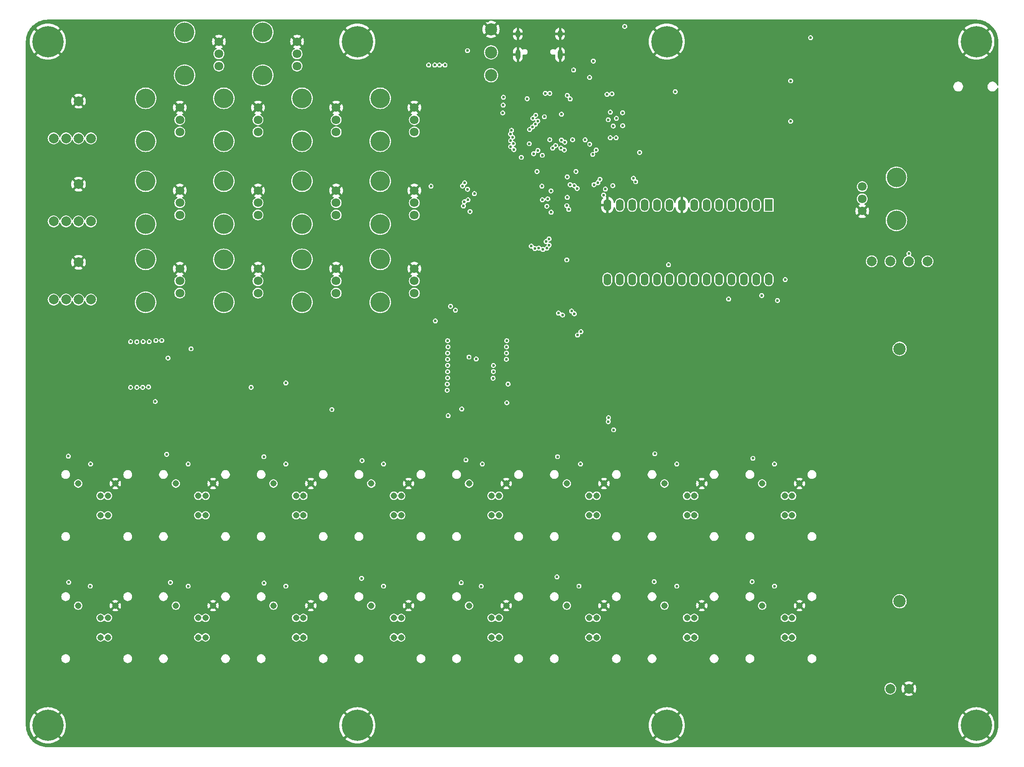
<source format=gbr>
%TF.GenerationSoftware,KiCad,Pcbnew,8.0.1-8.0.1-1~ubuntu22.04.1*%
%TF.CreationDate,2024-04-05T09:56:01+02:00*%
%TF.ProjectId,Sequencer,53657175-656e-4636-9572-2e6b69636164,rev?*%
%TF.SameCoordinates,Original*%
%TF.FileFunction,Copper,L3,Inr*%
%TF.FilePolarity,Positive*%
%FSLAX46Y46*%
G04 Gerber Fmt 4.6, Leading zero omitted, Abs format (unit mm)*
G04 Created by KiCad (PCBNEW 8.0.1-8.0.1-1~ubuntu22.04.1) date 2024-04-05 09:56:01*
%MOMM*%
%LPD*%
G01*
G04 APERTURE LIST*
%TA.AperFunction,WasherPad*%
%ADD10C,4.000000*%
%TD*%
%TA.AperFunction,ComponentPad*%
%ADD11C,1.800000*%
%TD*%
%TA.AperFunction,ComponentPad*%
%ADD12C,1.308000*%
%TD*%
%TA.AperFunction,ComponentPad*%
%ADD13C,0.800000*%
%TD*%
%TA.AperFunction,ComponentPad*%
%ADD14C,6.400000*%
%TD*%
%TA.AperFunction,ComponentPad*%
%ADD15C,2.006600*%
%TD*%
%TA.AperFunction,ComponentPad*%
%ADD16C,2.514600*%
%TD*%
%TA.AperFunction,ComponentPad*%
%ADD17C,2.000000*%
%TD*%
%TA.AperFunction,ComponentPad*%
%ADD18C,2.500000*%
%TD*%
%TA.AperFunction,ComponentPad*%
%ADD19O,1.000000X2.100000*%
%TD*%
%TA.AperFunction,ComponentPad*%
%ADD20O,1.000000X1.600000*%
%TD*%
%TA.AperFunction,ComponentPad*%
%ADD21R,1.600000X2.400000*%
%TD*%
%TA.AperFunction,ComponentPad*%
%ADD22O,1.600000X2.400000*%
%TD*%
%TA.AperFunction,ViaPad*%
%ADD23C,0.600000*%
%TD*%
G04 APERTURE END LIST*
D10*
%TO.N,*%
%TO.C,RV516*%
X278650000Y-82800000D03*
X278650000Y-91600000D03*
D11*
%TO.N,+3.3V*%
X271650000Y-84700000D03*
%TO.N,/Potar/Pitch_octave_pot*%
X271650000Y-87200000D03*
%TO.N,GND*%
X271650000Y-89700000D03*
%TD*%
D10*
%TO.N,*%
%TO.C,RV511*%
X133000000Y-61900000D03*
X133000000Y-53100000D03*
D11*
%TO.N,+3.3V*%
X140000000Y-60000000D03*
%TO.N,/Potar/Filter_Res_pot*%
X140000000Y-57500000D03*
%TO.N,GND*%
X140000000Y-55000000D03*
%TD*%
D12*
%TO.N,Net-(R422-Pad2)*%
%TO.C,S408*%
X251190000Y-145500000D03*
%TO.N,GND*%
X258810000Y-145500000D03*
%TO.N,Net-(R433-Pad2)*%
X255800000Y-152000000D03*
%TO.N,unconnected-(S408-PadL2)*%
X257300000Y-152000000D03*
%TO.N,Net-(R434-Pad2)*%
X257300000Y-148000000D03*
%TO.N,+3.3V*%
X255800000Y-148000000D03*
%TD*%
D13*
%TO.N,GND*%
%TO.C,H102*%
X165933333Y-55000000D03*
X166636277Y-53302944D03*
X166636277Y-56697056D03*
X168333333Y-52600000D03*
D14*
X168333333Y-55000000D03*
D13*
X168333333Y-57400000D03*
X170030389Y-53302944D03*
X170030389Y-56697056D03*
X170733333Y-55000000D03*
%TD*%
%TO.N,GND*%
%TO.C,H104*%
X292600000Y-55000000D03*
X293302944Y-53302944D03*
X293302944Y-56697056D03*
X295000000Y-52600000D03*
D14*
X295000000Y-55000000D03*
D13*
X295000000Y-57400000D03*
X296697056Y-53302944D03*
X296697056Y-56697056D03*
X297400000Y-55000000D03*
%TD*%
D15*
%TO.N,+3.3V*%
%TO.C,RV514*%
X281200000Y-100000000D03*
%TO.N,/Potar/Pitch_Main_pot*%
X285000000Y-100000000D03*
%TO.N,GND*%
X281200000Y-187500004D03*
%TO.N,N/C*%
X277400000Y-100000000D03*
X273600000Y-100000000D03*
X277400000Y-187500004D03*
D16*
X279299999Y-117900003D03*
X279299999Y-169600002D03*
%TD*%
D13*
%TO.N,GND*%
%TO.C,H107*%
X229266667Y-195000000D03*
X229969611Y-193302944D03*
X229969611Y-196697056D03*
X231666667Y-192600000D03*
D14*
X231666667Y-195000000D03*
D13*
X231666667Y-197400000D03*
X233363723Y-193302944D03*
X233363723Y-196697056D03*
X234066667Y-195000000D03*
%TD*%
D10*
%TO.N,*%
%TO.C,RV505*%
X125000000Y-92400000D03*
X125000000Y-83600000D03*
D11*
%TO.N,+3.3V*%
X132000000Y-90500000D03*
%TO.N,/Potar/Voice2_PW_pot*%
X132000000Y-88000000D03*
%TO.N,GND*%
X132000000Y-85500000D03*
%TD*%
D12*
%TO.N,Net-(R454-Pad2)*%
%TO.C,S416*%
X251190000Y-170500000D03*
%TO.N,GND*%
X258810000Y-170500000D03*
%TO.N,Net-(R465-Pad2)*%
X255800000Y-177000000D03*
%TO.N,unconnected-(S416-PadL2)*%
X257300000Y-177000000D03*
%TO.N,Net-(R466-Pad2)*%
X257300000Y-173000000D03*
%TO.N,+3.3V*%
X255800000Y-173000000D03*
%TD*%
%TO.N,Net-(R435-Pad2)*%
%TO.C,S409*%
X111190000Y-170500000D03*
%TO.N,GND*%
X118810000Y-170500000D03*
%TO.N,Net-(R443-Pad2)*%
X115800000Y-177000000D03*
%TO.N,unconnected-(S409-PadL2)*%
X117300000Y-177000000D03*
%TO.N,Net-(R444-Pad2)*%
X117300000Y-173000000D03*
%TO.N,+3.3V*%
X115800000Y-173000000D03*
%TD*%
D10*
%TO.N,*%
%TO.C,RV507*%
X157000000Y-92400000D03*
X157000000Y-83600000D03*
D11*
%TO.N,+3.3V*%
X164000000Y-90500000D03*
%TO.N,/Potar/Voice2_Decay_pot*%
X164000000Y-88000000D03*
%TO.N,GND*%
X164000000Y-85500000D03*
%TD*%
D10*
%TO.N,*%
%TO.C,RV512*%
X141000000Y-108400000D03*
X141000000Y-99600000D03*
D11*
%TO.N,+3.3V*%
X148000000Y-106500000D03*
%TO.N,/Potar/Voice3_Attack_pot*%
X148000000Y-104000000D03*
%TO.N,GND*%
X148000000Y-101500000D03*
%TD*%
D12*
%TO.N,Net-(R453-Pad2)*%
%TO.C,S415*%
X231190000Y-170500000D03*
%TO.N,GND*%
X238810000Y-170500000D03*
%TO.N,Net-(R463-Pad2)*%
X235800000Y-177000000D03*
%TO.N,unconnected-(S415-PadL2)*%
X237300000Y-177000000D03*
%TO.N,Net-(R464-Pad2)*%
X237300000Y-173000000D03*
%TO.N,+3.3V*%
X235800000Y-173000000D03*
%TD*%
D17*
%TO.N,Net-(U403-GPB7)*%
%TO.C,SW401*%
X113810000Y-91810000D03*
%TO.N,Net-(U403-GPB6)*%
X111270000Y-91810000D03*
%TO.N,Net-(U403-GPB5)*%
X108730000Y-91810000D03*
%TO.N,Net-(U403-GPB4)*%
X106190000Y-91810000D03*
%TO.N,GND*%
X111270000Y-84190000D03*
%TD*%
D12*
%TO.N,Net-(R403-Pad2)*%
%TO.C,S401*%
X111190000Y-145500000D03*
%TO.N,GND*%
X118810000Y-145500000D03*
%TO.N,Net-(R411-Pad2)*%
X115800000Y-152000000D03*
%TO.N,unconnected-(S401-PadL2)*%
X117300000Y-152000000D03*
%TO.N,Net-(R412-Pad2)*%
X117300000Y-148000000D03*
%TO.N,+3.3V*%
X115800000Y-148000000D03*
%TD*%
D17*
%TO.N,Net-(U403-GPA3)*%
%TO.C,SW402*%
X113810000Y-74810000D03*
%TO.N,Net-(U403-GPA2)*%
X111270000Y-74810000D03*
%TO.N,Net-(U403-GPA1)*%
X108730000Y-74810000D03*
%TO.N,Net-(U403-GPA0)*%
X106190000Y-74810000D03*
%TO.N,GND*%
X111270000Y-67190000D03*
%TD*%
D12*
%TO.N,Net-(R438-Pad2)*%
%TO.C,S412*%
X171190000Y-170500000D03*
%TO.N,GND*%
X178810000Y-170500000D03*
%TO.N,Net-(R449-Pad2)*%
X175800000Y-177000000D03*
%TO.N,unconnected-(S412-PadL2)*%
X177300000Y-177000000D03*
%TO.N,Net-(R450-Pad2)*%
X177300000Y-173000000D03*
%TO.N,+3.3V*%
X175800000Y-173000000D03*
%TD*%
D10*
%TO.N,*%
%TO.C,RV510*%
X125000000Y-108400000D03*
X125000000Y-99600000D03*
D11*
%TO.N,+3.3V*%
X132000000Y-106500000D03*
%TO.N,/Potar/Voice3_PW_pot*%
X132000000Y-104000000D03*
%TO.N,GND*%
X132000000Y-101500000D03*
%TD*%
D12*
%TO.N,Net-(R419-Pad2)*%
%TO.C,S405*%
X191190000Y-145500000D03*
%TO.N,GND*%
X198810000Y-145500000D03*
%TO.N,Net-(R427-Pad2)*%
X195800000Y-152000000D03*
%TO.N,unconnected-(S405-PadL2)*%
X197300000Y-152000000D03*
%TO.N,Net-(R428-Pad2)*%
X197300000Y-148000000D03*
%TO.N,+3.3V*%
X195800000Y-148000000D03*
%TD*%
%TO.N,Net-(R421-Pad2)*%
%TO.C,S407*%
X231190000Y-145500000D03*
%TO.N,GND*%
X238810000Y-145500000D03*
%TO.N,Net-(R431-Pad2)*%
X235800000Y-152000000D03*
%TO.N,unconnected-(S407-PadL2)*%
X237300000Y-152000000D03*
%TO.N,Net-(R432-Pad2)*%
X237300000Y-148000000D03*
%TO.N,+3.3V*%
X235800000Y-148000000D03*
%TD*%
%TO.N,Net-(R452-Pad2)*%
%TO.C,S414*%
X211190000Y-170500000D03*
%TO.N,GND*%
X218810000Y-170500000D03*
%TO.N,Net-(R461-Pad2)*%
X215800000Y-177000000D03*
%TO.N,unconnected-(S414-PadL2)*%
X217300000Y-177000000D03*
%TO.N,Net-(R462-Pad2)*%
X217300000Y-173000000D03*
%TO.N,+3.3V*%
X215800000Y-173000000D03*
%TD*%
D13*
%TO.N,GND*%
%TO.C,H101*%
X102600000Y-55000000D03*
X103302944Y-53302944D03*
X103302944Y-56697056D03*
X105000000Y-52600000D03*
D14*
X105000000Y-55000000D03*
D13*
X105000000Y-57400000D03*
X106697056Y-53302944D03*
X106697056Y-56697056D03*
X107400000Y-55000000D03*
%TD*%
D10*
%TO.N,*%
%TO.C,RV501*%
X125000000Y-75400000D03*
X125000000Y-66600000D03*
D11*
%TO.N,+3.3V*%
X132000000Y-73500000D03*
%TO.N,/Potar/Voice1_PW_pot*%
X132000000Y-71000000D03*
%TO.N,GND*%
X132000000Y-68500000D03*
%TD*%
D10*
%TO.N,*%
%TO.C,RV506*%
X141000000Y-92400000D03*
X141000000Y-83600000D03*
D11*
%TO.N,+3.3V*%
X148000000Y-90500000D03*
%TO.N,/Potar/Voice2_Attack_pot*%
X148000000Y-88000000D03*
%TO.N,GND*%
X148000000Y-85500000D03*
%TD*%
D12*
%TO.N,Net-(R405-Pad2)*%
%TO.C,S403*%
X151190000Y-145500000D03*
%TO.N,GND*%
X158810000Y-145500000D03*
%TO.N,Net-(R415-Pad2)*%
X155800000Y-152000000D03*
%TO.N,unconnected-(S403-PadL2)*%
X157300000Y-152000000D03*
%TO.N,Net-(R416-Pad2)*%
X157300000Y-148000000D03*
%TO.N,+3.3V*%
X155800000Y-148000000D03*
%TD*%
D13*
%TO.N,GND*%
%TO.C,H106*%
X165933333Y-195000000D03*
X166636277Y-193302944D03*
X166636277Y-196697056D03*
X168333333Y-192600000D03*
D14*
X168333333Y-195000000D03*
D13*
X168333333Y-197400000D03*
X170030389Y-193302944D03*
X170030389Y-196697056D03*
X170733333Y-195000000D03*
%TD*%
D10*
%TO.N,*%
%TO.C,RV502*%
X141000000Y-75400000D03*
X141000000Y-66600000D03*
D11*
%TO.N,+3.3V*%
X148000000Y-73500000D03*
%TO.N,/Potar/Voice1_Attack_pot*%
X148000000Y-71000000D03*
%TO.N,GND*%
X148000000Y-68500000D03*
%TD*%
D13*
%TO.N,GND*%
%TO.C,H105*%
X102600000Y-195000000D03*
X103302944Y-193302944D03*
X103302944Y-196697056D03*
X105000000Y-192600000D03*
D14*
X105000000Y-195000000D03*
D13*
X105000000Y-197400000D03*
X106697056Y-193302944D03*
X106697056Y-196697056D03*
X107400000Y-195000000D03*
%TD*%
D12*
%TO.N,Net-(R406-Pad2)*%
%TO.C,S404*%
X171190000Y-145500000D03*
%TO.N,GND*%
X178810000Y-145500000D03*
%TO.N,Net-(R417-Pad2)*%
X175800000Y-152000000D03*
%TO.N,unconnected-(S404-PadL2)*%
X177300000Y-152000000D03*
%TO.N,Net-(R418-Pad2)*%
X177300000Y-148000000D03*
%TO.N,+3.3V*%
X175800000Y-148000000D03*
%TD*%
%TO.N,Net-(R404-Pad2)*%
%TO.C,S402*%
X131190000Y-145500000D03*
%TO.N,GND*%
X138810000Y-145500000D03*
%TO.N,Net-(R413-Pad2)*%
X135800000Y-152000000D03*
%TO.N,unconnected-(S402-PadL2)*%
X137300000Y-152000000D03*
%TO.N,Net-(R414-Pad2)*%
X137300000Y-148000000D03*
%TO.N,+3.3V*%
X135800000Y-148000000D03*
%TD*%
%TO.N,Net-(R437-Pad2)*%
%TO.C,S411*%
X151190000Y-170500000D03*
%TO.N,GND*%
X158810000Y-170500000D03*
%TO.N,Net-(R447-Pad2)*%
X155800000Y-177000000D03*
%TO.N,unconnected-(S411-PadL2)*%
X157300000Y-177000000D03*
%TO.N,Net-(R448-Pad2)*%
X157300000Y-173000000D03*
%TO.N,+3.3V*%
X155800000Y-173000000D03*
%TD*%
%TO.N,Net-(R436-Pad2)*%
%TO.C,S410*%
X131190000Y-170500000D03*
%TO.N,GND*%
X138810000Y-170500000D03*
%TO.N,Net-(R445-Pad2)*%
X135800000Y-177000000D03*
%TO.N,unconnected-(S410-PadL2)*%
X137300000Y-177000000D03*
%TO.N,Net-(R446-Pad2)*%
X137300000Y-173000000D03*
%TO.N,+3.3V*%
X135800000Y-173000000D03*
%TD*%
D10*
%TO.N,*%
%TO.C,RV515*%
X173000000Y-108400000D03*
X173000000Y-99600000D03*
D11*
%TO.N,+3.3V*%
X180000000Y-106500000D03*
%TO.N,/Potar/Voice3_Release_pot*%
X180000000Y-104000000D03*
%TO.N,GND*%
X180000000Y-101500000D03*
%TD*%
D12*
%TO.N,Net-(R451-Pad2)*%
%TO.C,S413*%
X191190000Y-170500000D03*
%TO.N,GND*%
X198810000Y-170500000D03*
%TO.N,Net-(R459-Pad2)*%
X195800000Y-177000000D03*
%TO.N,unconnected-(S413-PadL2)*%
X197300000Y-177000000D03*
%TO.N,Net-(R460-Pad2)*%
X197300000Y-173000000D03*
%TO.N,+3.3V*%
X195800000Y-173000000D03*
%TD*%
D18*
%TO.N,VBUS*%
%TO.C,SW601*%
X195700000Y-61900000D03*
%TO.N,+5V*%
X195700000Y-57200000D03*
%TO.N,GND*%
X195700000Y-52500000D03*
%TD*%
D10*
%TO.N,*%
%TO.C,RV504*%
X173000000Y-75400000D03*
X173000000Y-66600000D03*
D11*
%TO.N,+3.3V*%
X180000000Y-73500000D03*
%TO.N,/Potar/Voice1_Release_pot*%
X180000000Y-71000000D03*
%TO.N,GND*%
X180000000Y-68500000D03*
%TD*%
D10*
%TO.N,*%
%TO.C,RV509*%
X149000000Y-61900000D03*
X149000000Y-53100000D03*
D11*
%TO.N,+3.3V*%
X156000000Y-60000000D03*
%TO.N,/Potar/Filter_Freq_pot*%
X156000000Y-57500000D03*
%TO.N,GND*%
X156000000Y-55000000D03*
%TD*%
D13*
%TO.N,GND*%
%TO.C,H103*%
X229266667Y-55000000D03*
X229969611Y-53302944D03*
X229969611Y-56697056D03*
X231666667Y-52600000D03*
D14*
X231666667Y-55000000D03*
D13*
X231666667Y-57400000D03*
X233363723Y-53302944D03*
X233363723Y-56697056D03*
X234066667Y-55000000D03*
%TD*%
D19*
%TO.N,GND*%
%TO.C,J601*%
X209820000Y-57630000D03*
D20*
X209820000Y-53450000D03*
D19*
X201180000Y-57630000D03*
D20*
X201180000Y-53450000D03*
%TD*%
D21*
%TO.N,Net-(U201-CAP_1A)*%
%TO.C,U201*%
X252520000Y-88460000D03*
D22*
%TO.N,Net-(U201-CAP_1B)*%
X249980000Y-88460000D03*
%TO.N,Net-(U201-CAP_2A)*%
X247440000Y-88460000D03*
%TO.N,Net-(U201-CAP_2B)*%
X244900000Y-88460000D03*
%TO.N,/MOS6581/{slash}Reset*%
X242360000Y-88460000D03*
%TO.N,/STM32-G474RE/NRST*%
X239820000Y-88460000D03*
%TO.N,/MOS6581/MOS6581_Read{slash}Write*%
X237280000Y-88460000D03*
%TO.N,GND*%
X234740000Y-88460000D03*
%TO.N,/MOS6581/A0*%
X232200000Y-88460000D03*
%TO.N,/MOS6581/A1*%
X229660000Y-88460000D03*
%TO.N,/MOS6581/A2*%
X227120000Y-88460000D03*
%TO.N,/MOS6581/A3*%
X224580000Y-88460000D03*
%TO.N,/MOS6581/A4*%
X222040000Y-88460000D03*
%TO.N,GND*%
X219500000Y-88460000D03*
%TO.N,/MOS6581/D0*%
X219500000Y-103700000D03*
%TO.N,/MOS6581/D1*%
X222040000Y-103700000D03*
%TO.N,/MOS6581/D2*%
X224580000Y-103700000D03*
%TO.N,/MOS6581/D3*%
X227120000Y-103700000D03*
%TO.N,/MOS6581/D4*%
X229660000Y-103700000D03*
%TO.N,/MOS6581/D5*%
X232200000Y-103700000D03*
%TO.N,/MOS6581/D6*%
X234740000Y-103700000D03*
%TO.N,/MOS6581/D7*%
X237280000Y-103700000D03*
%TO.N,unconnected-(U201-POT_Y-Pad23)*%
X239820000Y-103700000D03*
%TO.N,unconnected-(U201-POT_X-Pad24)*%
X242360000Y-103700000D03*
%TO.N,Net-(U201-VCC)*%
X244900000Y-103700000D03*
%TO.N,unconnected-(U201-EXT_IN-Pad26)*%
X247440000Y-103700000D03*
%TO.N,Net-(U201-AUDIO_OUT)*%
X249980000Y-103700000D03*
%TO.N,Net-(U201-VDD)*%
X252520000Y-103700000D03*
%TD*%
D10*
%TO.N,*%
%TO.C,RV513*%
X157000000Y-108400000D03*
X157000000Y-99600000D03*
D11*
%TO.N,+3.3V*%
X164000000Y-106500000D03*
%TO.N,/Potar/Voice3_Decay_pot*%
X164000000Y-104000000D03*
%TO.N,GND*%
X164000000Y-101500000D03*
%TD*%
D13*
%TO.N,GND*%
%TO.C,H108*%
X292600000Y-195000000D03*
X293302944Y-193302944D03*
X293302944Y-196697056D03*
X295000000Y-192600000D03*
D14*
X295000000Y-195000000D03*
D13*
X295000000Y-197400000D03*
X296697056Y-193302944D03*
X296697056Y-196697056D03*
X297400000Y-195000000D03*
%TD*%
D10*
%TO.N,*%
%TO.C,RV503*%
X157000000Y-75400000D03*
X157000000Y-66600000D03*
D11*
%TO.N,+3.3V*%
X164000000Y-73500000D03*
%TO.N,/Potar/Voice1_Decay_pot*%
X164000000Y-71000000D03*
%TO.N,GND*%
X164000000Y-68500000D03*
%TD*%
D17*
%TO.N,Net-(U403-GPB3)*%
%TO.C,SW403*%
X113810000Y-107810000D03*
%TO.N,Net-(U403-GPB2)*%
X111270000Y-107810000D03*
%TO.N,Net-(U403-GPB1)*%
X108730000Y-107810000D03*
%TO.N,Net-(U403-GPB0)*%
X106190000Y-107810000D03*
%TO.N,GND*%
X111270000Y-100190000D03*
%TD*%
D12*
%TO.N,Net-(R420-Pad2)*%
%TO.C,S406*%
X211190000Y-145500000D03*
%TO.N,GND*%
X218810000Y-145500000D03*
%TO.N,Net-(R429-Pad2)*%
X215800000Y-152000000D03*
%TO.N,unconnected-(S406-PadL2)*%
X217300000Y-152000000D03*
%TO.N,Net-(R430-Pad2)*%
X217300000Y-148000000D03*
%TO.N,+3.3V*%
X215800000Y-148000000D03*
%TD*%
D10*
%TO.N,*%
%TO.C,RV508*%
X173000000Y-92400000D03*
X173000000Y-83600000D03*
D11*
%TO.N,+3.3V*%
X180000000Y-90500000D03*
%TO.N,/Potar/Voice2_Release_pot*%
X180000000Y-88000000D03*
%TO.N,GND*%
X180000000Y-85500000D03*
%TD*%
D23*
%TO.N,GND*%
X214500000Y-82000000D03*
X216250000Y-86000000D03*
X100750000Y-165000000D03*
X100750000Y-180000000D03*
X100750000Y-170000000D03*
X100750000Y-145000000D03*
X100750000Y-150000000D03*
X100750000Y-160000000D03*
X100750000Y-155000000D03*
X100750000Y-175000000D03*
X100750000Y-185000000D03*
X100750000Y-190000000D03*
X100750000Y-65000000D03*
X100750000Y-60000000D03*
X100750000Y-110000000D03*
X100750000Y-130000000D03*
X100750000Y-115000000D03*
X100750000Y-95000000D03*
X100750000Y-125000000D03*
X100750000Y-120000000D03*
X100750000Y-100000000D03*
X100750000Y-195000000D03*
X102250000Y-198000000D03*
X100750000Y-80000000D03*
X100750000Y-90000000D03*
X100750000Y-75000000D03*
X100750000Y-135000000D03*
X100750000Y-140000000D03*
X100750000Y-85000000D03*
X100750000Y-105000000D03*
X100750000Y-70000000D03*
X299250000Y-85000000D03*
X299250000Y-70000000D03*
X299250000Y-80000000D03*
X299250000Y-105000000D03*
X299250000Y-100000000D03*
X299250000Y-90000000D03*
X299250000Y-95000000D03*
X299250000Y-75000000D03*
X299250000Y-65000000D03*
X299250000Y-60000000D03*
X299250000Y-185000000D03*
X299250000Y-190000000D03*
X299250000Y-140000000D03*
X299250000Y-120000000D03*
X299250000Y-135000000D03*
X299250000Y-155000000D03*
X299250000Y-125000000D03*
X299250000Y-130000000D03*
X299250000Y-150000000D03*
X299250000Y-55000000D03*
X297750000Y-52000000D03*
X299250000Y-170000000D03*
X299250000Y-160000000D03*
X299250000Y-175000000D03*
X299250000Y-115000000D03*
X299250000Y-110000000D03*
X299250000Y-165000000D03*
X299250000Y-145000000D03*
X299250000Y-180000000D03*
X298000000Y-197750000D03*
X299250000Y-195000000D03*
X295000000Y-199250000D03*
X290000000Y-199250000D03*
X285000000Y-199250000D03*
X280000000Y-199250000D03*
X275000000Y-199250000D03*
X270000000Y-199250000D03*
X265000000Y-199250000D03*
X260000000Y-199250000D03*
X255000000Y-199250000D03*
X250000000Y-199250000D03*
X245000000Y-199250000D03*
X240000000Y-199250000D03*
X235000000Y-199250000D03*
X230000000Y-199250000D03*
X225000000Y-199250000D03*
X220000000Y-199250000D03*
X215000000Y-199250000D03*
X210000000Y-199250000D03*
X205000000Y-199250000D03*
X200000000Y-199250000D03*
X195000000Y-199250000D03*
X190000000Y-199250000D03*
X185000000Y-199250000D03*
X180000000Y-199250000D03*
X175000000Y-199250000D03*
X170000000Y-199250000D03*
X165000000Y-199250000D03*
X160000000Y-199250000D03*
X155000000Y-199250000D03*
X150000000Y-199250000D03*
X145000000Y-199250000D03*
X140000000Y-199250000D03*
X135000000Y-199250000D03*
X130000000Y-199250000D03*
X125000000Y-199250000D03*
X120000000Y-199250000D03*
X115000000Y-199250000D03*
X110000000Y-199250000D03*
X105000000Y-199250000D03*
X295000000Y-50750000D03*
X290000000Y-50800000D03*
X285000000Y-50800000D03*
X280000000Y-50800000D03*
X275000000Y-50800000D03*
X270000000Y-50800000D03*
X265000000Y-50800000D03*
X260000000Y-50800000D03*
X255000000Y-50800000D03*
X195000000Y-50800000D03*
X190000000Y-50800000D03*
X185000000Y-50800000D03*
X180000000Y-50800000D03*
X175000000Y-50800000D03*
X170000000Y-50800000D03*
X165000000Y-50800000D03*
X160000000Y-50800000D03*
X155000000Y-50800000D03*
X150000000Y-50800000D03*
X145000000Y-50800000D03*
X140000000Y-50800000D03*
X135000000Y-50800000D03*
X130000000Y-50800000D03*
X125000000Y-50800000D03*
X120000000Y-50800000D03*
X115000000Y-50800000D03*
X110000000Y-50800000D03*
X102000000Y-52000000D03*
X100750000Y-55000000D03*
X105000000Y-50800000D03*
X257920000Y-52810000D03*
X255040000Y-54320000D03*
X260760000Y-101250000D03*
%TO.N,+3.3V*%
X255880000Y-103730000D03*
%TO.N,GND*%
X252750000Y-100560000D03*
X283630000Y-96070000D03*
X287270000Y-80380000D03*
X284950000Y-80050000D03*
X265850000Y-61460000D03*
X237620000Y-57700000D03*
X247680000Y-68460000D03*
X247820000Y-72990000D03*
X251090000Y-69520000D03*
X231570000Y-61430000D03*
X232340000Y-59380000D03*
X227090000Y-54660000D03*
X226590000Y-56930000D03*
X231440000Y-66090000D03*
X235060000Y-64860000D03*
X232530000Y-63610000D03*
X241610000Y-71690000D03*
X236980000Y-71980000D03*
X239210000Y-69340000D03*
X234900000Y-69480000D03*
X224750000Y-69290000D03*
X238440000Y-79570000D03*
X241130000Y-77280000D03*
X238330000Y-77200000D03*
X241240000Y-79540000D03*
X241210000Y-84820000D03*
X237830000Y-85700000D03*
X230770000Y-85220000D03*
X230340000Y-80880000D03*
X227360000Y-80930000D03*
X226770000Y-84530000D03*
X221530000Y-80420000D03*
X217820000Y-80130000D03*
X228890000Y-74030000D03*
X222380000Y-75800000D03*
X225250000Y-71870000D03*
X221290000Y-67070000D03*
X216850000Y-66150000D03*
X213110000Y-66270000D03*
X212950000Y-63680000D03*
X209140000Y-62690000D03*
X200640000Y-60870000D03*
X200510000Y-64040000D03*
X199550000Y-67390000D03*
X187200000Y-67460000D03*
X183080000Y-66850000D03*
X185210000Y-65360000D03*
X185310000Y-69140000D03*
X192130000Y-72680000D03*
X189840000Y-74250000D03*
X195570000Y-77290000D03*
X198150000Y-73290000D03*
X195910000Y-90230000D03*
X203180000Y-90130000D03*
X202630000Y-96530000D03*
X207410000Y-93860000D03*
X207500000Y-100080000D03*
X208660000Y-103760000D03*
X199590000Y-113060000D03*
X202720000Y-109790000D03*
X198120000Y-109830000D03*
X195810000Y-112780000D03*
X182280000Y-113420000D03*
X185370000Y-110570000D03*
X183570000Y-101830000D03*
X185600000Y-103900000D03*
X185690000Y-96900000D03*
X183550000Y-94640000D03*
X168400000Y-107760000D03*
X169510000Y-92150000D03*
X165780000Y-77790000D03*
X165960000Y-80230000D03*
X166240000Y-95010000D03*
X166430000Y-111300000D03*
X150040000Y-111300000D03*
X150270000Y-95560000D03*
X150520000Y-78070000D03*
X110250000Y-78270000D03*
X109980000Y-95680000D03*
X119220000Y-112790000D03*
X252330000Y-164790000D03*
X254540000Y-163640000D03*
X246720000Y-155910000D03*
X244230000Y-155500000D03*
X246620000Y-139020000D03*
X246900000Y-132760000D03*
X246900000Y-129170000D03*
X244550000Y-126870000D03*
X228810000Y-124930000D03*
X228810000Y-127880000D03*
X241060000Y-127830000D03*
X244460000Y-131380000D03*
X243680000Y-117980000D03*
X240870000Y-119320000D03*
X225270000Y-116740000D03*
X227480000Y-119370000D03*
X225040000Y-120060000D03*
X213620000Y-117060000D03*
X210310000Y-116790000D03*
X210120000Y-120150000D03*
X207320000Y-119730000D03*
X204670000Y-125640000D03*
X201340000Y-125830000D03*
X202930000Y-124170000D03*
X202620000Y-127170000D03*
X208190000Y-132980000D03*
X210280000Y-131180000D03*
X213190000Y-133290000D03*
X215410000Y-131230000D03*
X227620000Y-139770000D03*
X223090000Y-141280000D03*
X227860000Y-154830000D03*
X223030000Y-154920000D03*
X214980000Y-164370000D03*
X218850000Y-164050000D03*
X215940000Y-161910000D03*
X206990000Y-164500000D03*
X208300000Y-162040000D03*
X205610000Y-161910000D03*
X198550000Y-164980000D03*
X196440000Y-163610000D03*
X174230000Y-163490000D03*
X175700000Y-161920000D03*
X171040000Y-163510000D03*
X169380000Y-158670000D03*
X160830000Y-158480000D03*
X158570000Y-164450000D03*
X155640000Y-164230000D03*
X109720000Y-163340000D03*
X111450000Y-164700000D03*
X124500000Y-157990000D03*
X116060000Y-160280000D03*
X117840000Y-161550000D03*
X129250000Y-164700000D03*
X138530000Y-165120000D03*
X134040000Y-165210000D03*
X135770000Y-163080000D03*
X138110000Y-160950000D03*
X135530000Y-159990000D03*
X166840000Y-155690000D03*
X163590000Y-155550000D03*
X165000000Y-157980000D03*
X181490000Y-140900000D03*
X179560000Y-140770000D03*
X178740000Y-138910000D03*
X174480000Y-139700000D03*
X145330000Y-139920000D03*
X142350000Y-139860000D03*
X142350000Y-137660000D03*
X144350000Y-132680000D03*
X146850000Y-134350000D03*
X145280000Y-137770000D03*
X158230000Y-140080000D03*
X155280000Y-135680000D03*
X161390000Y-136250000D03*
X157650000Y-132630000D03*
%TO.N,+3.3V*%
X163150000Y-130350000D03*
%TO.N,GND*%
X168660000Y-130440000D03*
X167400000Y-132550000D03*
X171140000Y-127900000D03*
X173140000Y-125960000D03*
X183810000Y-126650000D03*
X182500000Y-128030000D03*
X151850000Y-125660000D03*
X150550000Y-127030000D03*
X147670000Y-123500000D03*
X131140000Y-124570000D03*
X133330000Y-125420000D03*
X146250000Y-128600000D03*
X138120000Y-131560000D03*
X138240000Y-137230000D03*
X135630000Y-137270000D03*
X135700000Y-130790000D03*
X124430000Y-129980000D03*
X116260000Y-137730000D03*
X119560000Y-137620000D03*
X126460000Y-130790000D03*
%TO.N,/GPIO_Expandeur/I2C_SDA*%
X192650000Y-119990000D03*
X191180000Y-119600000D03*
%TO.N,/STM32-G474RE/VCP_RX*%
X210780889Y-75581514D03*
X212380000Y-75100000D03*
%TO.N,/STM32-G474RE/SWDIO*%
X220450000Y-65700000D03*
%TO.N,/STM32-G474RE/SWCLK*%
X219430000Y-65800000D03*
X204245166Y-70701710D03*
%TO.N,/STM32-G474RE/SWDIO*%
X204820000Y-70090000D03*
%TO.N,/STM32-G474RE/NRST*%
X233410000Y-65260000D03*
%TO.N,+5V*%
X190870000Y-56850000D03*
%TO.N,+3.3V*%
X186270000Y-59800000D03*
X185160000Y-59800000D03*
X184180000Y-59800000D03*
X182930000Y-59810000D03*
%TO.N,GND*%
X217940000Y-51940000D03*
X220490000Y-51960000D03*
X221770000Y-51920000D03*
%TO.N,+3.3V*%
X223040000Y-51900000D03*
%TO.N,/Potar/Voice1_Decay_pot*%
X210113656Y-69873656D03*
X221336029Y-70713971D03*
%TO.N,+5V*%
X254330000Y-108030000D03*
%TO.N,GND*%
X245930000Y-109710000D03*
%TO.N,+3.3V*%
X251090000Y-107000000D03*
%TO.N,GND*%
X286825000Y-66025000D03*
%TO.N,/GPIO_Expandeur/I2C_SCL*%
X189700000Y-130225000D03*
%TO.N,/MOS6581/D6*%
X199724611Y-76500552D03*
%TO.N,+3.3V*%
X198925000Y-128950000D03*
%TO.N,/GPIO_Expandeur/B5*%
X199175000Y-125125000D03*
%TO.N,/GPIO_Expandeur/B12*%
X196175000Y-122575000D03*
X189590000Y-165810000D03*
%TO.N,/GPIO_Expandeur/B13*%
X196180000Y-121310000D03*
%TO.N,GND*%
X216146922Y-72300400D03*
X127400000Y-166500000D03*
X212100000Y-82600000D03*
X107300000Y-141500000D03*
X147700000Y-166500000D03*
X199700000Y-57800000D03*
X202200000Y-63500000D03*
X167500000Y-166500000D03*
X201300000Y-81000000D03*
X207400000Y-166500000D03*
X214898720Y-70925000D03*
X227400000Y-166500000D03*
X201200000Y-77425000D03*
X239600000Y-138600000D03*
X256700000Y-135200000D03*
X195800000Y-85400000D03*
X223200000Y-87200000D03*
X146700000Y-127000000D03*
X189800000Y-62800000D03*
X201700000Y-59500000D03*
X180100000Y-99800000D03*
X127700000Y-141500000D03*
X187530000Y-141500000D03*
X227700000Y-141500000D03*
X187700000Y-166500000D03*
X247700000Y-166500000D03*
X204300000Y-83400000D03*
X193700000Y-52500000D03*
X256800000Y-128700000D03*
X255900000Y-71300000D03*
X156900000Y-128000000D03*
X288600000Y-59200000D03*
X128300000Y-128700000D03*
X186625000Y-127675000D03*
X218400000Y-94400000D03*
X207700000Y-141500000D03*
X228000000Y-132100000D03*
X219500000Y-86800000D03*
X219775000Y-72050000D03*
X262000000Y-55300000D03*
X222200000Y-131100000D03*
X131400000Y-116300000D03*
X209300000Y-59500000D03*
X199800000Y-53500000D03*
X205500000Y-60500000D03*
X247700000Y-141500000D03*
X203300000Y-61900000D03*
X256000000Y-63180000D03*
X132100000Y-99800000D03*
X199500000Y-131500000D03*
X147700000Y-141500000D03*
X167700000Y-141500000D03*
X107700000Y-166500000D03*
X207700000Y-61900000D03*
%TO.N,+3.3V*%
X233700000Y-166500000D03*
X129600000Y-119800000D03*
X153700000Y-124900000D03*
X261100000Y-54200000D03*
X253700000Y-166500000D03*
X212600000Y-60800000D03*
X219700000Y-71000000D03*
X133700000Y-141500000D03*
X214000000Y-141500000D03*
X203100000Y-66700000D03*
X113750000Y-141500000D03*
X213700000Y-166500000D03*
X213100000Y-81600000D03*
X257010000Y-63040000D03*
X201900000Y-78700000D03*
X220800000Y-134500000D03*
X173700000Y-166500000D03*
X257000000Y-71300000D03*
X153700000Y-166500000D03*
X134300000Y-117900000D03*
X113700000Y-166500000D03*
X193700000Y-166500000D03*
X281200000Y-98400000D03*
X133700000Y-166500000D03*
X193900000Y-141500000D03*
X186700000Y-126405000D03*
X233700000Y-141500000D03*
X205100000Y-81600000D03*
X127000000Y-128700000D03*
X253700000Y-141500000D03*
X153700000Y-141500000D03*
X146600000Y-125800000D03*
X173700000Y-141500000D03*
X244310000Y-107730000D03*
%TO.N,/STM32-G474RE/Tap_Tempo*%
X220720000Y-72300000D03*
X222650000Y-72222433D03*
%TO.N,/STM32-G474RE/BTN_1*%
X226100000Y-77700000D03*
X217200000Y-77200000D03*
%TO.N,/STM32-G474RE/BTN_2*%
X220118464Y-69435735D03*
X222600000Y-69570000D03*
%TO.N,/Potar/Voice1_PW_pot*%
X211300000Y-82700000D03*
X211300000Y-86900000D03*
%TO.N,/Potar/Voice1_Attack_pot*%
X216500000Y-78100000D03*
X207300000Y-87204054D03*
X213315687Y-85065687D03*
X190050000Y-88658529D03*
X189859462Y-84559461D03*
X207100000Y-88700000D03*
%TO.N,/Potar/Voice1_Decay_pot*%
X220628242Y-84499049D03*
X190325266Y-83909052D03*
X190233247Y-87803724D03*
X216750000Y-84300000D03*
%TO.N,/Potar/Voice1_Release_pot*%
X206200000Y-87400000D03*
X191003802Y-87400861D03*
X190885915Y-85230000D03*
X206100000Y-84600000D03*
%TO.N,/Potar/Voice2_PW_pot*%
X192284265Y-86135735D03*
X191391373Y-89800000D03*
%TO.N,/Potar/Voice2_Attack_pot*%
X207950000Y-85575000D03*
X208000000Y-89948232D03*
%TO.N,/Potar/Voice2_Decay_pot*%
X211900000Y-84300000D03*
X211600000Y-89348232D03*
%TO.N,/Potar/Voice2_Release_pot*%
X211310000Y-66000000D03*
X183400000Y-84600000D03*
%TO.N,/Potar/Voice3_PW_pot*%
X218719265Y-86429265D03*
X212743138Y-110738236D03*
%TO.N,/Potar/Filter_Res_pot*%
X215900000Y-76000000D03*
X212750000Y-84500000D03*
%TO.N,/Potar/Voice3_Attack_pot*%
X184300000Y-112200000D03*
X211910000Y-66750000D03*
%TO.N,/Potar/Voice3_Decay_pot*%
X219101191Y-85200000D03*
X212177451Y-110172549D03*
%TO.N,/Potar/Pitch_Main_pot*%
X218000000Y-83200000D03*
X224850000Y-83000000D03*
%TO.N,/Potar/Voice3_Release_pot*%
X211200000Y-88600000D03*
X211200000Y-99700000D03*
%TO.N,/Potar/Pitch_octave_pot*%
X225300000Y-83700000D03*
X217575000Y-83900000D03*
%TO.N,/STM32-G474RE/VCP_TX*%
X214960491Y-75113442D03*
X216640000Y-58990000D03*
X221301191Y-74700000D03*
X215874265Y-62334265D03*
%TO.N,/GPIO_Expandeur/I2C_SCL*%
X208299001Y-76809560D03*
X219696753Y-132816859D03*
%TO.N,/GPIO_Expandeur/I2C_SDA*%
X186925000Y-131600000D03*
X207700000Y-75100000D03*
X219723553Y-132017305D03*
%TO.N,/STM32-G474RE/LED1*%
X198110000Y-69600000D03*
X204410000Y-77950000D03*
%TO.N,/STM32-G474RE/LED2*%
X205300000Y-77272039D03*
X198190000Y-68000000D03*
%TO.N,/GPIO_Expandeur/B8*%
X109280000Y-165700000D03*
X186800000Y-120055000D03*
%TO.N,/STM32-G474RE/LED3*%
X206180000Y-78280000D03*
X198220000Y-66400000D03*
%TO.N,/GPIO_Expandeur/B9*%
X186825000Y-121300000D03*
X130090000Y-165750000D03*
%TO.N,/GPIO_Expandeur/B10*%
X186800000Y-122595000D03*
X149257273Y-165875000D03*
%TO.N,/GPIO_Expandeur/B11*%
X169200000Y-164900000D03*
X186725000Y-125135000D03*
%TO.N,/GPIO_Expandeur/B13*%
X209200000Y-164600000D03*
%TO.N,/GPIO_Expandeur/B14*%
X229100000Y-165600000D03*
X198825000Y-120055000D03*
%TO.N,/GPIO_Expandeur/B15*%
X198875000Y-117515000D03*
X249100000Y-165600000D03*
%TO.N,/GPIO_Expandeur/B0*%
X186800000Y-116245000D03*
X109200000Y-139900000D03*
%TO.N,/GPIO_Expandeur/B1*%
X129300000Y-139500000D03*
X186875000Y-117515000D03*
%TO.N,/GPIO_Expandeur/B4*%
X196100000Y-123925000D03*
X190575000Y-140675000D03*
%TO.N,/GPIO_Expandeur/B2*%
X186800000Y-118785000D03*
X149200000Y-140000000D03*
%TO.N,/GPIO_Expandeur/B3*%
X186815000Y-123865000D03*
X169300000Y-140800000D03*
%TO.N,/GPIO_Expandeur/B7*%
X249270000Y-140330000D03*
X198900000Y-116245000D03*
%TO.N,/GPIO_Expandeur/B6*%
X229200000Y-139400000D03*
X198875000Y-118785000D03*
%TO.N,/GPIO_Expandeur/B5*%
X209300000Y-140000000D03*
%TO.N,Net-(U403-GPB6)*%
X124400000Y-125800000D03*
%TO.N,Net-(U403-GPB4)*%
X121925000Y-125800000D03*
%TO.N,Net-(U403-GPB5)*%
X123200000Y-125800000D03*
%TO.N,Net-(U403-GPB7)*%
X125625000Y-125725000D03*
%TO.N,Net-(U403-GPA2)*%
X123200000Y-116475000D03*
%TO.N,Net-(U403-GPA3)*%
X121925000Y-116450000D03*
%TO.N,Net-(U403-GPA1)*%
X124500000Y-116425000D03*
%TO.N,Net-(U403-GPA0)*%
X125735000Y-116450000D03*
%TO.N,/MOS6581/{slash}Reset*%
X206800000Y-65600000D03*
%TO.N,/GPIO_Expandeur/INTB_1*%
X210000000Y-76800000D03*
X128300000Y-116200000D03*
X188400000Y-110000000D03*
X210317710Y-111000000D03*
%TO.N,/MOS6581/MOS6581_Read{slash}Write*%
X207702862Y-65600000D03*
%TO.N,/GPIO_Expandeur/INTB_2*%
X213400000Y-115100000D03*
X210695860Y-77194693D03*
%TO.N,/GPIO_Expandeur/INTA_2*%
X214100000Y-114400000D03*
X210100000Y-75161520D03*
%TO.N,/GPIO_Expandeur/INTA_1*%
X209495000Y-110600000D03*
X187400000Y-109200000D03*
X208900000Y-76281541D03*
X127100000Y-116200000D03*
%TO.N,/MOS6581/D4*%
X200252254Y-75899222D03*
X207110784Y-97300000D03*
%TO.N,/MOS6581/D1*%
X204672541Y-97375291D03*
X199656174Y-73925000D03*
%TO.N,/MOS6581/A4*%
X203593651Y-72998716D03*
X220101191Y-74700000D03*
%TO.N,/MOS6581/D2*%
X200095902Y-74592287D03*
X205466992Y-97281208D03*
%TO.N,/MOS6581/A0*%
X206600000Y-70400000D03*
%TO.N,/MOS6581/A1*%
X205249927Y-71278926D03*
%TO.N,/MOS6581/D0*%
X199900000Y-73163825D03*
X203934719Y-96880307D03*
%TO.N,/MOS6581/D6*%
X207600682Y-96667541D03*
%TO.N,/MOS6581/A2*%
X204778131Y-71925000D03*
%TO.N,/MOS6581/D7*%
X206954876Y-95940661D03*
X200375019Y-77099222D03*
%TO.N,/MOS6581/D3*%
X199723171Y-75299159D03*
X206313235Y-97561765D03*
%TO.N,/MOS6581/A3*%
X204198287Y-72474866D03*
%TO.N,/MOS6581/D5*%
X203537125Y-75906976D03*
X232000000Y-100700000D03*
X207557800Y-95414841D03*
%TD*%
%TA.AperFunction,Conductor*%
%TO.N,GND*%
G36*
X295002702Y-50500617D02*
G01*
X295386771Y-50517386D01*
X295397506Y-50518326D01*
X295775971Y-50568152D01*
X295786597Y-50570025D01*
X296159284Y-50652648D01*
X296169710Y-50655442D01*
X296533765Y-50770227D01*
X296543911Y-50773920D01*
X296896578Y-50920000D01*
X296906369Y-50924566D01*
X297244942Y-51100816D01*
X297254310Y-51106224D01*
X297576244Y-51311318D01*
X297585105Y-51317523D01*
X297887930Y-51549889D01*
X297896217Y-51556843D01*
X298177635Y-51814715D01*
X298185284Y-51822364D01*
X298443156Y-52103782D01*
X298450110Y-52112069D01*
X298682476Y-52414894D01*
X298688681Y-52423755D01*
X298893775Y-52745689D01*
X298899183Y-52755057D01*
X299075430Y-53093623D01*
X299080002Y-53103427D01*
X299226075Y-53456078D01*
X299229775Y-53466244D01*
X299344554Y-53830278D01*
X299347354Y-53840727D01*
X299429971Y-54213389D01*
X299431849Y-54224042D01*
X299481671Y-54602473D01*
X299482614Y-54613249D01*
X299499382Y-54997297D01*
X299499500Y-55002706D01*
X299499500Y-63858027D01*
X299479815Y-63925066D01*
X299427011Y-63970821D01*
X299357853Y-63980765D01*
X299294297Y-63951740D01*
X299260939Y-63905479D01*
X299186635Y-63726092D01*
X299186628Y-63726079D01*
X299077139Y-63562218D01*
X299077136Y-63562214D01*
X298937785Y-63422863D01*
X298937781Y-63422860D01*
X298773920Y-63313371D01*
X298773907Y-63313364D01*
X298591839Y-63237950D01*
X298591829Y-63237947D01*
X298398543Y-63199500D01*
X298398541Y-63199500D01*
X298201459Y-63199500D01*
X298201457Y-63199500D01*
X298008170Y-63237947D01*
X298008160Y-63237950D01*
X297826092Y-63313364D01*
X297826079Y-63313371D01*
X297662218Y-63422860D01*
X297662214Y-63422863D01*
X297522863Y-63562214D01*
X297522860Y-63562218D01*
X297413371Y-63726079D01*
X297413364Y-63726092D01*
X297337950Y-63908160D01*
X297337947Y-63908170D01*
X297299500Y-64101456D01*
X297299500Y-64101459D01*
X297299500Y-64298541D01*
X297299500Y-64298543D01*
X297299499Y-64298543D01*
X297337947Y-64491829D01*
X297337950Y-64491839D01*
X297413364Y-64673907D01*
X297413371Y-64673920D01*
X297522860Y-64837781D01*
X297522863Y-64837785D01*
X297662214Y-64977136D01*
X297662218Y-64977139D01*
X297826079Y-65086628D01*
X297826092Y-65086635D01*
X297900712Y-65117543D01*
X298008165Y-65162051D01*
X298008169Y-65162051D01*
X298008170Y-65162052D01*
X298201456Y-65200500D01*
X298201459Y-65200500D01*
X298398543Y-65200500D01*
X298528582Y-65174632D01*
X298591835Y-65162051D01*
X298773914Y-65086632D01*
X298937782Y-64977139D01*
X299077139Y-64837782D01*
X299186632Y-64673914D01*
X299232722Y-64562642D01*
X299260939Y-64494520D01*
X299304780Y-64440116D01*
X299371074Y-64418051D01*
X299438773Y-64435330D01*
X299486384Y-64486467D01*
X299499500Y-64541972D01*
X299499500Y-194997293D01*
X299499382Y-195002702D01*
X299482614Y-195386750D01*
X299481671Y-195397526D01*
X299431849Y-195775957D01*
X299429971Y-195786610D01*
X299347354Y-196159272D01*
X299344554Y-196169721D01*
X299229775Y-196533755D01*
X299226075Y-196543921D01*
X299080002Y-196896572D01*
X299075430Y-196906376D01*
X298899183Y-197244942D01*
X298893775Y-197254310D01*
X298688681Y-197576244D01*
X298682476Y-197585105D01*
X298450110Y-197887930D01*
X298443156Y-197896217D01*
X298185284Y-198177635D01*
X298177635Y-198185284D01*
X297896217Y-198443156D01*
X297887930Y-198450110D01*
X297585105Y-198682476D01*
X297576244Y-198688681D01*
X297254310Y-198893775D01*
X297244942Y-198899183D01*
X296906376Y-199075430D01*
X296896572Y-199080002D01*
X296543921Y-199226075D01*
X296533755Y-199229775D01*
X296169721Y-199344554D01*
X296159272Y-199347354D01*
X295786610Y-199429971D01*
X295775957Y-199431849D01*
X295397526Y-199481671D01*
X295386750Y-199482614D01*
X295002703Y-199499382D01*
X294997294Y-199499500D01*
X105002706Y-199499500D01*
X104997297Y-199499382D01*
X104613249Y-199482614D01*
X104602473Y-199481671D01*
X104224042Y-199431849D01*
X104213389Y-199429971D01*
X103840727Y-199347354D01*
X103830278Y-199344554D01*
X103466244Y-199229775D01*
X103456078Y-199226075D01*
X103103427Y-199080002D01*
X103093623Y-199075430D01*
X102755057Y-198899183D01*
X102745689Y-198893775D01*
X102423755Y-198688681D01*
X102414894Y-198682476D01*
X102112069Y-198450110D01*
X102103782Y-198443156D01*
X101822364Y-198185284D01*
X101814715Y-198177635D01*
X101556843Y-197896217D01*
X101549889Y-197887930D01*
X101317523Y-197585105D01*
X101311318Y-197576244D01*
X101106224Y-197254310D01*
X101100816Y-197244942D01*
X100924569Y-196906376D01*
X100919997Y-196896572D01*
X100773924Y-196543921D01*
X100770224Y-196533755D01*
X100655442Y-196169710D01*
X100652648Y-196159284D01*
X100570025Y-195786597D01*
X100568152Y-195775971D01*
X100518326Y-195397506D01*
X100517386Y-195386771D01*
X100500618Y-195002702D01*
X100500559Y-195000000D01*
X101294922Y-195000000D01*
X101315219Y-195387287D01*
X101375886Y-195770323D01*
X101375887Y-195770330D01*
X101476262Y-196144936D01*
X101615244Y-196506994D01*
X101791310Y-196852543D01*
X102002531Y-197177793D01*
X102211095Y-197435350D01*
X102211096Y-197435350D01*
X103705748Y-195940698D01*
X103779588Y-196042330D01*
X103957670Y-196220412D01*
X104059300Y-196294251D01*
X102564648Y-197788903D01*
X102564649Y-197788904D01*
X102822206Y-197997468D01*
X103147456Y-198208689D01*
X103493005Y-198384755D01*
X103855063Y-198523737D01*
X104229669Y-198624112D01*
X104229676Y-198624113D01*
X104612712Y-198684780D01*
X104999999Y-198705078D01*
X105000001Y-198705078D01*
X105387287Y-198684780D01*
X105770323Y-198624113D01*
X105770330Y-198624112D01*
X106144936Y-198523737D01*
X106506994Y-198384755D01*
X106852543Y-198208689D01*
X107177783Y-197997476D01*
X107177785Y-197997475D01*
X107435349Y-197788902D01*
X105940698Y-196294251D01*
X106042330Y-196220412D01*
X106220412Y-196042330D01*
X106294251Y-195940698D01*
X107788902Y-197435349D01*
X107997475Y-197177785D01*
X107997476Y-197177783D01*
X108208689Y-196852543D01*
X108384755Y-196506994D01*
X108523737Y-196144936D01*
X108624112Y-195770330D01*
X108624113Y-195770323D01*
X108684780Y-195387287D01*
X108705078Y-195000000D01*
X164628255Y-195000000D01*
X164648552Y-195387287D01*
X164709219Y-195770323D01*
X164709220Y-195770330D01*
X164809595Y-196144936D01*
X164948577Y-196506994D01*
X165124643Y-196852543D01*
X165335864Y-197177793D01*
X165544428Y-197435350D01*
X165544429Y-197435350D01*
X167039081Y-195940698D01*
X167112921Y-196042330D01*
X167291003Y-196220412D01*
X167392633Y-196294251D01*
X165897981Y-197788903D01*
X165897982Y-197788904D01*
X166155539Y-197997468D01*
X166480789Y-198208689D01*
X166826338Y-198384755D01*
X167188396Y-198523737D01*
X167563002Y-198624112D01*
X167563009Y-198624113D01*
X167946045Y-198684780D01*
X168333332Y-198705078D01*
X168333334Y-198705078D01*
X168720620Y-198684780D01*
X169103656Y-198624113D01*
X169103663Y-198624112D01*
X169478269Y-198523737D01*
X169840327Y-198384755D01*
X170185876Y-198208689D01*
X170511116Y-197997476D01*
X170511118Y-197997475D01*
X170768682Y-197788902D01*
X169274031Y-196294251D01*
X169375663Y-196220412D01*
X169553745Y-196042330D01*
X169627584Y-195940698D01*
X171122235Y-197435349D01*
X171330808Y-197177785D01*
X171330809Y-197177783D01*
X171542022Y-196852543D01*
X171718088Y-196506994D01*
X171857070Y-196144936D01*
X171957445Y-195770330D01*
X171957446Y-195770323D01*
X172018113Y-195387287D01*
X172038411Y-195000000D01*
X227961589Y-195000000D01*
X227981886Y-195387287D01*
X228042553Y-195770323D01*
X228042554Y-195770330D01*
X228142929Y-196144936D01*
X228281911Y-196506994D01*
X228457977Y-196852543D01*
X228669198Y-197177793D01*
X228877762Y-197435350D01*
X228877763Y-197435350D01*
X230372415Y-195940698D01*
X230446255Y-196042330D01*
X230624337Y-196220412D01*
X230725967Y-196294251D01*
X229231315Y-197788903D01*
X229231316Y-197788904D01*
X229488873Y-197997468D01*
X229814123Y-198208689D01*
X230159672Y-198384755D01*
X230521730Y-198523737D01*
X230896336Y-198624112D01*
X230896343Y-198624113D01*
X231279379Y-198684780D01*
X231666666Y-198705078D01*
X231666668Y-198705078D01*
X232053954Y-198684780D01*
X232436990Y-198624113D01*
X232436997Y-198624112D01*
X232811603Y-198523737D01*
X233173661Y-198384755D01*
X233519210Y-198208689D01*
X233844450Y-197997476D01*
X233844452Y-197997475D01*
X234102016Y-197788902D01*
X232607365Y-196294251D01*
X232708997Y-196220412D01*
X232887079Y-196042330D01*
X232960918Y-195940698D01*
X234455569Y-197435349D01*
X234664142Y-197177785D01*
X234664143Y-197177783D01*
X234875356Y-196852543D01*
X235051422Y-196506994D01*
X235190404Y-196144936D01*
X235290779Y-195770330D01*
X235290780Y-195770323D01*
X235351447Y-195387287D01*
X235371745Y-195000000D01*
X291294922Y-195000000D01*
X291315219Y-195387287D01*
X291375886Y-195770323D01*
X291375887Y-195770330D01*
X291476262Y-196144936D01*
X291615244Y-196506994D01*
X291791310Y-196852543D01*
X292002531Y-197177793D01*
X292211095Y-197435350D01*
X292211096Y-197435350D01*
X293705748Y-195940698D01*
X293779588Y-196042330D01*
X293957670Y-196220412D01*
X294059300Y-196294251D01*
X292564648Y-197788903D01*
X292564649Y-197788904D01*
X292822206Y-197997468D01*
X293147456Y-198208689D01*
X293493005Y-198384755D01*
X293855063Y-198523737D01*
X294229669Y-198624112D01*
X294229676Y-198624113D01*
X294612712Y-198684780D01*
X294999999Y-198705078D01*
X295000001Y-198705078D01*
X295387287Y-198684780D01*
X295770323Y-198624113D01*
X295770330Y-198624112D01*
X296144936Y-198523737D01*
X296506994Y-198384755D01*
X296852543Y-198208689D01*
X297177783Y-197997476D01*
X297177785Y-197997475D01*
X297435349Y-197788902D01*
X295940698Y-196294251D01*
X296042330Y-196220412D01*
X296220412Y-196042330D01*
X296294251Y-195940698D01*
X297788902Y-197435349D01*
X297997475Y-197177785D01*
X297997476Y-197177783D01*
X298208689Y-196852543D01*
X298384755Y-196506994D01*
X298523737Y-196144936D01*
X298624112Y-195770330D01*
X298624113Y-195770323D01*
X298684780Y-195387287D01*
X298705078Y-195000000D01*
X298705078Y-194999999D01*
X298684780Y-194612712D01*
X298624113Y-194229676D01*
X298624112Y-194229669D01*
X298523737Y-193855063D01*
X298384755Y-193493005D01*
X298208689Y-193147456D01*
X297997468Y-192822206D01*
X297788904Y-192564649D01*
X297788903Y-192564648D01*
X296294251Y-194059300D01*
X296220412Y-193957670D01*
X296042330Y-193779588D01*
X295940698Y-193705748D01*
X297435350Y-192211096D01*
X297435350Y-192211095D01*
X297177793Y-192002531D01*
X296852543Y-191791310D01*
X296506994Y-191615244D01*
X296144936Y-191476262D01*
X295770330Y-191375887D01*
X295770323Y-191375886D01*
X295387287Y-191315219D01*
X295000001Y-191294922D01*
X294999999Y-191294922D01*
X294612712Y-191315219D01*
X294229676Y-191375886D01*
X294229669Y-191375887D01*
X293855063Y-191476262D01*
X293493005Y-191615244D01*
X293147456Y-191791310D01*
X292822206Y-192002531D01*
X292564648Y-192211095D01*
X292564648Y-192211096D01*
X294059301Y-193705748D01*
X293957670Y-193779588D01*
X293779588Y-193957670D01*
X293705748Y-194059300D01*
X292211096Y-192564648D01*
X292211095Y-192564648D01*
X292002531Y-192822206D01*
X291791310Y-193147456D01*
X291615244Y-193493005D01*
X291476262Y-193855063D01*
X291375887Y-194229669D01*
X291375886Y-194229676D01*
X291315219Y-194612712D01*
X291294922Y-194999999D01*
X291294922Y-195000000D01*
X235371745Y-195000000D01*
X235371745Y-194999999D01*
X235351447Y-194612712D01*
X235290780Y-194229676D01*
X235290779Y-194229669D01*
X235190404Y-193855063D01*
X235051422Y-193493005D01*
X234875356Y-193147456D01*
X234664135Y-192822206D01*
X234455571Y-192564649D01*
X234455570Y-192564648D01*
X232960918Y-194059300D01*
X232887079Y-193957670D01*
X232708997Y-193779588D01*
X232607365Y-193705748D01*
X234102017Y-192211096D01*
X234102017Y-192211095D01*
X233844460Y-192002531D01*
X233519210Y-191791310D01*
X233173661Y-191615244D01*
X232811603Y-191476262D01*
X232436997Y-191375887D01*
X232436990Y-191375886D01*
X232053954Y-191315219D01*
X231666668Y-191294922D01*
X231666666Y-191294922D01*
X231279379Y-191315219D01*
X230896343Y-191375886D01*
X230896336Y-191375887D01*
X230521730Y-191476262D01*
X230159672Y-191615244D01*
X229814123Y-191791310D01*
X229488873Y-192002531D01*
X229231315Y-192211095D01*
X229231315Y-192211096D01*
X230725968Y-193705748D01*
X230624337Y-193779588D01*
X230446255Y-193957670D01*
X230372415Y-194059300D01*
X228877763Y-192564648D01*
X228877762Y-192564648D01*
X228669198Y-192822206D01*
X228457977Y-193147456D01*
X228281911Y-193493005D01*
X228142929Y-193855063D01*
X228042554Y-194229669D01*
X228042553Y-194229676D01*
X227981886Y-194612712D01*
X227961589Y-194999999D01*
X227961589Y-195000000D01*
X172038411Y-195000000D01*
X172038411Y-194999999D01*
X172018113Y-194612712D01*
X171957446Y-194229676D01*
X171957445Y-194229669D01*
X171857070Y-193855063D01*
X171718088Y-193493005D01*
X171542022Y-193147456D01*
X171330801Y-192822206D01*
X171122237Y-192564649D01*
X171122236Y-192564648D01*
X169627584Y-194059300D01*
X169553745Y-193957670D01*
X169375663Y-193779588D01*
X169274031Y-193705748D01*
X170768683Y-192211096D01*
X170768683Y-192211095D01*
X170511126Y-192002531D01*
X170185876Y-191791310D01*
X169840327Y-191615244D01*
X169478269Y-191476262D01*
X169103663Y-191375887D01*
X169103656Y-191375886D01*
X168720620Y-191315219D01*
X168333334Y-191294922D01*
X168333332Y-191294922D01*
X167946045Y-191315219D01*
X167563009Y-191375886D01*
X167563002Y-191375887D01*
X167188396Y-191476262D01*
X166826338Y-191615244D01*
X166480789Y-191791310D01*
X166155539Y-192002531D01*
X165897981Y-192211095D01*
X165897981Y-192211096D01*
X167392634Y-193705748D01*
X167291003Y-193779588D01*
X167112921Y-193957670D01*
X167039081Y-194059300D01*
X165544429Y-192564648D01*
X165544428Y-192564648D01*
X165335864Y-192822206D01*
X165124643Y-193147456D01*
X164948577Y-193493005D01*
X164809595Y-193855063D01*
X164709220Y-194229669D01*
X164709219Y-194229676D01*
X164648552Y-194612712D01*
X164628255Y-194999999D01*
X164628255Y-195000000D01*
X108705078Y-195000000D01*
X108705078Y-194999999D01*
X108684780Y-194612712D01*
X108624113Y-194229676D01*
X108624112Y-194229669D01*
X108523737Y-193855063D01*
X108384755Y-193493005D01*
X108208689Y-193147456D01*
X107997468Y-192822206D01*
X107788904Y-192564649D01*
X107788903Y-192564648D01*
X106294251Y-194059300D01*
X106220412Y-193957670D01*
X106042330Y-193779588D01*
X105940698Y-193705748D01*
X107435350Y-192211096D01*
X107435350Y-192211095D01*
X107177793Y-192002531D01*
X106852543Y-191791310D01*
X106506994Y-191615244D01*
X106144936Y-191476262D01*
X105770330Y-191375887D01*
X105770323Y-191375886D01*
X105387287Y-191315219D01*
X105000001Y-191294922D01*
X104999999Y-191294922D01*
X104612712Y-191315219D01*
X104229676Y-191375886D01*
X104229669Y-191375887D01*
X103855063Y-191476262D01*
X103493005Y-191615244D01*
X103147456Y-191791310D01*
X102822206Y-192002531D01*
X102564648Y-192211095D01*
X102564648Y-192211096D01*
X104059301Y-193705748D01*
X103957670Y-193779588D01*
X103779588Y-193957670D01*
X103705748Y-194059300D01*
X102211096Y-192564648D01*
X102211095Y-192564648D01*
X102002531Y-192822206D01*
X101791310Y-193147456D01*
X101615244Y-193493005D01*
X101476262Y-193855063D01*
X101375887Y-194229669D01*
X101375886Y-194229676D01*
X101315219Y-194612712D01*
X101294922Y-194999999D01*
X101294922Y-195000000D01*
X100500559Y-195000000D01*
X100500500Y-194997293D01*
X100500500Y-187500004D01*
X276191043Y-187500004D01*
X276211627Y-187722144D01*
X276211627Y-187722146D01*
X276211628Y-187722149D01*
X276272681Y-187936730D01*
X276272682Y-187936733D01*
X276372120Y-188136432D01*
X276372125Y-188136440D01*
X276506571Y-188314475D01*
X276648404Y-188443772D01*
X276671441Y-188464773D01*
X276861121Y-188582218D01*
X276861122Y-188582218D01*
X276861123Y-188582219D01*
X276905193Y-188599291D01*
X277069153Y-188662810D01*
X277288452Y-188703804D01*
X277288454Y-188703804D01*
X277511546Y-188703804D01*
X277511548Y-188703804D01*
X277730847Y-188662810D01*
X277938879Y-188582218D01*
X278128559Y-188464773D01*
X278293430Y-188314473D01*
X278427876Y-188136438D01*
X278527319Y-187936730D01*
X278588372Y-187722149D01*
X278608957Y-187500004D01*
X279692051Y-187500004D01*
X279710615Y-187735896D01*
X279765853Y-187965981D01*
X279856407Y-188184599D01*
X279972464Y-188373986D01*
X280522957Y-187823493D01*
X280535979Y-187854931D01*
X280617980Y-187977655D01*
X280722349Y-188082024D01*
X280845073Y-188164025D01*
X280876509Y-188177046D01*
X280326016Y-188727538D01*
X280515404Y-188843596D01*
X280734022Y-188934150D01*
X280964108Y-188989388D01*
X280964107Y-188989388D01*
X281200000Y-189007952D01*
X281435892Y-188989388D01*
X281665977Y-188934150D01*
X281884595Y-188843596D01*
X282073982Y-188727538D01*
X281523490Y-188177046D01*
X281554927Y-188164025D01*
X281677651Y-188082024D01*
X281782020Y-187977655D01*
X281864021Y-187854931D01*
X281877042Y-187823494D01*
X282427534Y-188373986D01*
X282543592Y-188184599D01*
X282634146Y-187965981D01*
X282689384Y-187735896D01*
X282707948Y-187500004D01*
X282689384Y-187264111D01*
X282634146Y-187034026D01*
X282543592Y-186815408D01*
X282427534Y-186626020D01*
X281877042Y-187176513D01*
X281864021Y-187145077D01*
X281782020Y-187022353D01*
X281677651Y-186917984D01*
X281554927Y-186835983D01*
X281523489Y-186822961D01*
X282073982Y-186272468D01*
X281884595Y-186156411D01*
X281665977Y-186065857D01*
X281435891Y-186010619D01*
X281435892Y-186010619D01*
X281200000Y-185992055D01*
X280964107Y-186010619D01*
X280734022Y-186065857D01*
X280515412Y-186156408D01*
X280515407Y-186156411D01*
X280326016Y-186272468D01*
X280876509Y-186822961D01*
X280845073Y-186835983D01*
X280722349Y-186917984D01*
X280617980Y-187022353D01*
X280535979Y-187145077D01*
X280522957Y-187176513D01*
X279972464Y-186626020D01*
X279856407Y-186815411D01*
X279856404Y-186815416D01*
X279765853Y-187034026D01*
X279710615Y-187264111D01*
X279692051Y-187500004D01*
X278608957Y-187500004D01*
X278588372Y-187277859D01*
X278527319Y-187063278D01*
X278454971Y-186917984D01*
X278427879Y-186863575D01*
X278427874Y-186863567D01*
X278293428Y-186685532D01*
X278128560Y-186535236D01*
X278128559Y-186535235D01*
X277938879Y-186417790D01*
X277938877Y-186417789D01*
X277938876Y-186417788D01*
X277774919Y-186354271D01*
X277730847Y-186337198D01*
X277511548Y-186296204D01*
X277288452Y-186296204D01*
X277069153Y-186337198D01*
X277069150Y-186337198D01*
X277069150Y-186337199D01*
X276861123Y-186417788D01*
X276861122Y-186417789D01*
X276671439Y-186535236D01*
X276506571Y-186685532D01*
X276372125Y-186863567D01*
X276372120Y-186863575D01*
X276272682Y-187063274D01*
X276211627Y-187277863D01*
X276191043Y-187500003D01*
X276191043Y-187500004D01*
X100500500Y-187500004D01*
X100500500Y-181438695D01*
X107749500Y-181438695D01*
X107784103Y-181612658D01*
X107784106Y-181612667D01*
X107851983Y-181776540D01*
X107851990Y-181776553D01*
X107950535Y-181924034D01*
X107950538Y-181924038D01*
X108075961Y-182049461D01*
X108075965Y-182049464D01*
X108223446Y-182148009D01*
X108223459Y-182148016D01*
X108346363Y-182198923D01*
X108387334Y-182215894D01*
X108387336Y-182215894D01*
X108387341Y-182215896D01*
X108561304Y-182250499D01*
X108561307Y-182250500D01*
X108561309Y-182250500D01*
X108738693Y-182250500D01*
X108738694Y-182250499D01*
X108796682Y-182238964D01*
X108912658Y-182215896D01*
X108912661Y-182215894D01*
X108912666Y-182215894D01*
X109076547Y-182148013D01*
X109224035Y-182049464D01*
X109349464Y-181924035D01*
X109448013Y-181776547D01*
X109515894Y-181612666D01*
X109550499Y-181438695D01*
X120449500Y-181438695D01*
X120484103Y-181612658D01*
X120484106Y-181612667D01*
X120551983Y-181776540D01*
X120551990Y-181776553D01*
X120650535Y-181924034D01*
X120650538Y-181924038D01*
X120775961Y-182049461D01*
X120775965Y-182049464D01*
X120923446Y-182148009D01*
X120923459Y-182148016D01*
X121046363Y-182198923D01*
X121087334Y-182215894D01*
X121087336Y-182215894D01*
X121087341Y-182215896D01*
X121261304Y-182250499D01*
X121261307Y-182250500D01*
X121261309Y-182250500D01*
X121438693Y-182250500D01*
X121438694Y-182250499D01*
X121496682Y-182238964D01*
X121612658Y-182215896D01*
X121612661Y-182215894D01*
X121612666Y-182215894D01*
X121776547Y-182148013D01*
X121924035Y-182049464D01*
X122049464Y-181924035D01*
X122148013Y-181776547D01*
X122215894Y-181612666D01*
X122250499Y-181438695D01*
X127749500Y-181438695D01*
X127784103Y-181612658D01*
X127784106Y-181612667D01*
X127851983Y-181776540D01*
X127851990Y-181776553D01*
X127950535Y-181924034D01*
X127950538Y-181924038D01*
X128075961Y-182049461D01*
X128075965Y-182049464D01*
X128223446Y-182148009D01*
X128223459Y-182148016D01*
X128346363Y-182198923D01*
X128387334Y-182215894D01*
X128387336Y-182215894D01*
X128387341Y-182215896D01*
X128561304Y-182250499D01*
X128561307Y-182250500D01*
X128561309Y-182250500D01*
X128738693Y-182250500D01*
X128738694Y-182250499D01*
X128796682Y-182238964D01*
X128912658Y-182215896D01*
X128912661Y-182215894D01*
X128912666Y-182215894D01*
X129076547Y-182148013D01*
X129224035Y-182049464D01*
X129349464Y-181924035D01*
X129448013Y-181776547D01*
X129515894Y-181612666D01*
X129550499Y-181438695D01*
X140449500Y-181438695D01*
X140484103Y-181612658D01*
X140484106Y-181612667D01*
X140551983Y-181776540D01*
X140551990Y-181776553D01*
X140650535Y-181924034D01*
X140650538Y-181924038D01*
X140775961Y-182049461D01*
X140775965Y-182049464D01*
X140923446Y-182148009D01*
X140923459Y-182148016D01*
X141046363Y-182198923D01*
X141087334Y-182215894D01*
X141087336Y-182215894D01*
X141087341Y-182215896D01*
X141261304Y-182250499D01*
X141261307Y-182250500D01*
X141261309Y-182250500D01*
X141438693Y-182250500D01*
X141438694Y-182250499D01*
X141496682Y-182238964D01*
X141612658Y-182215896D01*
X141612661Y-182215894D01*
X141612666Y-182215894D01*
X141776547Y-182148013D01*
X141924035Y-182049464D01*
X142049464Y-181924035D01*
X142148013Y-181776547D01*
X142215894Y-181612666D01*
X142250499Y-181438695D01*
X147749500Y-181438695D01*
X147784103Y-181612658D01*
X147784106Y-181612667D01*
X147851983Y-181776540D01*
X147851990Y-181776553D01*
X147950535Y-181924034D01*
X147950538Y-181924038D01*
X148075961Y-182049461D01*
X148075965Y-182049464D01*
X148223446Y-182148009D01*
X148223459Y-182148016D01*
X148346363Y-182198923D01*
X148387334Y-182215894D01*
X148387336Y-182215894D01*
X148387341Y-182215896D01*
X148561304Y-182250499D01*
X148561307Y-182250500D01*
X148561309Y-182250500D01*
X148738693Y-182250500D01*
X148738694Y-182250499D01*
X148796682Y-182238964D01*
X148912658Y-182215896D01*
X148912661Y-182215894D01*
X148912666Y-182215894D01*
X149076547Y-182148013D01*
X149224035Y-182049464D01*
X149349464Y-181924035D01*
X149448013Y-181776547D01*
X149515894Y-181612666D01*
X149550499Y-181438695D01*
X160449500Y-181438695D01*
X160484103Y-181612658D01*
X160484106Y-181612667D01*
X160551983Y-181776540D01*
X160551990Y-181776553D01*
X160650535Y-181924034D01*
X160650538Y-181924038D01*
X160775961Y-182049461D01*
X160775965Y-182049464D01*
X160923446Y-182148009D01*
X160923459Y-182148016D01*
X161046363Y-182198923D01*
X161087334Y-182215894D01*
X161087336Y-182215894D01*
X161087341Y-182215896D01*
X161261304Y-182250499D01*
X161261307Y-182250500D01*
X161261309Y-182250500D01*
X161438693Y-182250500D01*
X161438694Y-182250499D01*
X161496682Y-182238964D01*
X161612658Y-182215896D01*
X161612661Y-182215894D01*
X161612666Y-182215894D01*
X161776547Y-182148013D01*
X161924035Y-182049464D01*
X162049464Y-181924035D01*
X162148013Y-181776547D01*
X162215894Y-181612666D01*
X162250499Y-181438695D01*
X167749500Y-181438695D01*
X167784103Y-181612658D01*
X167784106Y-181612667D01*
X167851983Y-181776540D01*
X167851990Y-181776553D01*
X167950535Y-181924034D01*
X167950538Y-181924038D01*
X168075961Y-182049461D01*
X168075965Y-182049464D01*
X168223446Y-182148009D01*
X168223459Y-182148016D01*
X168346363Y-182198923D01*
X168387334Y-182215894D01*
X168387336Y-182215894D01*
X168387341Y-182215896D01*
X168561304Y-182250499D01*
X168561307Y-182250500D01*
X168561309Y-182250500D01*
X168738693Y-182250500D01*
X168738694Y-182250499D01*
X168796682Y-182238964D01*
X168912658Y-182215896D01*
X168912661Y-182215894D01*
X168912666Y-182215894D01*
X169076547Y-182148013D01*
X169224035Y-182049464D01*
X169349464Y-181924035D01*
X169448013Y-181776547D01*
X169515894Y-181612666D01*
X169550499Y-181438695D01*
X180449500Y-181438695D01*
X180484103Y-181612658D01*
X180484106Y-181612667D01*
X180551983Y-181776540D01*
X180551990Y-181776553D01*
X180650535Y-181924034D01*
X180650538Y-181924038D01*
X180775961Y-182049461D01*
X180775965Y-182049464D01*
X180923446Y-182148009D01*
X180923459Y-182148016D01*
X181046363Y-182198923D01*
X181087334Y-182215894D01*
X181087336Y-182215894D01*
X181087341Y-182215896D01*
X181261304Y-182250499D01*
X181261307Y-182250500D01*
X181261309Y-182250500D01*
X181438693Y-182250500D01*
X181438694Y-182250499D01*
X181496682Y-182238964D01*
X181612658Y-182215896D01*
X181612661Y-182215894D01*
X181612666Y-182215894D01*
X181776547Y-182148013D01*
X181924035Y-182049464D01*
X182049464Y-181924035D01*
X182148013Y-181776547D01*
X182215894Y-181612666D01*
X182250499Y-181438695D01*
X187749500Y-181438695D01*
X187784103Y-181612658D01*
X187784106Y-181612667D01*
X187851983Y-181776540D01*
X187851990Y-181776553D01*
X187950535Y-181924034D01*
X187950538Y-181924038D01*
X188075961Y-182049461D01*
X188075965Y-182049464D01*
X188223446Y-182148009D01*
X188223459Y-182148016D01*
X188346363Y-182198923D01*
X188387334Y-182215894D01*
X188387336Y-182215894D01*
X188387341Y-182215896D01*
X188561304Y-182250499D01*
X188561307Y-182250500D01*
X188561309Y-182250500D01*
X188738693Y-182250500D01*
X188738694Y-182250499D01*
X188796682Y-182238964D01*
X188912658Y-182215896D01*
X188912661Y-182215894D01*
X188912666Y-182215894D01*
X189076547Y-182148013D01*
X189224035Y-182049464D01*
X189349464Y-181924035D01*
X189448013Y-181776547D01*
X189515894Y-181612666D01*
X189550499Y-181438695D01*
X200449500Y-181438695D01*
X200484103Y-181612658D01*
X200484106Y-181612667D01*
X200551983Y-181776540D01*
X200551990Y-181776553D01*
X200650535Y-181924034D01*
X200650538Y-181924038D01*
X200775961Y-182049461D01*
X200775965Y-182049464D01*
X200923446Y-182148009D01*
X200923459Y-182148016D01*
X201046363Y-182198923D01*
X201087334Y-182215894D01*
X201087336Y-182215894D01*
X201087341Y-182215896D01*
X201261304Y-182250499D01*
X201261307Y-182250500D01*
X201261309Y-182250500D01*
X201438693Y-182250500D01*
X201438694Y-182250499D01*
X201496682Y-182238964D01*
X201612658Y-182215896D01*
X201612661Y-182215894D01*
X201612666Y-182215894D01*
X201776547Y-182148013D01*
X201924035Y-182049464D01*
X202049464Y-181924035D01*
X202148013Y-181776547D01*
X202215894Y-181612666D01*
X202250499Y-181438695D01*
X207749500Y-181438695D01*
X207784103Y-181612658D01*
X207784106Y-181612667D01*
X207851983Y-181776540D01*
X207851990Y-181776553D01*
X207950535Y-181924034D01*
X207950538Y-181924038D01*
X208075961Y-182049461D01*
X208075965Y-182049464D01*
X208223446Y-182148009D01*
X208223459Y-182148016D01*
X208346363Y-182198923D01*
X208387334Y-182215894D01*
X208387336Y-182215894D01*
X208387341Y-182215896D01*
X208561304Y-182250499D01*
X208561307Y-182250500D01*
X208561309Y-182250500D01*
X208738693Y-182250500D01*
X208738694Y-182250499D01*
X208796682Y-182238964D01*
X208912658Y-182215896D01*
X208912661Y-182215894D01*
X208912666Y-182215894D01*
X209076547Y-182148013D01*
X209224035Y-182049464D01*
X209349464Y-181924035D01*
X209448013Y-181776547D01*
X209515894Y-181612666D01*
X209550499Y-181438695D01*
X220449500Y-181438695D01*
X220484103Y-181612658D01*
X220484106Y-181612667D01*
X220551983Y-181776540D01*
X220551990Y-181776553D01*
X220650535Y-181924034D01*
X220650538Y-181924038D01*
X220775961Y-182049461D01*
X220775965Y-182049464D01*
X220923446Y-182148009D01*
X220923459Y-182148016D01*
X221046363Y-182198923D01*
X221087334Y-182215894D01*
X221087336Y-182215894D01*
X221087341Y-182215896D01*
X221261304Y-182250499D01*
X221261307Y-182250500D01*
X221261309Y-182250500D01*
X221438693Y-182250500D01*
X221438694Y-182250499D01*
X221496682Y-182238964D01*
X221612658Y-182215896D01*
X221612661Y-182215894D01*
X221612666Y-182215894D01*
X221776547Y-182148013D01*
X221924035Y-182049464D01*
X222049464Y-181924035D01*
X222148013Y-181776547D01*
X222215894Y-181612666D01*
X222250499Y-181438695D01*
X227749500Y-181438695D01*
X227784103Y-181612658D01*
X227784106Y-181612667D01*
X227851983Y-181776540D01*
X227851990Y-181776553D01*
X227950535Y-181924034D01*
X227950538Y-181924038D01*
X228075961Y-182049461D01*
X228075965Y-182049464D01*
X228223446Y-182148009D01*
X228223459Y-182148016D01*
X228346363Y-182198923D01*
X228387334Y-182215894D01*
X228387336Y-182215894D01*
X228387341Y-182215896D01*
X228561304Y-182250499D01*
X228561307Y-182250500D01*
X228561309Y-182250500D01*
X228738693Y-182250500D01*
X228738694Y-182250499D01*
X228796682Y-182238964D01*
X228912658Y-182215896D01*
X228912661Y-182215894D01*
X228912666Y-182215894D01*
X229076547Y-182148013D01*
X229224035Y-182049464D01*
X229349464Y-181924035D01*
X229448013Y-181776547D01*
X229515894Y-181612666D01*
X229550499Y-181438695D01*
X240449500Y-181438695D01*
X240484103Y-181612658D01*
X240484106Y-181612667D01*
X240551983Y-181776540D01*
X240551990Y-181776553D01*
X240650535Y-181924034D01*
X240650538Y-181924038D01*
X240775961Y-182049461D01*
X240775965Y-182049464D01*
X240923446Y-182148009D01*
X240923459Y-182148016D01*
X241046363Y-182198923D01*
X241087334Y-182215894D01*
X241087336Y-182215894D01*
X241087341Y-182215896D01*
X241261304Y-182250499D01*
X241261307Y-182250500D01*
X241261309Y-182250500D01*
X241438693Y-182250500D01*
X241438694Y-182250499D01*
X241496682Y-182238964D01*
X241612658Y-182215896D01*
X241612661Y-182215894D01*
X241612666Y-182215894D01*
X241776547Y-182148013D01*
X241924035Y-182049464D01*
X242049464Y-181924035D01*
X242148013Y-181776547D01*
X242215894Y-181612666D01*
X242250499Y-181438695D01*
X247749500Y-181438695D01*
X247784103Y-181612658D01*
X247784106Y-181612667D01*
X247851983Y-181776540D01*
X247851990Y-181776553D01*
X247950535Y-181924034D01*
X247950538Y-181924038D01*
X248075961Y-182049461D01*
X248075965Y-182049464D01*
X248223446Y-182148009D01*
X248223459Y-182148016D01*
X248346363Y-182198923D01*
X248387334Y-182215894D01*
X248387336Y-182215894D01*
X248387341Y-182215896D01*
X248561304Y-182250499D01*
X248561307Y-182250500D01*
X248561309Y-182250500D01*
X248738693Y-182250500D01*
X248738694Y-182250499D01*
X248796682Y-182238964D01*
X248912658Y-182215896D01*
X248912661Y-182215894D01*
X248912666Y-182215894D01*
X249076547Y-182148013D01*
X249224035Y-182049464D01*
X249349464Y-181924035D01*
X249448013Y-181776547D01*
X249515894Y-181612666D01*
X249550499Y-181438695D01*
X260449500Y-181438695D01*
X260484103Y-181612658D01*
X260484106Y-181612667D01*
X260551983Y-181776540D01*
X260551990Y-181776553D01*
X260650535Y-181924034D01*
X260650538Y-181924038D01*
X260775961Y-182049461D01*
X260775965Y-182049464D01*
X260923446Y-182148009D01*
X260923459Y-182148016D01*
X261046363Y-182198923D01*
X261087334Y-182215894D01*
X261087336Y-182215894D01*
X261087341Y-182215896D01*
X261261304Y-182250499D01*
X261261307Y-182250500D01*
X261261309Y-182250500D01*
X261438693Y-182250500D01*
X261438694Y-182250499D01*
X261496682Y-182238964D01*
X261612658Y-182215896D01*
X261612661Y-182215894D01*
X261612666Y-182215894D01*
X261776547Y-182148013D01*
X261924035Y-182049464D01*
X262049464Y-181924035D01*
X262148013Y-181776547D01*
X262215894Y-181612666D01*
X262250500Y-181438691D01*
X262250500Y-181261309D01*
X262250500Y-181261306D01*
X262250499Y-181261304D01*
X262215896Y-181087341D01*
X262215893Y-181087332D01*
X262148016Y-180923459D01*
X262148009Y-180923446D01*
X262049464Y-180775965D01*
X262049461Y-180775961D01*
X261924038Y-180650538D01*
X261924034Y-180650535D01*
X261776553Y-180551990D01*
X261776540Y-180551983D01*
X261612667Y-180484106D01*
X261612658Y-180484103D01*
X261438694Y-180449500D01*
X261438691Y-180449500D01*
X261261309Y-180449500D01*
X261261306Y-180449500D01*
X261087341Y-180484103D01*
X261087332Y-180484106D01*
X260923459Y-180551983D01*
X260923446Y-180551990D01*
X260775965Y-180650535D01*
X260775961Y-180650538D01*
X260650538Y-180775961D01*
X260650535Y-180775965D01*
X260551990Y-180923446D01*
X260551983Y-180923459D01*
X260484106Y-181087332D01*
X260484103Y-181087341D01*
X260449500Y-181261304D01*
X260449500Y-181438695D01*
X249550499Y-181438695D01*
X249550500Y-181438691D01*
X249550500Y-181261309D01*
X249550500Y-181261306D01*
X249550499Y-181261304D01*
X249515896Y-181087341D01*
X249515893Y-181087332D01*
X249448016Y-180923459D01*
X249448009Y-180923446D01*
X249349464Y-180775965D01*
X249349461Y-180775961D01*
X249224038Y-180650538D01*
X249224034Y-180650535D01*
X249076553Y-180551990D01*
X249076540Y-180551983D01*
X248912667Y-180484106D01*
X248912658Y-180484103D01*
X248738694Y-180449500D01*
X248738691Y-180449500D01*
X248561309Y-180449500D01*
X248561306Y-180449500D01*
X248387341Y-180484103D01*
X248387332Y-180484106D01*
X248223459Y-180551983D01*
X248223446Y-180551990D01*
X248075965Y-180650535D01*
X248075961Y-180650538D01*
X247950538Y-180775961D01*
X247950535Y-180775965D01*
X247851990Y-180923446D01*
X247851983Y-180923459D01*
X247784106Y-181087332D01*
X247784103Y-181087341D01*
X247749500Y-181261304D01*
X247749500Y-181438695D01*
X242250499Y-181438695D01*
X242250500Y-181438691D01*
X242250500Y-181261309D01*
X242250500Y-181261306D01*
X242250499Y-181261304D01*
X242215896Y-181087341D01*
X242215893Y-181087332D01*
X242148016Y-180923459D01*
X242148009Y-180923446D01*
X242049464Y-180775965D01*
X242049461Y-180775961D01*
X241924038Y-180650538D01*
X241924034Y-180650535D01*
X241776553Y-180551990D01*
X241776540Y-180551983D01*
X241612667Y-180484106D01*
X241612658Y-180484103D01*
X241438694Y-180449500D01*
X241438691Y-180449500D01*
X241261309Y-180449500D01*
X241261306Y-180449500D01*
X241087341Y-180484103D01*
X241087332Y-180484106D01*
X240923459Y-180551983D01*
X240923446Y-180551990D01*
X240775965Y-180650535D01*
X240775961Y-180650538D01*
X240650538Y-180775961D01*
X240650535Y-180775965D01*
X240551990Y-180923446D01*
X240551983Y-180923459D01*
X240484106Y-181087332D01*
X240484103Y-181087341D01*
X240449500Y-181261304D01*
X240449500Y-181438695D01*
X229550499Y-181438695D01*
X229550500Y-181438691D01*
X229550500Y-181261309D01*
X229550500Y-181261306D01*
X229550499Y-181261304D01*
X229515896Y-181087341D01*
X229515893Y-181087332D01*
X229448016Y-180923459D01*
X229448009Y-180923446D01*
X229349464Y-180775965D01*
X229349461Y-180775961D01*
X229224038Y-180650538D01*
X229224034Y-180650535D01*
X229076553Y-180551990D01*
X229076540Y-180551983D01*
X228912667Y-180484106D01*
X228912658Y-180484103D01*
X228738694Y-180449500D01*
X228738691Y-180449500D01*
X228561309Y-180449500D01*
X228561306Y-180449500D01*
X228387341Y-180484103D01*
X228387332Y-180484106D01*
X228223459Y-180551983D01*
X228223446Y-180551990D01*
X228075965Y-180650535D01*
X228075961Y-180650538D01*
X227950538Y-180775961D01*
X227950535Y-180775965D01*
X227851990Y-180923446D01*
X227851983Y-180923459D01*
X227784106Y-181087332D01*
X227784103Y-181087341D01*
X227749500Y-181261304D01*
X227749500Y-181438695D01*
X222250499Y-181438695D01*
X222250500Y-181438691D01*
X222250500Y-181261309D01*
X222250500Y-181261306D01*
X222250499Y-181261304D01*
X222215896Y-181087341D01*
X222215893Y-181087332D01*
X222148016Y-180923459D01*
X222148009Y-180923446D01*
X222049464Y-180775965D01*
X222049461Y-180775961D01*
X221924038Y-180650538D01*
X221924034Y-180650535D01*
X221776553Y-180551990D01*
X221776540Y-180551983D01*
X221612667Y-180484106D01*
X221612658Y-180484103D01*
X221438694Y-180449500D01*
X221438691Y-180449500D01*
X221261309Y-180449500D01*
X221261306Y-180449500D01*
X221087341Y-180484103D01*
X221087332Y-180484106D01*
X220923459Y-180551983D01*
X220923446Y-180551990D01*
X220775965Y-180650535D01*
X220775961Y-180650538D01*
X220650538Y-180775961D01*
X220650535Y-180775965D01*
X220551990Y-180923446D01*
X220551983Y-180923459D01*
X220484106Y-181087332D01*
X220484103Y-181087341D01*
X220449500Y-181261304D01*
X220449500Y-181438695D01*
X209550499Y-181438695D01*
X209550500Y-181438691D01*
X209550500Y-181261309D01*
X209550500Y-181261306D01*
X209550499Y-181261304D01*
X209515896Y-181087341D01*
X209515893Y-181087332D01*
X209448016Y-180923459D01*
X209448009Y-180923446D01*
X209349464Y-180775965D01*
X209349461Y-180775961D01*
X209224038Y-180650538D01*
X209224034Y-180650535D01*
X209076553Y-180551990D01*
X209076540Y-180551983D01*
X208912667Y-180484106D01*
X208912658Y-180484103D01*
X208738694Y-180449500D01*
X208738691Y-180449500D01*
X208561309Y-180449500D01*
X208561306Y-180449500D01*
X208387341Y-180484103D01*
X208387332Y-180484106D01*
X208223459Y-180551983D01*
X208223446Y-180551990D01*
X208075965Y-180650535D01*
X208075961Y-180650538D01*
X207950538Y-180775961D01*
X207950535Y-180775965D01*
X207851990Y-180923446D01*
X207851983Y-180923459D01*
X207784106Y-181087332D01*
X207784103Y-181087341D01*
X207749500Y-181261304D01*
X207749500Y-181438695D01*
X202250499Y-181438695D01*
X202250500Y-181438691D01*
X202250500Y-181261309D01*
X202250500Y-181261306D01*
X202250499Y-181261304D01*
X202215896Y-181087341D01*
X202215893Y-181087332D01*
X202148016Y-180923459D01*
X202148009Y-180923446D01*
X202049464Y-180775965D01*
X202049461Y-180775961D01*
X201924038Y-180650538D01*
X201924034Y-180650535D01*
X201776553Y-180551990D01*
X201776540Y-180551983D01*
X201612667Y-180484106D01*
X201612658Y-180484103D01*
X201438694Y-180449500D01*
X201438691Y-180449500D01*
X201261309Y-180449500D01*
X201261306Y-180449500D01*
X201087341Y-180484103D01*
X201087332Y-180484106D01*
X200923459Y-180551983D01*
X200923446Y-180551990D01*
X200775965Y-180650535D01*
X200775961Y-180650538D01*
X200650538Y-180775961D01*
X200650535Y-180775965D01*
X200551990Y-180923446D01*
X200551983Y-180923459D01*
X200484106Y-181087332D01*
X200484103Y-181087341D01*
X200449500Y-181261304D01*
X200449500Y-181438695D01*
X189550499Y-181438695D01*
X189550500Y-181438691D01*
X189550500Y-181261309D01*
X189550500Y-181261306D01*
X189550499Y-181261304D01*
X189515896Y-181087341D01*
X189515893Y-181087332D01*
X189448016Y-180923459D01*
X189448009Y-180923446D01*
X189349464Y-180775965D01*
X189349461Y-180775961D01*
X189224038Y-180650538D01*
X189224034Y-180650535D01*
X189076553Y-180551990D01*
X189076540Y-180551983D01*
X188912667Y-180484106D01*
X188912658Y-180484103D01*
X188738694Y-180449500D01*
X188738691Y-180449500D01*
X188561309Y-180449500D01*
X188561306Y-180449500D01*
X188387341Y-180484103D01*
X188387332Y-180484106D01*
X188223459Y-180551983D01*
X188223446Y-180551990D01*
X188075965Y-180650535D01*
X188075961Y-180650538D01*
X187950538Y-180775961D01*
X187950535Y-180775965D01*
X187851990Y-180923446D01*
X187851983Y-180923459D01*
X187784106Y-181087332D01*
X187784103Y-181087341D01*
X187749500Y-181261304D01*
X187749500Y-181438695D01*
X182250499Y-181438695D01*
X182250500Y-181438691D01*
X182250500Y-181261309D01*
X182250500Y-181261306D01*
X182250499Y-181261304D01*
X182215896Y-181087341D01*
X182215893Y-181087332D01*
X182148016Y-180923459D01*
X182148009Y-180923446D01*
X182049464Y-180775965D01*
X182049461Y-180775961D01*
X181924038Y-180650538D01*
X181924034Y-180650535D01*
X181776553Y-180551990D01*
X181776540Y-180551983D01*
X181612667Y-180484106D01*
X181612658Y-180484103D01*
X181438694Y-180449500D01*
X181438691Y-180449500D01*
X181261309Y-180449500D01*
X181261306Y-180449500D01*
X181087341Y-180484103D01*
X181087332Y-180484106D01*
X180923459Y-180551983D01*
X180923446Y-180551990D01*
X180775965Y-180650535D01*
X180775961Y-180650538D01*
X180650538Y-180775961D01*
X180650535Y-180775965D01*
X180551990Y-180923446D01*
X180551983Y-180923459D01*
X180484106Y-181087332D01*
X180484103Y-181087341D01*
X180449500Y-181261304D01*
X180449500Y-181438695D01*
X169550499Y-181438695D01*
X169550500Y-181438691D01*
X169550500Y-181261309D01*
X169550500Y-181261306D01*
X169550499Y-181261304D01*
X169515896Y-181087341D01*
X169515893Y-181087332D01*
X169448016Y-180923459D01*
X169448009Y-180923446D01*
X169349464Y-180775965D01*
X169349461Y-180775961D01*
X169224038Y-180650538D01*
X169224034Y-180650535D01*
X169076553Y-180551990D01*
X169076540Y-180551983D01*
X168912667Y-180484106D01*
X168912658Y-180484103D01*
X168738694Y-180449500D01*
X168738691Y-180449500D01*
X168561309Y-180449500D01*
X168561306Y-180449500D01*
X168387341Y-180484103D01*
X168387332Y-180484106D01*
X168223459Y-180551983D01*
X168223446Y-180551990D01*
X168075965Y-180650535D01*
X168075961Y-180650538D01*
X167950538Y-180775961D01*
X167950535Y-180775965D01*
X167851990Y-180923446D01*
X167851983Y-180923459D01*
X167784106Y-181087332D01*
X167784103Y-181087341D01*
X167749500Y-181261304D01*
X167749500Y-181438695D01*
X162250499Y-181438695D01*
X162250500Y-181438691D01*
X162250500Y-181261309D01*
X162250500Y-181261306D01*
X162250499Y-181261304D01*
X162215896Y-181087341D01*
X162215893Y-181087332D01*
X162148016Y-180923459D01*
X162148009Y-180923446D01*
X162049464Y-180775965D01*
X162049461Y-180775961D01*
X161924038Y-180650538D01*
X161924034Y-180650535D01*
X161776553Y-180551990D01*
X161776540Y-180551983D01*
X161612667Y-180484106D01*
X161612658Y-180484103D01*
X161438694Y-180449500D01*
X161438691Y-180449500D01*
X161261309Y-180449500D01*
X161261306Y-180449500D01*
X161087341Y-180484103D01*
X161087332Y-180484106D01*
X160923459Y-180551983D01*
X160923446Y-180551990D01*
X160775965Y-180650535D01*
X160775961Y-180650538D01*
X160650538Y-180775961D01*
X160650535Y-180775965D01*
X160551990Y-180923446D01*
X160551983Y-180923459D01*
X160484106Y-181087332D01*
X160484103Y-181087341D01*
X160449500Y-181261304D01*
X160449500Y-181438695D01*
X149550499Y-181438695D01*
X149550500Y-181438691D01*
X149550500Y-181261309D01*
X149550500Y-181261306D01*
X149550499Y-181261304D01*
X149515896Y-181087341D01*
X149515893Y-181087332D01*
X149448016Y-180923459D01*
X149448009Y-180923446D01*
X149349464Y-180775965D01*
X149349461Y-180775961D01*
X149224038Y-180650538D01*
X149224034Y-180650535D01*
X149076553Y-180551990D01*
X149076540Y-180551983D01*
X148912667Y-180484106D01*
X148912658Y-180484103D01*
X148738694Y-180449500D01*
X148738691Y-180449500D01*
X148561309Y-180449500D01*
X148561306Y-180449500D01*
X148387341Y-180484103D01*
X148387332Y-180484106D01*
X148223459Y-180551983D01*
X148223446Y-180551990D01*
X148075965Y-180650535D01*
X148075961Y-180650538D01*
X147950538Y-180775961D01*
X147950535Y-180775965D01*
X147851990Y-180923446D01*
X147851983Y-180923459D01*
X147784106Y-181087332D01*
X147784103Y-181087341D01*
X147749500Y-181261304D01*
X147749500Y-181438695D01*
X142250499Y-181438695D01*
X142250500Y-181438691D01*
X142250500Y-181261309D01*
X142250500Y-181261306D01*
X142250499Y-181261304D01*
X142215896Y-181087341D01*
X142215893Y-181087332D01*
X142148016Y-180923459D01*
X142148009Y-180923446D01*
X142049464Y-180775965D01*
X142049461Y-180775961D01*
X141924038Y-180650538D01*
X141924034Y-180650535D01*
X141776553Y-180551990D01*
X141776540Y-180551983D01*
X141612667Y-180484106D01*
X141612658Y-180484103D01*
X141438694Y-180449500D01*
X141438691Y-180449500D01*
X141261309Y-180449500D01*
X141261306Y-180449500D01*
X141087341Y-180484103D01*
X141087332Y-180484106D01*
X140923459Y-180551983D01*
X140923446Y-180551990D01*
X140775965Y-180650535D01*
X140775961Y-180650538D01*
X140650538Y-180775961D01*
X140650535Y-180775965D01*
X140551990Y-180923446D01*
X140551983Y-180923459D01*
X140484106Y-181087332D01*
X140484103Y-181087341D01*
X140449500Y-181261304D01*
X140449500Y-181438695D01*
X129550499Y-181438695D01*
X129550500Y-181438691D01*
X129550500Y-181261309D01*
X129550500Y-181261306D01*
X129550499Y-181261304D01*
X129515896Y-181087341D01*
X129515893Y-181087332D01*
X129448016Y-180923459D01*
X129448009Y-180923446D01*
X129349464Y-180775965D01*
X129349461Y-180775961D01*
X129224038Y-180650538D01*
X129224034Y-180650535D01*
X129076553Y-180551990D01*
X129076540Y-180551983D01*
X128912667Y-180484106D01*
X128912658Y-180484103D01*
X128738694Y-180449500D01*
X128738691Y-180449500D01*
X128561309Y-180449500D01*
X128561306Y-180449500D01*
X128387341Y-180484103D01*
X128387332Y-180484106D01*
X128223459Y-180551983D01*
X128223446Y-180551990D01*
X128075965Y-180650535D01*
X128075961Y-180650538D01*
X127950538Y-180775961D01*
X127950535Y-180775965D01*
X127851990Y-180923446D01*
X127851983Y-180923459D01*
X127784106Y-181087332D01*
X127784103Y-181087341D01*
X127749500Y-181261304D01*
X127749500Y-181438695D01*
X122250499Y-181438695D01*
X122250500Y-181438691D01*
X122250500Y-181261309D01*
X122250500Y-181261306D01*
X122250499Y-181261304D01*
X122215896Y-181087341D01*
X122215893Y-181087332D01*
X122148016Y-180923459D01*
X122148009Y-180923446D01*
X122049464Y-180775965D01*
X122049461Y-180775961D01*
X121924038Y-180650538D01*
X121924034Y-180650535D01*
X121776553Y-180551990D01*
X121776540Y-180551983D01*
X121612667Y-180484106D01*
X121612658Y-180484103D01*
X121438694Y-180449500D01*
X121438691Y-180449500D01*
X121261309Y-180449500D01*
X121261306Y-180449500D01*
X121087341Y-180484103D01*
X121087332Y-180484106D01*
X120923459Y-180551983D01*
X120923446Y-180551990D01*
X120775965Y-180650535D01*
X120775961Y-180650538D01*
X120650538Y-180775961D01*
X120650535Y-180775965D01*
X120551990Y-180923446D01*
X120551983Y-180923459D01*
X120484106Y-181087332D01*
X120484103Y-181087341D01*
X120449500Y-181261304D01*
X120449500Y-181438695D01*
X109550499Y-181438695D01*
X109550500Y-181438691D01*
X109550500Y-181261309D01*
X109550500Y-181261306D01*
X109550499Y-181261304D01*
X109515896Y-181087341D01*
X109515893Y-181087332D01*
X109448016Y-180923459D01*
X109448009Y-180923446D01*
X109349464Y-180775965D01*
X109349461Y-180775961D01*
X109224038Y-180650538D01*
X109224034Y-180650535D01*
X109076553Y-180551990D01*
X109076540Y-180551983D01*
X108912667Y-180484106D01*
X108912658Y-180484103D01*
X108738694Y-180449500D01*
X108738691Y-180449500D01*
X108561309Y-180449500D01*
X108561306Y-180449500D01*
X108387341Y-180484103D01*
X108387332Y-180484106D01*
X108223459Y-180551983D01*
X108223446Y-180551990D01*
X108075965Y-180650535D01*
X108075961Y-180650538D01*
X107950538Y-180775961D01*
X107950535Y-180775965D01*
X107851990Y-180923446D01*
X107851983Y-180923459D01*
X107784106Y-181087332D01*
X107784103Y-181087341D01*
X107749500Y-181261304D01*
X107749500Y-181438695D01*
X100500500Y-181438695D01*
X100500500Y-177000000D01*
X114940793Y-177000000D01*
X114959569Y-177178639D01*
X115015075Y-177349471D01*
X115104887Y-177505029D01*
X115225078Y-177638515D01*
X115370396Y-177744095D01*
X115534490Y-177817154D01*
X115710188Y-177854500D01*
X115889812Y-177854500D01*
X116065510Y-177817154D01*
X116229604Y-177744095D01*
X116374922Y-177638515D01*
X116457851Y-177546411D01*
X116517336Y-177509765D01*
X116587193Y-177511094D01*
X116642148Y-177546411D01*
X116725078Y-177638515D01*
X116870396Y-177744095D01*
X117034490Y-177817154D01*
X117210188Y-177854500D01*
X117389812Y-177854500D01*
X117565510Y-177817154D01*
X117729604Y-177744095D01*
X117874922Y-177638515D01*
X117995113Y-177505029D01*
X118084925Y-177349471D01*
X118140431Y-177178639D01*
X118159207Y-177000000D01*
X134940793Y-177000000D01*
X134959569Y-177178639D01*
X135015075Y-177349471D01*
X135104887Y-177505029D01*
X135225078Y-177638515D01*
X135370396Y-177744095D01*
X135534490Y-177817154D01*
X135710188Y-177854500D01*
X135889812Y-177854500D01*
X136065510Y-177817154D01*
X136229604Y-177744095D01*
X136374922Y-177638515D01*
X136457851Y-177546411D01*
X136517336Y-177509765D01*
X136587193Y-177511094D01*
X136642148Y-177546411D01*
X136725078Y-177638515D01*
X136870396Y-177744095D01*
X137034490Y-177817154D01*
X137210188Y-177854500D01*
X137389812Y-177854500D01*
X137565510Y-177817154D01*
X137729604Y-177744095D01*
X137874922Y-177638515D01*
X137995113Y-177505029D01*
X138084925Y-177349471D01*
X138140431Y-177178639D01*
X138159207Y-177000000D01*
X154940793Y-177000000D01*
X154959569Y-177178639D01*
X155015075Y-177349471D01*
X155104887Y-177505029D01*
X155225078Y-177638515D01*
X155370396Y-177744095D01*
X155534490Y-177817154D01*
X155710188Y-177854500D01*
X155889812Y-177854500D01*
X156065510Y-177817154D01*
X156229604Y-177744095D01*
X156374922Y-177638515D01*
X156457851Y-177546411D01*
X156517336Y-177509765D01*
X156587193Y-177511094D01*
X156642148Y-177546411D01*
X156725078Y-177638515D01*
X156870396Y-177744095D01*
X157034490Y-177817154D01*
X157210188Y-177854500D01*
X157389812Y-177854500D01*
X157565510Y-177817154D01*
X157729604Y-177744095D01*
X157874922Y-177638515D01*
X157995113Y-177505029D01*
X158084925Y-177349471D01*
X158140431Y-177178639D01*
X158159207Y-177000000D01*
X174940793Y-177000000D01*
X174959569Y-177178639D01*
X175015075Y-177349471D01*
X175104887Y-177505029D01*
X175225078Y-177638515D01*
X175370396Y-177744095D01*
X175534490Y-177817154D01*
X175710188Y-177854500D01*
X175889812Y-177854500D01*
X176065510Y-177817154D01*
X176229604Y-177744095D01*
X176374922Y-177638515D01*
X176457851Y-177546411D01*
X176517336Y-177509765D01*
X176587193Y-177511094D01*
X176642148Y-177546411D01*
X176725078Y-177638515D01*
X176870396Y-177744095D01*
X177034490Y-177817154D01*
X177210188Y-177854500D01*
X177389812Y-177854500D01*
X177565510Y-177817154D01*
X177729604Y-177744095D01*
X177874922Y-177638515D01*
X177995113Y-177505029D01*
X178084925Y-177349471D01*
X178140431Y-177178639D01*
X178159207Y-177000000D01*
X194940793Y-177000000D01*
X194959569Y-177178639D01*
X195015075Y-177349471D01*
X195104887Y-177505029D01*
X195225078Y-177638515D01*
X195370396Y-177744095D01*
X195534490Y-177817154D01*
X195710188Y-177854500D01*
X195889812Y-177854500D01*
X196065510Y-177817154D01*
X196229604Y-177744095D01*
X196374922Y-177638515D01*
X196457851Y-177546411D01*
X196517336Y-177509765D01*
X196587193Y-177511094D01*
X196642148Y-177546411D01*
X196725078Y-177638515D01*
X196870396Y-177744095D01*
X197034490Y-177817154D01*
X197210188Y-177854500D01*
X197389812Y-177854500D01*
X197565510Y-177817154D01*
X197729604Y-177744095D01*
X197874922Y-177638515D01*
X197995113Y-177505029D01*
X198084925Y-177349471D01*
X198140431Y-177178639D01*
X198159207Y-177000000D01*
X214940793Y-177000000D01*
X214959569Y-177178639D01*
X215015075Y-177349471D01*
X215104887Y-177505029D01*
X215225078Y-177638515D01*
X215370396Y-177744095D01*
X215534490Y-177817154D01*
X215710188Y-177854500D01*
X215889812Y-177854500D01*
X216065510Y-177817154D01*
X216229604Y-177744095D01*
X216374922Y-177638515D01*
X216457851Y-177546411D01*
X216517336Y-177509765D01*
X216587193Y-177511094D01*
X216642148Y-177546411D01*
X216725078Y-177638515D01*
X216870396Y-177744095D01*
X217034490Y-177817154D01*
X217210188Y-177854500D01*
X217389812Y-177854500D01*
X217565510Y-177817154D01*
X217729604Y-177744095D01*
X217874922Y-177638515D01*
X217995113Y-177505029D01*
X218084925Y-177349471D01*
X218140431Y-177178639D01*
X218159207Y-177000000D01*
X234940793Y-177000000D01*
X234959569Y-177178639D01*
X235015075Y-177349471D01*
X235104887Y-177505029D01*
X235225078Y-177638515D01*
X235370396Y-177744095D01*
X235534490Y-177817154D01*
X235710188Y-177854500D01*
X235889812Y-177854500D01*
X236065510Y-177817154D01*
X236229604Y-177744095D01*
X236374922Y-177638515D01*
X236457851Y-177546411D01*
X236517336Y-177509765D01*
X236587193Y-177511094D01*
X236642148Y-177546411D01*
X236725078Y-177638515D01*
X236870396Y-177744095D01*
X237034490Y-177817154D01*
X237210188Y-177854500D01*
X237389812Y-177854500D01*
X237565510Y-177817154D01*
X237729604Y-177744095D01*
X237874922Y-177638515D01*
X237995113Y-177505029D01*
X238084925Y-177349471D01*
X238140431Y-177178639D01*
X238159207Y-177000000D01*
X254940793Y-177000000D01*
X254959569Y-177178639D01*
X255015075Y-177349471D01*
X255104887Y-177505029D01*
X255225078Y-177638515D01*
X255370396Y-177744095D01*
X255534490Y-177817154D01*
X255710188Y-177854500D01*
X255889812Y-177854500D01*
X256065510Y-177817154D01*
X256229604Y-177744095D01*
X256374922Y-177638515D01*
X256457851Y-177546411D01*
X256517336Y-177509765D01*
X256587193Y-177511094D01*
X256642148Y-177546411D01*
X256725078Y-177638515D01*
X256870396Y-177744095D01*
X257034490Y-177817154D01*
X257210188Y-177854500D01*
X257389812Y-177854500D01*
X257565510Y-177817154D01*
X257729604Y-177744095D01*
X257874922Y-177638515D01*
X257995113Y-177505029D01*
X258084925Y-177349471D01*
X258140431Y-177178639D01*
X258159207Y-177000000D01*
X258140431Y-176821361D01*
X258084925Y-176650529D01*
X257995113Y-176494971D01*
X257874922Y-176361485D01*
X257729604Y-176255905D01*
X257565510Y-176182846D01*
X257565508Y-176182845D01*
X257389812Y-176145500D01*
X257210188Y-176145500D01*
X257034490Y-176182845D01*
X257034485Y-176182847D01*
X256870397Y-176255905D01*
X256870392Y-176255907D01*
X256725079Y-176361483D01*
X256725077Y-176361485D01*
X256642149Y-176453586D01*
X256582662Y-176490234D01*
X256512805Y-176488903D01*
X256457849Y-176453585D01*
X256374923Y-176361486D01*
X256229607Y-176255907D01*
X256229604Y-176255905D01*
X256065510Y-176182846D01*
X256065508Y-176182845D01*
X255889812Y-176145500D01*
X255710188Y-176145500D01*
X255534490Y-176182845D01*
X255534485Y-176182847D01*
X255370397Y-176255905D01*
X255370392Y-176255907D01*
X255225079Y-176361483D01*
X255225072Y-176361489D01*
X255104886Y-176494972D01*
X255015074Y-176650530D01*
X254959569Y-176821359D01*
X254959569Y-176821361D01*
X254940793Y-177000000D01*
X238159207Y-177000000D01*
X238140431Y-176821361D01*
X238084925Y-176650529D01*
X237995113Y-176494971D01*
X237874922Y-176361485D01*
X237729604Y-176255905D01*
X237565510Y-176182846D01*
X237565508Y-176182845D01*
X237389812Y-176145500D01*
X237210188Y-176145500D01*
X237034490Y-176182845D01*
X237034485Y-176182847D01*
X236870397Y-176255905D01*
X236870392Y-176255907D01*
X236725079Y-176361483D01*
X236725077Y-176361485D01*
X236642149Y-176453586D01*
X236582662Y-176490234D01*
X236512805Y-176488903D01*
X236457849Y-176453585D01*
X236374923Y-176361486D01*
X236229607Y-176255907D01*
X236229604Y-176255905D01*
X236065510Y-176182846D01*
X236065508Y-176182845D01*
X235889812Y-176145500D01*
X235710188Y-176145500D01*
X235534490Y-176182845D01*
X235534485Y-176182847D01*
X235370397Y-176255905D01*
X235370392Y-176255907D01*
X235225079Y-176361483D01*
X235225072Y-176361489D01*
X235104886Y-176494972D01*
X235015074Y-176650530D01*
X234959569Y-176821359D01*
X234959569Y-176821361D01*
X234940793Y-177000000D01*
X218159207Y-177000000D01*
X218140431Y-176821361D01*
X218084925Y-176650529D01*
X217995113Y-176494971D01*
X217874922Y-176361485D01*
X217729604Y-176255905D01*
X217565510Y-176182846D01*
X217565508Y-176182845D01*
X217389812Y-176145500D01*
X217210188Y-176145500D01*
X217034490Y-176182845D01*
X217034485Y-176182847D01*
X216870397Y-176255905D01*
X216870392Y-176255907D01*
X216725079Y-176361483D01*
X216725077Y-176361485D01*
X216642149Y-176453586D01*
X216582662Y-176490234D01*
X216512805Y-176488903D01*
X216457849Y-176453585D01*
X216374923Y-176361486D01*
X216229607Y-176255907D01*
X216229604Y-176255905D01*
X216065510Y-176182846D01*
X216065508Y-176182845D01*
X215889812Y-176145500D01*
X215710188Y-176145500D01*
X215534490Y-176182845D01*
X215534485Y-176182847D01*
X215370397Y-176255905D01*
X215370392Y-176255907D01*
X215225079Y-176361483D01*
X215225072Y-176361489D01*
X215104886Y-176494972D01*
X215015074Y-176650530D01*
X214959569Y-176821359D01*
X214959569Y-176821361D01*
X214940793Y-177000000D01*
X198159207Y-177000000D01*
X198140431Y-176821361D01*
X198084925Y-176650529D01*
X197995113Y-176494971D01*
X197874922Y-176361485D01*
X197729604Y-176255905D01*
X197565510Y-176182846D01*
X197565508Y-176182845D01*
X197389812Y-176145500D01*
X197210188Y-176145500D01*
X197034490Y-176182845D01*
X197034485Y-176182847D01*
X196870397Y-176255905D01*
X196870392Y-176255907D01*
X196725079Y-176361483D01*
X196725077Y-176361485D01*
X196642149Y-176453586D01*
X196582662Y-176490234D01*
X196512805Y-176488903D01*
X196457849Y-176453585D01*
X196374923Y-176361486D01*
X196229607Y-176255907D01*
X196229604Y-176255905D01*
X196065510Y-176182846D01*
X196065508Y-176182845D01*
X195889812Y-176145500D01*
X195710188Y-176145500D01*
X195534490Y-176182845D01*
X195534485Y-176182847D01*
X195370397Y-176255905D01*
X195370392Y-176255907D01*
X195225079Y-176361483D01*
X195225072Y-176361489D01*
X195104886Y-176494972D01*
X195015074Y-176650530D01*
X194959569Y-176821359D01*
X194959569Y-176821361D01*
X194940793Y-177000000D01*
X178159207Y-177000000D01*
X178140431Y-176821361D01*
X178084925Y-176650529D01*
X177995113Y-176494971D01*
X177874922Y-176361485D01*
X177729604Y-176255905D01*
X177565510Y-176182846D01*
X177565508Y-176182845D01*
X177389812Y-176145500D01*
X177210188Y-176145500D01*
X177034490Y-176182845D01*
X177034485Y-176182847D01*
X176870397Y-176255905D01*
X176870392Y-176255907D01*
X176725079Y-176361483D01*
X176725077Y-176361485D01*
X176642149Y-176453586D01*
X176582662Y-176490234D01*
X176512805Y-176488903D01*
X176457849Y-176453585D01*
X176374923Y-176361486D01*
X176229607Y-176255907D01*
X176229604Y-176255905D01*
X176065510Y-176182846D01*
X176065508Y-176182845D01*
X175889812Y-176145500D01*
X175710188Y-176145500D01*
X175534490Y-176182845D01*
X175534485Y-176182847D01*
X175370397Y-176255905D01*
X175370392Y-176255907D01*
X175225079Y-176361483D01*
X175225072Y-176361489D01*
X175104886Y-176494972D01*
X175015074Y-176650530D01*
X174959569Y-176821359D01*
X174959569Y-176821361D01*
X174940793Y-177000000D01*
X158159207Y-177000000D01*
X158140431Y-176821361D01*
X158084925Y-176650529D01*
X157995113Y-176494971D01*
X157874922Y-176361485D01*
X157729604Y-176255905D01*
X157565510Y-176182846D01*
X157565508Y-176182845D01*
X157389812Y-176145500D01*
X157210188Y-176145500D01*
X157034490Y-176182845D01*
X157034485Y-176182847D01*
X156870397Y-176255905D01*
X156870392Y-176255907D01*
X156725079Y-176361483D01*
X156725077Y-176361485D01*
X156642149Y-176453586D01*
X156582662Y-176490234D01*
X156512805Y-176488903D01*
X156457849Y-176453585D01*
X156374923Y-176361486D01*
X156229607Y-176255907D01*
X156229604Y-176255905D01*
X156065510Y-176182846D01*
X156065508Y-176182845D01*
X155889812Y-176145500D01*
X155710188Y-176145500D01*
X155534490Y-176182845D01*
X155534485Y-176182847D01*
X155370397Y-176255905D01*
X155370392Y-176255907D01*
X155225079Y-176361483D01*
X155225072Y-176361489D01*
X155104886Y-176494972D01*
X155015074Y-176650530D01*
X154959569Y-176821359D01*
X154959569Y-176821361D01*
X154940793Y-177000000D01*
X138159207Y-177000000D01*
X138140431Y-176821361D01*
X138084925Y-176650529D01*
X137995113Y-176494971D01*
X137874922Y-176361485D01*
X137729604Y-176255905D01*
X137565510Y-176182846D01*
X137565508Y-176182845D01*
X137389812Y-176145500D01*
X137210188Y-176145500D01*
X137034490Y-176182845D01*
X137034485Y-176182847D01*
X136870397Y-176255905D01*
X136870392Y-176255907D01*
X136725079Y-176361483D01*
X136725077Y-176361485D01*
X136642149Y-176453586D01*
X136582662Y-176490234D01*
X136512805Y-176488903D01*
X136457849Y-176453585D01*
X136374923Y-176361486D01*
X136229607Y-176255907D01*
X136229604Y-176255905D01*
X136065510Y-176182846D01*
X136065508Y-176182845D01*
X135889812Y-176145500D01*
X135710188Y-176145500D01*
X135534490Y-176182845D01*
X135534485Y-176182847D01*
X135370397Y-176255905D01*
X135370392Y-176255907D01*
X135225079Y-176361483D01*
X135225072Y-176361489D01*
X135104886Y-176494972D01*
X135015074Y-176650530D01*
X134959569Y-176821359D01*
X134959569Y-176821361D01*
X134940793Y-177000000D01*
X118159207Y-177000000D01*
X118140431Y-176821361D01*
X118084925Y-176650529D01*
X117995113Y-176494971D01*
X117874922Y-176361485D01*
X117729604Y-176255905D01*
X117565510Y-176182846D01*
X117565508Y-176182845D01*
X117389812Y-176145500D01*
X117210188Y-176145500D01*
X117034490Y-176182845D01*
X117034485Y-176182847D01*
X116870397Y-176255905D01*
X116870392Y-176255907D01*
X116725079Y-176361483D01*
X116725077Y-176361485D01*
X116642149Y-176453586D01*
X116582662Y-176490234D01*
X116512805Y-176488903D01*
X116457849Y-176453585D01*
X116374923Y-176361486D01*
X116229607Y-176255907D01*
X116229604Y-176255905D01*
X116065510Y-176182846D01*
X116065508Y-176182845D01*
X115889812Y-176145500D01*
X115710188Y-176145500D01*
X115534490Y-176182845D01*
X115534485Y-176182847D01*
X115370397Y-176255905D01*
X115370392Y-176255907D01*
X115225079Y-176361483D01*
X115225072Y-176361489D01*
X115104886Y-176494972D01*
X115015074Y-176650530D01*
X114959569Y-176821359D01*
X114959569Y-176821361D01*
X114940793Y-177000000D01*
X100500500Y-177000000D01*
X100500500Y-173000000D01*
X114940793Y-173000000D01*
X114959569Y-173178639D01*
X115015075Y-173349471D01*
X115104887Y-173505029D01*
X115225078Y-173638515D01*
X115370396Y-173744095D01*
X115534490Y-173817154D01*
X115710188Y-173854500D01*
X115889812Y-173854500D01*
X116065510Y-173817154D01*
X116229604Y-173744095D01*
X116374922Y-173638515D01*
X116457851Y-173546411D01*
X116517336Y-173509765D01*
X116587193Y-173511094D01*
X116642148Y-173546411D01*
X116725078Y-173638515D01*
X116870396Y-173744095D01*
X117034490Y-173817154D01*
X117210188Y-173854500D01*
X117389812Y-173854500D01*
X117565510Y-173817154D01*
X117729604Y-173744095D01*
X117874922Y-173638515D01*
X117995113Y-173505029D01*
X118084925Y-173349471D01*
X118140431Y-173178639D01*
X118159207Y-173000000D01*
X134940793Y-173000000D01*
X134959569Y-173178639D01*
X135015075Y-173349471D01*
X135104887Y-173505029D01*
X135225078Y-173638515D01*
X135370396Y-173744095D01*
X135534490Y-173817154D01*
X135710188Y-173854500D01*
X135889812Y-173854500D01*
X136065510Y-173817154D01*
X136229604Y-173744095D01*
X136374922Y-173638515D01*
X136457851Y-173546411D01*
X136517336Y-173509765D01*
X136587193Y-173511094D01*
X136642148Y-173546411D01*
X136725078Y-173638515D01*
X136870396Y-173744095D01*
X137034490Y-173817154D01*
X137210188Y-173854500D01*
X137389812Y-173854500D01*
X137565510Y-173817154D01*
X137729604Y-173744095D01*
X137874922Y-173638515D01*
X137995113Y-173505029D01*
X138084925Y-173349471D01*
X138140431Y-173178639D01*
X138159207Y-173000000D01*
X154940793Y-173000000D01*
X154959569Y-173178639D01*
X155015075Y-173349471D01*
X155104887Y-173505029D01*
X155225078Y-173638515D01*
X155370396Y-173744095D01*
X155534490Y-173817154D01*
X155710188Y-173854500D01*
X155889812Y-173854500D01*
X156065510Y-173817154D01*
X156229604Y-173744095D01*
X156374922Y-173638515D01*
X156457851Y-173546411D01*
X156517336Y-173509765D01*
X156587193Y-173511094D01*
X156642148Y-173546411D01*
X156725078Y-173638515D01*
X156870396Y-173744095D01*
X157034490Y-173817154D01*
X157210188Y-173854500D01*
X157389812Y-173854500D01*
X157565510Y-173817154D01*
X157729604Y-173744095D01*
X157874922Y-173638515D01*
X157995113Y-173505029D01*
X158084925Y-173349471D01*
X158140431Y-173178639D01*
X158159207Y-173000000D01*
X174940793Y-173000000D01*
X174959569Y-173178639D01*
X175015075Y-173349471D01*
X175104887Y-173505029D01*
X175225078Y-173638515D01*
X175370396Y-173744095D01*
X175534490Y-173817154D01*
X175710188Y-173854500D01*
X175889812Y-173854500D01*
X176065510Y-173817154D01*
X176229604Y-173744095D01*
X176374922Y-173638515D01*
X176457851Y-173546411D01*
X176517336Y-173509765D01*
X176587193Y-173511094D01*
X176642148Y-173546411D01*
X176725078Y-173638515D01*
X176870396Y-173744095D01*
X177034490Y-173817154D01*
X177210188Y-173854500D01*
X177389812Y-173854500D01*
X177565510Y-173817154D01*
X177729604Y-173744095D01*
X177874922Y-173638515D01*
X177995113Y-173505029D01*
X178084925Y-173349471D01*
X178140431Y-173178639D01*
X178159207Y-173000000D01*
X194940793Y-173000000D01*
X194959569Y-173178639D01*
X195015075Y-173349471D01*
X195104887Y-173505029D01*
X195225078Y-173638515D01*
X195370396Y-173744095D01*
X195534490Y-173817154D01*
X195710188Y-173854500D01*
X195889812Y-173854500D01*
X196065510Y-173817154D01*
X196229604Y-173744095D01*
X196374922Y-173638515D01*
X196457851Y-173546411D01*
X196517336Y-173509765D01*
X196587193Y-173511094D01*
X196642148Y-173546411D01*
X196725078Y-173638515D01*
X196870396Y-173744095D01*
X197034490Y-173817154D01*
X197210188Y-173854500D01*
X197389812Y-173854500D01*
X197565510Y-173817154D01*
X197729604Y-173744095D01*
X197874922Y-173638515D01*
X197995113Y-173505029D01*
X198084925Y-173349471D01*
X198140431Y-173178639D01*
X198159207Y-173000000D01*
X214940793Y-173000000D01*
X214959569Y-173178639D01*
X215015075Y-173349471D01*
X215104887Y-173505029D01*
X215225078Y-173638515D01*
X215370396Y-173744095D01*
X215534490Y-173817154D01*
X215710188Y-173854500D01*
X215889812Y-173854500D01*
X216065510Y-173817154D01*
X216229604Y-173744095D01*
X216374922Y-173638515D01*
X216457851Y-173546411D01*
X216517336Y-173509765D01*
X216587193Y-173511094D01*
X216642148Y-173546411D01*
X216725078Y-173638515D01*
X216870396Y-173744095D01*
X217034490Y-173817154D01*
X217210188Y-173854500D01*
X217389812Y-173854500D01*
X217565510Y-173817154D01*
X217729604Y-173744095D01*
X217874922Y-173638515D01*
X217995113Y-173505029D01*
X218084925Y-173349471D01*
X218140431Y-173178639D01*
X218159207Y-173000000D01*
X234940793Y-173000000D01*
X234959569Y-173178639D01*
X235015075Y-173349471D01*
X235104887Y-173505029D01*
X235225078Y-173638515D01*
X235370396Y-173744095D01*
X235534490Y-173817154D01*
X235710188Y-173854500D01*
X235889812Y-173854500D01*
X236065510Y-173817154D01*
X236229604Y-173744095D01*
X236374922Y-173638515D01*
X236457851Y-173546411D01*
X236517336Y-173509765D01*
X236587193Y-173511094D01*
X236642148Y-173546411D01*
X236725078Y-173638515D01*
X236870396Y-173744095D01*
X237034490Y-173817154D01*
X237210188Y-173854500D01*
X237389812Y-173854500D01*
X237565510Y-173817154D01*
X237729604Y-173744095D01*
X237874922Y-173638515D01*
X237995113Y-173505029D01*
X238084925Y-173349471D01*
X238140431Y-173178639D01*
X238159207Y-173000000D01*
X254940793Y-173000000D01*
X254959569Y-173178639D01*
X255015075Y-173349471D01*
X255104887Y-173505029D01*
X255225078Y-173638515D01*
X255370396Y-173744095D01*
X255534490Y-173817154D01*
X255710188Y-173854500D01*
X255889812Y-173854500D01*
X256065510Y-173817154D01*
X256229604Y-173744095D01*
X256374922Y-173638515D01*
X256457851Y-173546411D01*
X256517336Y-173509765D01*
X256587193Y-173511094D01*
X256642148Y-173546411D01*
X256725078Y-173638515D01*
X256870396Y-173744095D01*
X257034490Y-173817154D01*
X257210188Y-173854500D01*
X257389812Y-173854500D01*
X257565510Y-173817154D01*
X257729604Y-173744095D01*
X257874922Y-173638515D01*
X257995113Y-173505029D01*
X258084925Y-173349471D01*
X258140431Y-173178639D01*
X258159207Y-173000000D01*
X258140431Y-172821361D01*
X258084925Y-172650529D01*
X257995113Y-172494971D01*
X257874922Y-172361485D01*
X257729604Y-172255905D01*
X257565510Y-172182846D01*
X257565508Y-172182845D01*
X257389812Y-172145500D01*
X257210188Y-172145500D01*
X257034490Y-172182845D01*
X257034485Y-172182847D01*
X256870397Y-172255905D01*
X256870392Y-172255907D01*
X256725079Y-172361483D01*
X256725077Y-172361485D01*
X256642149Y-172453586D01*
X256582662Y-172490234D01*
X256512805Y-172488903D01*
X256457849Y-172453585D01*
X256374923Y-172361486D01*
X256229607Y-172255907D01*
X256229604Y-172255905D01*
X256065510Y-172182846D01*
X256065508Y-172182845D01*
X255889812Y-172145500D01*
X255710188Y-172145500D01*
X255534490Y-172182845D01*
X255534485Y-172182847D01*
X255370397Y-172255905D01*
X255370392Y-172255907D01*
X255225079Y-172361483D01*
X255225072Y-172361489D01*
X255104886Y-172494972D01*
X255015074Y-172650530D01*
X254959569Y-172821359D01*
X254959569Y-172821361D01*
X254940793Y-173000000D01*
X238159207Y-173000000D01*
X238140431Y-172821361D01*
X238084925Y-172650529D01*
X237995113Y-172494971D01*
X237874922Y-172361485D01*
X237729604Y-172255905D01*
X237565510Y-172182846D01*
X237565508Y-172182845D01*
X237389812Y-172145500D01*
X237210188Y-172145500D01*
X237034490Y-172182845D01*
X237034485Y-172182847D01*
X236870397Y-172255905D01*
X236870392Y-172255907D01*
X236725079Y-172361483D01*
X236725077Y-172361485D01*
X236642149Y-172453586D01*
X236582662Y-172490234D01*
X236512805Y-172488903D01*
X236457849Y-172453585D01*
X236374923Y-172361486D01*
X236229607Y-172255907D01*
X236229604Y-172255905D01*
X236065510Y-172182846D01*
X236065508Y-172182845D01*
X235889812Y-172145500D01*
X235710188Y-172145500D01*
X235534490Y-172182845D01*
X235534485Y-172182847D01*
X235370397Y-172255905D01*
X235370392Y-172255907D01*
X235225079Y-172361483D01*
X235225072Y-172361489D01*
X235104886Y-172494972D01*
X235015074Y-172650530D01*
X234959569Y-172821359D01*
X234959569Y-172821361D01*
X234940793Y-173000000D01*
X218159207Y-173000000D01*
X218140431Y-172821361D01*
X218084925Y-172650529D01*
X217995113Y-172494971D01*
X217874922Y-172361485D01*
X217729604Y-172255905D01*
X217565510Y-172182846D01*
X217565508Y-172182845D01*
X217389812Y-172145500D01*
X217210188Y-172145500D01*
X217034490Y-172182845D01*
X217034485Y-172182847D01*
X216870397Y-172255905D01*
X216870392Y-172255907D01*
X216725079Y-172361483D01*
X216725077Y-172361485D01*
X216642149Y-172453586D01*
X216582662Y-172490234D01*
X216512805Y-172488903D01*
X216457849Y-172453585D01*
X216374923Y-172361486D01*
X216229607Y-172255907D01*
X216229604Y-172255905D01*
X216065510Y-172182846D01*
X216065508Y-172182845D01*
X215889812Y-172145500D01*
X215710188Y-172145500D01*
X215534490Y-172182845D01*
X215534485Y-172182847D01*
X215370397Y-172255905D01*
X215370392Y-172255907D01*
X215225079Y-172361483D01*
X215225072Y-172361489D01*
X215104886Y-172494972D01*
X215015074Y-172650530D01*
X214959569Y-172821359D01*
X214959569Y-172821361D01*
X214940793Y-173000000D01*
X198159207Y-173000000D01*
X198140431Y-172821361D01*
X198084925Y-172650529D01*
X197995113Y-172494971D01*
X197874922Y-172361485D01*
X197729604Y-172255905D01*
X197565510Y-172182846D01*
X197565508Y-172182845D01*
X197389812Y-172145500D01*
X197210188Y-172145500D01*
X197034490Y-172182845D01*
X197034485Y-172182847D01*
X196870397Y-172255905D01*
X196870392Y-172255907D01*
X196725079Y-172361483D01*
X196725077Y-172361485D01*
X196642149Y-172453586D01*
X196582662Y-172490234D01*
X196512805Y-172488903D01*
X196457849Y-172453585D01*
X196374923Y-172361486D01*
X196229607Y-172255907D01*
X196229604Y-172255905D01*
X196065510Y-172182846D01*
X196065508Y-172182845D01*
X195889812Y-172145500D01*
X195710188Y-172145500D01*
X195534490Y-172182845D01*
X195534485Y-172182847D01*
X195370397Y-172255905D01*
X195370392Y-172255907D01*
X195225079Y-172361483D01*
X195225072Y-172361489D01*
X195104886Y-172494972D01*
X195015074Y-172650530D01*
X194959569Y-172821359D01*
X194959569Y-172821361D01*
X194940793Y-173000000D01*
X178159207Y-173000000D01*
X178140431Y-172821361D01*
X178084925Y-172650529D01*
X177995113Y-172494971D01*
X177874922Y-172361485D01*
X177729604Y-172255905D01*
X177565510Y-172182846D01*
X177565508Y-172182845D01*
X177389812Y-172145500D01*
X177210188Y-172145500D01*
X177034490Y-172182845D01*
X177034485Y-172182847D01*
X176870397Y-172255905D01*
X176870392Y-172255907D01*
X176725079Y-172361483D01*
X176725077Y-172361485D01*
X176642149Y-172453586D01*
X176582662Y-172490234D01*
X176512805Y-172488903D01*
X176457849Y-172453585D01*
X176374923Y-172361486D01*
X176229607Y-172255907D01*
X176229604Y-172255905D01*
X176065510Y-172182846D01*
X176065508Y-172182845D01*
X175889812Y-172145500D01*
X175710188Y-172145500D01*
X175534490Y-172182845D01*
X175534485Y-172182847D01*
X175370397Y-172255905D01*
X175370392Y-172255907D01*
X175225079Y-172361483D01*
X175225072Y-172361489D01*
X175104886Y-172494972D01*
X175015074Y-172650530D01*
X174959569Y-172821359D01*
X174959569Y-172821361D01*
X174940793Y-173000000D01*
X158159207Y-173000000D01*
X158140431Y-172821361D01*
X158084925Y-172650529D01*
X157995113Y-172494971D01*
X157874922Y-172361485D01*
X157729604Y-172255905D01*
X157565510Y-172182846D01*
X157565508Y-172182845D01*
X157389812Y-172145500D01*
X157210188Y-172145500D01*
X157034490Y-172182845D01*
X157034485Y-172182847D01*
X156870397Y-172255905D01*
X156870392Y-172255907D01*
X156725079Y-172361483D01*
X156725077Y-172361485D01*
X156642149Y-172453586D01*
X156582662Y-172490234D01*
X156512805Y-172488903D01*
X156457849Y-172453585D01*
X156374923Y-172361486D01*
X156229607Y-172255907D01*
X156229604Y-172255905D01*
X156065510Y-172182846D01*
X156065508Y-172182845D01*
X155889812Y-172145500D01*
X155710188Y-172145500D01*
X155534490Y-172182845D01*
X155534485Y-172182847D01*
X155370397Y-172255905D01*
X155370392Y-172255907D01*
X155225079Y-172361483D01*
X155225072Y-172361489D01*
X155104886Y-172494972D01*
X155015074Y-172650530D01*
X154959569Y-172821359D01*
X154959569Y-172821361D01*
X154940793Y-173000000D01*
X138159207Y-173000000D01*
X138140431Y-172821361D01*
X138084925Y-172650529D01*
X137995113Y-172494971D01*
X137874922Y-172361485D01*
X137729604Y-172255905D01*
X137565510Y-172182846D01*
X137565508Y-172182845D01*
X137389812Y-172145500D01*
X137210188Y-172145500D01*
X137034490Y-172182845D01*
X137034485Y-172182847D01*
X136870397Y-172255905D01*
X136870392Y-172255907D01*
X136725079Y-172361483D01*
X136725077Y-172361485D01*
X136642149Y-172453586D01*
X136582662Y-172490234D01*
X136512805Y-172488903D01*
X136457849Y-172453585D01*
X136374923Y-172361486D01*
X136229607Y-172255907D01*
X136229604Y-172255905D01*
X136065510Y-172182846D01*
X136065508Y-172182845D01*
X135889812Y-172145500D01*
X135710188Y-172145500D01*
X135534490Y-172182845D01*
X135534485Y-172182847D01*
X135370397Y-172255905D01*
X135370392Y-172255907D01*
X135225079Y-172361483D01*
X135225072Y-172361489D01*
X135104886Y-172494972D01*
X135015074Y-172650530D01*
X134959569Y-172821359D01*
X134959569Y-172821361D01*
X134940793Y-173000000D01*
X118159207Y-173000000D01*
X118140431Y-172821361D01*
X118084925Y-172650529D01*
X117995113Y-172494971D01*
X117874922Y-172361485D01*
X117729604Y-172255905D01*
X117565510Y-172182846D01*
X117565508Y-172182845D01*
X117389812Y-172145500D01*
X117210188Y-172145500D01*
X117034490Y-172182845D01*
X117034485Y-172182847D01*
X116870397Y-172255905D01*
X116870392Y-172255907D01*
X116725079Y-172361483D01*
X116725077Y-172361485D01*
X116642149Y-172453586D01*
X116582662Y-172490234D01*
X116512805Y-172488903D01*
X116457849Y-172453585D01*
X116374923Y-172361486D01*
X116229607Y-172255907D01*
X116229604Y-172255905D01*
X116065510Y-172182846D01*
X116065508Y-172182845D01*
X115889812Y-172145500D01*
X115710188Y-172145500D01*
X115534490Y-172182845D01*
X115534485Y-172182847D01*
X115370397Y-172255905D01*
X115370392Y-172255907D01*
X115225079Y-172361483D01*
X115225072Y-172361489D01*
X115104886Y-172494972D01*
X115015074Y-172650530D01*
X114959569Y-172821359D01*
X114959569Y-172821361D01*
X114940793Y-173000000D01*
X100500500Y-173000000D01*
X100500500Y-170500000D01*
X110330793Y-170500000D01*
X110349569Y-170678640D01*
X110396994Y-170824602D01*
X110405075Y-170849471D01*
X110494887Y-171005029D01*
X110542404Y-171057802D01*
X110600626Y-171122465D01*
X110615078Y-171138515D01*
X110760396Y-171244095D01*
X110924490Y-171317154D01*
X111100188Y-171354500D01*
X111279812Y-171354500D01*
X111455510Y-171317154D01*
X111619604Y-171244095D01*
X111764922Y-171138515D01*
X111885113Y-171005029D01*
X111974925Y-170849471D01*
X112030431Y-170678639D01*
X112049207Y-170500000D01*
X117651056Y-170500000D01*
X117670788Y-170712954D01*
X117670789Y-170712956D01*
X117729315Y-170918654D01*
X117729321Y-170918669D01*
X117824642Y-171110099D01*
X117824647Y-171110107D01*
X117833980Y-171122465D01*
X118410000Y-170546445D01*
X118410000Y-170552661D01*
X118437259Y-170654394D01*
X118489920Y-170745606D01*
X118564394Y-170820080D01*
X118655606Y-170872741D01*
X118757339Y-170900000D01*
X118763553Y-170900000D01*
X118190086Y-171473465D01*
X118293413Y-171537443D01*
X118293414Y-171537444D01*
X118492837Y-171614700D01*
X118703068Y-171654000D01*
X118916932Y-171654000D01*
X119127162Y-171614700D01*
X119326585Y-171537444D01*
X119326589Y-171537442D01*
X119429911Y-171473466D01*
X119429911Y-171473465D01*
X118856448Y-170900000D01*
X118862661Y-170900000D01*
X118964394Y-170872741D01*
X119055606Y-170820080D01*
X119130080Y-170745606D01*
X119182741Y-170654394D01*
X119210000Y-170552661D01*
X119210000Y-170546446D01*
X119786018Y-171122464D01*
X119786019Y-171122464D01*
X119795352Y-171110107D01*
X119795355Y-171110102D01*
X119890678Y-170918669D01*
X119890684Y-170918654D01*
X119949210Y-170712956D01*
X119949211Y-170712954D01*
X119968944Y-170500000D01*
X130330793Y-170500000D01*
X130349569Y-170678640D01*
X130396994Y-170824602D01*
X130405075Y-170849471D01*
X130494887Y-171005029D01*
X130542404Y-171057802D01*
X130600626Y-171122465D01*
X130615078Y-171138515D01*
X130760396Y-171244095D01*
X130924490Y-171317154D01*
X131100188Y-171354500D01*
X131279812Y-171354500D01*
X131455510Y-171317154D01*
X131619604Y-171244095D01*
X131764922Y-171138515D01*
X131885113Y-171005029D01*
X131974925Y-170849471D01*
X132030431Y-170678639D01*
X132049207Y-170500000D01*
X137651056Y-170500000D01*
X137670788Y-170712954D01*
X137670789Y-170712956D01*
X137729315Y-170918654D01*
X137729321Y-170918669D01*
X137824642Y-171110099D01*
X137824647Y-171110107D01*
X137833980Y-171122465D01*
X138410000Y-170546445D01*
X138410000Y-170552661D01*
X138437259Y-170654394D01*
X138489920Y-170745606D01*
X138564394Y-170820080D01*
X138655606Y-170872741D01*
X138757339Y-170900000D01*
X138763553Y-170900000D01*
X138190086Y-171473465D01*
X138293413Y-171537443D01*
X138293414Y-171537444D01*
X138492837Y-171614700D01*
X138703068Y-171654000D01*
X138916932Y-171654000D01*
X139127162Y-171614700D01*
X139326585Y-171537444D01*
X139326589Y-171537442D01*
X139429911Y-171473466D01*
X139429911Y-171473465D01*
X138856448Y-170900000D01*
X138862661Y-170900000D01*
X138964394Y-170872741D01*
X139055606Y-170820080D01*
X139130080Y-170745606D01*
X139182741Y-170654394D01*
X139210000Y-170552661D01*
X139210000Y-170546446D01*
X139786018Y-171122464D01*
X139786019Y-171122464D01*
X139795352Y-171110107D01*
X139795355Y-171110102D01*
X139890678Y-170918669D01*
X139890684Y-170918654D01*
X139949210Y-170712956D01*
X139949211Y-170712954D01*
X139968944Y-170500000D01*
X150330793Y-170500000D01*
X150349569Y-170678640D01*
X150396994Y-170824602D01*
X150405075Y-170849471D01*
X150494887Y-171005029D01*
X150542404Y-171057802D01*
X150600626Y-171122465D01*
X150615078Y-171138515D01*
X150760396Y-171244095D01*
X150924490Y-171317154D01*
X151100188Y-171354500D01*
X151279812Y-171354500D01*
X151455510Y-171317154D01*
X151619604Y-171244095D01*
X151764922Y-171138515D01*
X151885113Y-171005029D01*
X151974925Y-170849471D01*
X152030431Y-170678639D01*
X152049207Y-170500000D01*
X157651056Y-170500000D01*
X157670788Y-170712954D01*
X157670789Y-170712956D01*
X157729315Y-170918654D01*
X157729321Y-170918669D01*
X157824642Y-171110099D01*
X157824647Y-171110107D01*
X157833980Y-171122465D01*
X158410000Y-170546445D01*
X158410000Y-170552661D01*
X158437259Y-170654394D01*
X158489920Y-170745606D01*
X158564394Y-170820080D01*
X158655606Y-170872741D01*
X158757339Y-170900000D01*
X158763553Y-170900000D01*
X158190086Y-171473465D01*
X158293413Y-171537443D01*
X158293414Y-171537444D01*
X158492837Y-171614700D01*
X158703068Y-171654000D01*
X158916932Y-171654000D01*
X159127162Y-171614700D01*
X159326585Y-171537444D01*
X159326589Y-171537442D01*
X159429911Y-171473466D01*
X159429911Y-171473465D01*
X158856448Y-170900000D01*
X158862661Y-170900000D01*
X158964394Y-170872741D01*
X159055606Y-170820080D01*
X159130080Y-170745606D01*
X159182741Y-170654394D01*
X159210000Y-170552661D01*
X159210000Y-170546446D01*
X159786018Y-171122464D01*
X159786019Y-171122464D01*
X159795352Y-171110107D01*
X159795355Y-171110102D01*
X159890678Y-170918669D01*
X159890684Y-170918654D01*
X159949210Y-170712956D01*
X159949211Y-170712954D01*
X159968944Y-170500000D01*
X170330793Y-170500000D01*
X170349569Y-170678640D01*
X170396994Y-170824602D01*
X170405075Y-170849471D01*
X170494887Y-171005029D01*
X170542404Y-171057802D01*
X170600626Y-171122465D01*
X170615078Y-171138515D01*
X170760396Y-171244095D01*
X170924490Y-171317154D01*
X171100188Y-171354500D01*
X171279812Y-171354500D01*
X171455510Y-171317154D01*
X171619604Y-171244095D01*
X171764922Y-171138515D01*
X171885113Y-171005029D01*
X171974925Y-170849471D01*
X172030431Y-170678639D01*
X172049207Y-170500000D01*
X177651056Y-170500000D01*
X177670788Y-170712954D01*
X177670789Y-170712956D01*
X177729315Y-170918654D01*
X177729321Y-170918669D01*
X177824642Y-171110099D01*
X177824647Y-171110107D01*
X177833980Y-171122465D01*
X178410000Y-170546445D01*
X178410000Y-170552661D01*
X178437259Y-170654394D01*
X178489920Y-170745606D01*
X178564394Y-170820080D01*
X178655606Y-170872741D01*
X178757339Y-170900000D01*
X178763553Y-170900000D01*
X178190086Y-171473465D01*
X178293413Y-171537443D01*
X178293414Y-171537444D01*
X178492837Y-171614700D01*
X178703068Y-171654000D01*
X178916932Y-171654000D01*
X179127162Y-171614700D01*
X179326585Y-171537444D01*
X179326589Y-171537442D01*
X179429911Y-171473466D01*
X179429911Y-171473465D01*
X178856448Y-170900000D01*
X178862661Y-170900000D01*
X178964394Y-170872741D01*
X179055606Y-170820080D01*
X179130080Y-170745606D01*
X179182741Y-170654394D01*
X179210000Y-170552661D01*
X179210000Y-170546447D01*
X179786018Y-171122464D01*
X179786019Y-171122464D01*
X179795352Y-171110107D01*
X179795355Y-171110102D01*
X179890678Y-170918669D01*
X179890684Y-170918654D01*
X179949210Y-170712956D01*
X179949211Y-170712954D01*
X179968944Y-170500000D01*
X190330793Y-170500000D01*
X190349569Y-170678640D01*
X190396994Y-170824602D01*
X190405075Y-170849471D01*
X190494887Y-171005029D01*
X190542404Y-171057802D01*
X190600626Y-171122465D01*
X190615078Y-171138515D01*
X190760396Y-171244095D01*
X190924490Y-171317154D01*
X191100188Y-171354500D01*
X191279812Y-171354500D01*
X191455510Y-171317154D01*
X191619604Y-171244095D01*
X191764922Y-171138515D01*
X191885113Y-171005029D01*
X191974925Y-170849471D01*
X192030431Y-170678639D01*
X192049207Y-170500000D01*
X197651056Y-170500000D01*
X197670788Y-170712954D01*
X197670789Y-170712956D01*
X197729315Y-170918654D01*
X197729321Y-170918669D01*
X197824642Y-171110099D01*
X197824647Y-171110107D01*
X197833980Y-171122465D01*
X198410000Y-170546445D01*
X198410000Y-170552661D01*
X198437259Y-170654394D01*
X198489920Y-170745606D01*
X198564394Y-170820080D01*
X198655606Y-170872741D01*
X198757339Y-170900000D01*
X198763553Y-170900000D01*
X198190086Y-171473465D01*
X198293413Y-171537443D01*
X198293414Y-171537444D01*
X198492837Y-171614700D01*
X198703068Y-171654000D01*
X198916932Y-171654000D01*
X199127162Y-171614700D01*
X199326585Y-171537444D01*
X199326589Y-171537442D01*
X199429911Y-171473466D01*
X199429911Y-171473465D01*
X198856448Y-170900000D01*
X198862661Y-170900000D01*
X198964394Y-170872741D01*
X199055606Y-170820080D01*
X199130080Y-170745606D01*
X199182741Y-170654394D01*
X199210000Y-170552661D01*
X199210000Y-170546447D01*
X199786018Y-171122464D01*
X199786019Y-171122464D01*
X199795352Y-171110107D01*
X199795355Y-171110102D01*
X199890678Y-170918669D01*
X199890684Y-170918654D01*
X199949210Y-170712956D01*
X199949211Y-170712954D01*
X199968944Y-170500000D01*
X210330793Y-170500000D01*
X210349569Y-170678640D01*
X210396994Y-170824602D01*
X210405075Y-170849471D01*
X210494887Y-171005029D01*
X210542404Y-171057802D01*
X210600626Y-171122465D01*
X210615078Y-171138515D01*
X210760396Y-171244095D01*
X210924490Y-171317154D01*
X211100188Y-171354500D01*
X211279812Y-171354500D01*
X211455510Y-171317154D01*
X211619604Y-171244095D01*
X211764922Y-171138515D01*
X211885113Y-171005029D01*
X211974925Y-170849471D01*
X212030431Y-170678639D01*
X212049207Y-170500000D01*
X217651056Y-170500000D01*
X217670788Y-170712954D01*
X217670789Y-170712956D01*
X217729315Y-170918654D01*
X217729321Y-170918669D01*
X217824642Y-171110099D01*
X217824647Y-171110107D01*
X217833980Y-171122465D01*
X218410000Y-170546445D01*
X218410000Y-170552661D01*
X218437259Y-170654394D01*
X218489920Y-170745606D01*
X218564394Y-170820080D01*
X218655606Y-170872741D01*
X218757339Y-170900000D01*
X218763553Y-170900000D01*
X218190086Y-171473465D01*
X218293413Y-171537443D01*
X218293414Y-171537444D01*
X218492837Y-171614700D01*
X218703068Y-171654000D01*
X218916932Y-171654000D01*
X219127162Y-171614700D01*
X219326585Y-171537444D01*
X219326589Y-171537442D01*
X219429911Y-171473466D01*
X219429911Y-171473465D01*
X218856448Y-170900000D01*
X218862661Y-170900000D01*
X218964394Y-170872741D01*
X219055606Y-170820080D01*
X219130080Y-170745606D01*
X219182741Y-170654394D01*
X219210000Y-170552661D01*
X219210000Y-170546447D01*
X219786018Y-171122464D01*
X219786019Y-171122464D01*
X219795352Y-171110107D01*
X219795355Y-171110102D01*
X219890678Y-170918669D01*
X219890684Y-170918654D01*
X219949210Y-170712956D01*
X219949211Y-170712954D01*
X219968944Y-170500000D01*
X230330793Y-170500000D01*
X230349569Y-170678640D01*
X230396994Y-170824602D01*
X230405075Y-170849471D01*
X230494887Y-171005029D01*
X230542404Y-171057802D01*
X230600626Y-171122465D01*
X230615078Y-171138515D01*
X230760396Y-171244095D01*
X230924490Y-171317154D01*
X231100188Y-171354500D01*
X231279812Y-171354500D01*
X231455510Y-171317154D01*
X231619604Y-171244095D01*
X231764922Y-171138515D01*
X231885113Y-171005029D01*
X231974925Y-170849471D01*
X232030431Y-170678639D01*
X232049207Y-170500000D01*
X237651056Y-170500000D01*
X237670788Y-170712954D01*
X237670789Y-170712956D01*
X237729315Y-170918654D01*
X237729321Y-170918669D01*
X237824642Y-171110099D01*
X237824647Y-171110107D01*
X237833980Y-171122465D01*
X238410000Y-170546445D01*
X238410000Y-170552661D01*
X238437259Y-170654394D01*
X238489920Y-170745606D01*
X238564394Y-170820080D01*
X238655606Y-170872741D01*
X238757339Y-170900000D01*
X238763553Y-170900000D01*
X238190086Y-171473465D01*
X238293413Y-171537443D01*
X238293414Y-171537444D01*
X238492837Y-171614700D01*
X238703068Y-171654000D01*
X238916932Y-171654000D01*
X239127162Y-171614700D01*
X239326585Y-171537444D01*
X239326589Y-171537442D01*
X239429911Y-171473466D01*
X239429911Y-171473465D01*
X238856448Y-170900000D01*
X238862661Y-170900000D01*
X238964394Y-170872741D01*
X239055606Y-170820080D01*
X239130080Y-170745606D01*
X239182741Y-170654394D01*
X239210000Y-170552661D01*
X239210000Y-170546446D01*
X239786018Y-171122464D01*
X239786019Y-171122464D01*
X239795352Y-171110107D01*
X239795355Y-171110102D01*
X239890678Y-170918669D01*
X239890684Y-170918654D01*
X239949210Y-170712956D01*
X239949211Y-170712954D01*
X239968944Y-170500000D01*
X250330793Y-170500000D01*
X250349569Y-170678640D01*
X250396994Y-170824602D01*
X250405075Y-170849471D01*
X250494887Y-171005029D01*
X250542404Y-171057802D01*
X250600626Y-171122465D01*
X250615078Y-171138515D01*
X250760396Y-171244095D01*
X250924490Y-171317154D01*
X251100188Y-171354500D01*
X251279812Y-171354500D01*
X251455510Y-171317154D01*
X251619604Y-171244095D01*
X251764922Y-171138515D01*
X251885113Y-171005029D01*
X251974925Y-170849471D01*
X252030431Y-170678639D01*
X252049207Y-170500000D01*
X257651056Y-170500000D01*
X257670788Y-170712954D01*
X257670789Y-170712956D01*
X257729315Y-170918654D01*
X257729321Y-170918669D01*
X257824642Y-171110099D01*
X257824647Y-171110107D01*
X257833980Y-171122465D01*
X258410000Y-170546445D01*
X258410000Y-170552661D01*
X258437259Y-170654394D01*
X258489920Y-170745606D01*
X258564394Y-170820080D01*
X258655606Y-170872741D01*
X258757339Y-170900000D01*
X258763553Y-170900000D01*
X258190086Y-171473465D01*
X258293413Y-171537443D01*
X258293414Y-171537444D01*
X258492837Y-171614700D01*
X258703068Y-171654000D01*
X258916932Y-171654000D01*
X259127162Y-171614700D01*
X259326585Y-171537444D01*
X259326589Y-171537442D01*
X259429911Y-171473466D01*
X259429911Y-171473465D01*
X258856448Y-170900000D01*
X258862661Y-170900000D01*
X258964394Y-170872741D01*
X259055606Y-170820080D01*
X259130080Y-170745606D01*
X259182741Y-170654394D01*
X259210000Y-170552661D01*
X259210000Y-170546447D01*
X259786018Y-171122464D01*
X259786019Y-171122464D01*
X259795352Y-171110107D01*
X259795355Y-171110102D01*
X259890678Y-170918669D01*
X259890684Y-170918654D01*
X259949210Y-170712956D01*
X259949211Y-170712954D01*
X259968944Y-170500000D01*
X259968944Y-170499999D01*
X259949211Y-170287045D01*
X259949210Y-170287043D01*
X259890684Y-170081345D01*
X259890678Y-170081330D01*
X259795357Y-169889901D01*
X259795355Y-169889898D01*
X259786018Y-169877534D01*
X259210000Y-170453552D01*
X259210000Y-170447339D01*
X259182741Y-170345606D01*
X259130080Y-170254394D01*
X259055606Y-170179920D01*
X258964394Y-170127259D01*
X258862661Y-170100000D01*
X258856447Y-170100000D01*
X259356438Y-169600007D01*
X277837203Y-169600007D01*
X277857153Y-169840766D01*
X277916460Y-170074969D01*
X278013507Y-170296215D01*
X278145644Y-170498467D01*
X278147055Y-170500000D01*
X278289185Y-170654394D01*
X278309276Y-170676218D01*
X278309280Y-170676221D01*
X278499925Y-170824606D01*
X278499928Y-170824608D01*
X278499930Y-170824609D01*
X278553414Y-170853553D01*
X278712401Y-170939592D01*
X278826652Y-170978814D01*
X278940900Y-171018036D01*
X278940902Y-171018036D01*
X278940904Y-171018037D01*
X279179202Y-171057802D01*
X279179203Y-171057802D01*
X279420795Y-171057802D01*
X279420796Y-171057802D01*
X279659094Y-171018037D01*
X279887597Y-170939592D01*
X280100073Y-170824606D01*
X280290724Y-170676216D01*
X280454351Y-170498470D01*
X280586490Y-170296216D01*
X280683537Y-170074971D01*
X280742844Y-169840770D01*
X280762795Y-169600002D01*
X280755825Y-169515894D01*
X280742844Y-169359237D01*
X280742844Y-169359234D01*
X280683537Y-169125033D01*
X280586490Y-168903788D01*
X280454353Y-168701536D01*
X280388900Y-168630435D01*
X280290724Y-168523788D01*
X280290723Y-168523787D01*
X280290721Y-168523785D01*
X280290717Y-168523782D01*
X280115408Y-168387334D01*
X280100073Y-168375398D01*
X280100070Y-168375396D01*
X280100067Y-168375394D01*
X279887603Y-168260415D01*
X279887600Y-168260413D01*
X279887597Y-168260412D01*
X279887594Y-168260411D01*
X279887592Y-168260410D01*
X279659097Y-168181967D01*
X279480370Y-168152143D01*
X279420796Y-168142202D01*
X279179202Y-168142202D01*
X279131542Y-168150155D01*
X278940900Y-168181967D01*
X278712405Y-168260410D01*
X278712394Y-168260415D01*
X278499930Y-168375394D01*
X278499921Y-168375401D01*
X278309280Y-168523782D01*
X278309276Y-168523785D01*
X278145644Y-168701536D01*
X278013507Y-168903788D01*
X277916460Y-169125034D01*
X277857153Y-169359237D01*
X277837203Y-169599996D01*
X277837203Y-169600007D01*
X259356438Y-169600007D01*
X259429912Y-169526533D01*
X259326586Y-169462556D01*
X259326585Y-169462555D01*
X259127162Y-169385299D01*
X258916932Y-169346000D01*
X258703068Y-169346000D01*
X258492837Y-169385299D01*
X258293416Y-169462554D01*
X258293410Y-169462557D01*
X258190087Y-169526532D01*
X258190086Y-169526533D01*
X258763554Y-170100000D01*
X258757339Y-170100000D01*
X258655606Y-170127259D01*
X258564394Y-170179920D01*
X258489920Y-170254394D01*
X258437259Y-170345606D01*
X258410000Y-170447339D01*
X258410000Y-170453553D01*
X257833980Y-169877533D01*
X257824646Y-169889893D01*
X257729321Y-170081330D01*
X257729315Y-170081345D01*
X257670789Y-170287043D01*
X257670788Y-170287045D01*
X257651056Y-170499999D01*
X257651056Y-170500000D01*
X252049207Y-170500000D01*
X252030431Y-170321361D01*
X251974925Y-170150529D01*
X251885113Y-169994971D01*
X251764922Y-169861485D01*
X251619604Y-169755905D01*
X251455510Y-169682846D01*
X251455508Y-169682845D01*
X251279812Y-169645500D01*
X251100188Y-169645500D01*
X250924490Y-169682845D01*
X250924485Y-169682847D01*
X250760397Y-169755905D01*
X250760392Y-169755907D01*
X250615079Y-169861483D01*
X250615072Y-169861489D01*
X250494886Y-169994972D01*
X250405074Y-170150530D01*
X250349569Y-170321359D01*
X250330793Y-170500000D01*
X239968944Y-170500000D01*
X239968944Y-170499999D01*
X239949211Y-170287045D01*
X239949210Y-170287043D01*
X239890684Y-170081345D01*
X239890678Y-170081330D01*
X239795357Y-169889901D01*
X239795355Y-169889898D01*
X239786018Y-169877534D01*
X239210000Y-170453552D01*
X239210000Y-170447339D01*
X239182741Y-170345606D01*
X239130080Y-170254394D01*
X239055606Y-170179920D01*
X238964394Y-170127259D01*
X238862661Y-170100000D01*
X238856447Y-170100000D01*
X239429912Y-169526533D01*
X239326586Y-169462556D01*
X239326585Y-169462555D01*
X239127162Y-169385299D01*
X238916932Y-169346000D01*
X238703068Y-169346000D01*
X238492837Y-169385299D01*
X238293416Y-169462554D01*
X238293410Y-169462557D01*
X238190087Y-169526532D01*
X238190086Y-169526533D01*
X238763554Y-170100000D01*
X238757339Y-170100000D01*
X238655606Y-170127259D01*
X238564394Y-170179920D01*
X238489920Y-170254394D01*
X238437259Y-170345606D01*
X238410000Y-170447339D01*
X238410000Y-170453553D01*
X237833980Y-169877533D01*
X237824646Y-169889893D01*
X237729321Y-170081330D01*
X237729315Y-170081345D01*
X237670789Y-170287043D01*
X237670788Y-170287045D01*
X237651056Y-170499999D01*
X237651056Y-170500000D01*
X232049207Y-170500000D01*
X232030431Y-170321361D01*
X231974925Y-170150529D01*
X231885113Y-169994971D01*
X231764922Y-169861485D01*
X231619604Y-169755905D01*
X231455510Y-169682846D01*
X231455508Y-169682845D01*
X231279812Y-169645500D01*
X231100188Y-169645500D01*
X230924490Y-169682845D01*
X230924485Y-169682847D01*
X230760397Y-169755905D01*
X230760392Y-169755907D01*
X230615079Y-169861483D01*
X230615072Y-169861489D01*
X230494886Y-169994972D01*
X230405074Y-170150530D01*
X230349569Y-170321359D01*
X230330793Y-170500000D01*
X219968944Y-170500000D01*
X219968944Y-170499999D01*
X219949211Y-170287045D01*
X219949210Y-170287043D01*
X219890684Y-170081345D01*
X219890678Y-170081330D01*
X219795357Y-169889901D01*
X219795355Y-169889898D01*
X219786018Y-169877534D01*
X219210000Y-170453552D01*
X219210000Y-170447339D01*
X219182741Y-170345606D01*
X219130080Y-170254394D01*
X219055606Y-170179920D01*
X218964394Y-170127259D01*
X218862661Y-170100000D01*
X218856447Y-170100000D01*
X219429912Y-169526533D01*
X219326586Y-169462556D01*
X219326585Y-169462555D01*
X219127162Y-169385299D01*
X218916932Y-169346000D01*
X218703068Y-169346000D01*
X218492837Y-169385299D01*
X218293416Y-169462554D01*
X218293410Y-169462557D01*
X218190087Y-169526532D01*
X218190086Y-169526533D01*
X218763554Y-170100000D01*
X218757339Y-170100000D01*
X218655606Y-170127259D01*
X218564394Y-170179920D01*
X218489920Y-170254394D01*
X218437259Y-170345606D01*
X218410000Y-170447339D01*
X218410000Y-170453553D01*
X217833980Y-169877533D01*
X217824646Y-169889893D01*
X217729321Y-170081330D01*
X217729315Y-170081345D01*
X217670789Y-170287043D01*
X217670788Y-170287045D01*
X217651056Y-170499999D01*
X217651056Y-170500000D01*
X212049207Y-170500000D01*
X212030431Y-170321361D01*
X211974925Y-170150529D01*
X211885113Y-169994971D01*
X211764922Y-169861485D01*
X211619604Y-169755905D01*
X211455510Y-169682846D01*
X211455508Y-169682845D01*
X211279812Y-169645500D01*
X211100188Y-169645500D01*
X210924490Y-169682845D01*
X210924485Y-169682847D01*
X210760397Y-169755905D01*
X210760392Y-169755907D01*
X210615079Y-169861483D01*
X210615072Y-169861489D01*
X210494886Y-169994972D01*
X210405074Y-170150530D01*
X210349569Y-170321359D01*
X210330793Y-170500000D01*
X199968944Y-170500000D01*
X199968944Y-170499999D01*
X199949211Y-170287045D01*
X199949210Y-170287043D01*
X199890684Y-170081345D01*
X199890678Y-170081330D01*
X199795357Y-169889901D01*
X199795355Y-169889898D01*
X199786018Y-169877534D01*
X199210000Y-170453552D01*
X199210000Y-170447339D01*
X199182741Y-170345606D01*
X199130080Y-170254394D01*
X199055606Y-170179920D01*
X198964394Y-170127259D01*
X198862661Y-170100000D01*
X198856447Y-170100000D01*
X199429912Y-169526533D01*
X199326586Y-169462556D01*
X199326585Y-169462555D01*
X199127162Y-169385299D01*
X198916932Y-169346000D01*
X198703068Y-169346000D01*
X198492837Y-169385299D01*
X198293416Y-169462554D01*
X198293410Y-169462557D01*
X198190087Y-169526532D01*
X198190086Y-169526533D01*
X198763554Y-170100000D01*
X198757339Y-170100000D01*
X198655606Y-170127259D01*
X198564394Y-170179920D01*
X198489920Y-170254394D01*
X198437259Y-170345606D01*
X198410000Y-170447339D01*
X198410000Y-170453553D01*
X197833980Y-169877533D01*
X197824646Y-169889893D01*
X197729321Y-170081330D01*
X197729315Y-170081345D01*
X197670789Y-170287043D01*
X197670788Y-170287045D01*
X197651056Y-170499999D01*
X197651056Y-170500000D01*
X192049207Y-170500000D01*
X192030431Y-170321361D01*
X191974925Y-170150529D01*
X191885113Y-169994971D01*
X191764922Y-169861485D01*
X191619604Y-169755905D01*
X191455510Y-169682846D01*
X191455508Y-169682845D01*
X191279812Y-169645500D01*
X191100188Y-169645500D01*
X190924490Y-169682845D01*
X190924485Y-169682847D01*
X190760397Y-169755905D01*
X190760392Y-169755907D01*
X190615079Y-169861483D01*
X190615072Y-169861489D01*
X190494886Y-169994972D01*
X190405074Y-170150530D01*
X190349569Y-170321359D01*
X190330793Y-170500000D01*
X179968944Y-170500000D01*
X179968944Y-170499999D01*
X179949211Y-170287045D01*
X179949210Y-170287043D01*
X179890684Y-170081345D01*
X179890678Y-170081330D01*
X179795357Y-169889901D01*
X179795355Y-169889898D01*
X179786018Y-169877534D01*
X179210000Y-170453552D01*
X179210000Y-170447339D01*
X179182741Y-170345606D01*
X179130080Y-170254394D01*
X179055606Y-170179920D01*
X178964394Y-170127259D01*
X178862661Y-170100000D01*
X178856447Y-170100000D01*
X179429912Y-169526533D01*
X179326586Y-169462556D01*
X179326585Y-169462555D01*
X179127162Y-169385299D01*
X178916932Y-169346000D01*
X178703068Y-169346000D01*
X178492837Y-169385299D01*
X178293416Y-169462554D01*
X178293410Y-169462557D01*
X178190087Y-169526532D01*
X178190086Y-169526533D01*
X178763554Y-170100000D01*
X178757339Y-170100000D01*
X178655606Y-170127259D01*
X178564394Y-170179920D01*
X178489920Y-170254394D01*
X178437259Y-170345606D01*
X178410000Y-170447339D01*
X178410000Y-170453553D01*
X177833980Y-169877533D01*
X177824646Y-169889893D01*
X177729321Y-170081330D01*
X177729315Y-170081345D01*
X177670789Y-170287043D01*
X177670788Y-170287045D01*
X177651056Y-170499999D01*
X177651056Y-170500000D01*
X172049207Y-170500000D01*
X172030431Y-170321361D01*
X171974925Y-170150529D01*
X171885113Y-169994971D01*
X171764922Y-169861485D01*
X171619604Y-169755905D01*
X171455510Y-169682846D01*
X171455508Y-169682845D01*
X171279812Y-169645500D01*
X171100188Y-169645500D01*
X170924490Y-169682845D01*
X170924485Y-169682847D01*
X170760397Y-169755905D01*
X170760392Y-169755907D01*
X170615079Y-169861483D01*
X170615072Y-169861489D01*
X170494886Y-169994972D01*
X170405074Y-170150530D01*
X170349569Y-170321359D01*
X170330793Y-170500000D01*
X159968944Y-170500000D01*
X159968944Y-170499999D01*
X159949211Y-170287045D01*
X159949210Y-170287043D01*
X159890684Y-170081345D01*
X159890678Y-170081330D01*
X159795357Y-169889901D01*
X159795355Y-169889898D01*
X159786018Y-169877534D01*
X159210000Y-170453552D01*
X159210000Y-170447339D01*
X159182741Y-170345606D01*
X159130080Y-170254394D01*
X159055606Y-170179920D01*
X158964394Y-170127259D01*
X158862661Y-170100000D01*
X158856447Y-170100000D01*
X159429912Y-169526533D01*
X159326586Y-169462556D01*
X159326585Y-169462555D01*
X159127162Y-169385299D01*
X158916932Y-169346000D01*
X158703068Y-169346000D01*
X158492837Y-169385299D01*
X158293416Y-169462554D01*
X158293410Y-169462557D01*
X158190087Y-169526532D01*
X158190086Y-169526533D01*
X158763554Y-170100000D01*
X158757339Y-170100000D01*
X158655606Y-170127259D01*
X158564394Y-170179920D01*
X158489920Y-170254394D01*
X158437259Y-170345606D01*
X158410000Y-170447339D01*
X158410000Y-170453553D01*
X157833980Y-169877533D01*
X157824646Y-169889893D01*
X157729321Y-170081330D01*
X157729315Y-170081345D01*
X157670789Y-170287043D01*
X157670788Y-170287045D01*
X157651056Y-170499999D01*
X157651056Y-170500000D01*
X152049207Y-170500000D01*
X152030431Y-170321361D01*
X151974925Y-170150529D01*
X151885113Y-169994971D01*
X151764922Y-169861485D01*
X151619604Y-169755905D01*
X151455510Y-169682846D01*
X151455508Y-169682845D01*
X151279812Y-169645500D01*
X151100188Y-169645500D01*
X150924490Y-169682845D01*
X150924485Y-169682847D01*
X150760397Y-169755905D01*
X150760392Y-169755907D01*
X150615079Y-169861483D01*
X150615072Y-169861489D01*
X150494886Y-169994972D01*
X150405074Y-170150530D01*
X150349569Y-170321359D01*
X150330793Y-170500000D01*
X139968944Y-170500000D01*
X139968944Y-170499999D01*
X139949211Y-170287045D01*
X139949210Y-170287043D01*
X139890684Y-170081345D01*
X139890678Y-170081330D01*
X139795357Y-169889901D01*
X139795355Y-169889898D01*
X139786018Y-169877534D01*
X139210000Y-170453552D01*
X139210000Y-170447339D01*
X139182741Y-170345606D01*
X139130080Y-170254394D01*
X139055606Y-170179920D01*
X138964394Y-170127259D01*
X138862661Y-170100000D01*
X138856447Y-170100000D01*
X139429912Y-169526533D01*
X139326586Y-169462556D01*
X139326585Y-169462555D01*
X139127162Y-169385299D01*
X138916932Y-169346000D01*
X138703068Y-169346000D01*
X138492837Y-169385299D01*
X138293416Y-169462554D01*
X138293410Y-169462557D01*
X138190087Y-169526532D01*
X138190086Y-169526533D01*
X138763554Y-170100000D01*
X138757339Y-170100000D01*
X138655606Y-170127259D01*
X138564394Y-170179920D01*
X138489920Y-170254394D01*
X138437259Y-170345606D01*
X138410000Y-170447339D01*
X138410000Y-170453553D01*
X137833980Y-169877533D01*
X137824646Y-169889893D01*
X137729321Y-170081330D01*
X137729315Y-170081345D01*
X137670789Y-170287043D01*
X137670788Y-170287045D01*
X137651056Y-170499999D01*
X137651056Y-170500000D01*
X132049207Y-170500000D01*
X132030431Y-170321361D01*
X131974925Y-170150529D01*
X131885113Y-169994971D01*
X131764922Y-169861485D01*
X131619604Y-169755905D01*
X131455510Y-169682846D01*
X131455508Y-169682845D01*
X131279812Y-169645500D01*
X131100188Y-169645500D01*
X130924490Y-169682845D01*
X130924485Y-169682847D01*
X130760397Y-169755905D01*
X130760392Y-169755907D01*
X130615079Y-169861483D01*
X130615072Y-169861489D01*
X130494886Y-169994972D01*
X130405074Y-170150530D01*
X130349569Y-170321359D01*
X130330793Y-170500000D01*
X119968944Y-170500000D01*
X119968944Y-170499999D01*
X119949211Y-170287045D01*
X119949210Y-170287043D01*
X119890684Y-170081345D01*
X119890678Y-170081330D01*
X119795357Y-169889901D01*
X119795355Y-169889898D01*
X119786018Y-169877534D01*
X119210000Y-170453552D01*
X119210000Y-170447339D01*
X119182741Y-170345606D01*
X119130080Y-170254394D01*
X119055606Y-170179920D01*
X118964394Y-170127259D01*
X118862661Y-170100000D01*
X118856447Y-170100000D01*
X119429912Y-169526533D01*
X119326586Y-169462556D01*
X119326585Y-169462555D01*
X119127162Y-169385299D01*
X118916932Y-169346000D01*
X118703068Y-169346000D01*
X118492837Y-169385299D01*
X118293416Y-169462554D01*
X118293410Y-169462557D01*
X118190087Y-169526532D01*
X118190086Y-169526533D01*
X118763554Y-170100000D01*
X118757339Y-170100000D01*
X118655606Y-170127259D01*
X118564394Y-170179920D01*
X118489920Y-170254394D01*
X118437259Y-170345606D01*
X118410000Y-170447339D01*
X118410000Y-170453553D01*
X117833980Y-169877533D01*
X117824646Y-169889893D01*
X117729321Y-170081330D01*
X117729315Y-170081345D01*
X117670789Y-170287043D01*
X117670788Y-170287045D01*
X117651056Y-170499999D01*
X117651056Y-170500000D01*
X112049207Y-170500000D01*
X112030431Y-170321361D01*
X111974925Y-170150529D01*
X111885113Y-169994971D01*
X111764922Y-169861485D01*
X111619604Y-169755905D01*
X111455510Y-169682846D01*
X111455508Y-169682845D01*
X111279812Y-169645500D01*
X111100188Y-169645500D01*
X110924490Y-169682845D01*
X110924485Y-169682847D01*
X110760397Y-169755905D01*
X110760392Y-169755907D01*
X110615079Y-169861483D01*
X110615072Y-169861489D01*
X110494886Y-169994972D01*
X110405074Y-170150530D01*
X110349569Y-170321359D01*
X110330793Y-170500000D01*
X100500500Y-170500000D01*
X100500500Y-168738695D01*
X107749500Y-168738695D01*
X107784103Y-168912658D01*
X107784106Y-168912667D01*
X107851983Y-169076540D01*
X107851990Y-169076553D01*
X107950535Y-169224034D01*
X107950538Y-169224038D01*
X108075961Y-169349461D01*
X108075965Y-169349464D01*
X108223446Y-169448009D01*
X108223459Y-169448016D01*
X108346363Y-169498923D01*
X108387334Y-169515894D01*
X108387336Y-169515894D01*
X108387341Y-169515896D01*
X108561304Y-169550499D01*
X108561307Y-169550500D01*
X108561309Y-169550500D01*
X108738693Y-169550500D01*
X108738694Y-169550499D01*
X108796682Y-169538964D01*
X108912658Y-169515896D01*
X108912661Y-169515894D01*
X108912666Y-169515894D01*
X109076547Y-169448013D01*
X109224035Y-169349464D01*
X109349464Y-169224035D01*
X109448013Y-169076547D01*
X109515894Y-168912666D01*
X109550499Y-168738695D01*
X120449500Y-168738695D01*
X120484103Y-168912658D01*
X120484106Y-168912667D01*
X120551983Y-169076540D01*
X120551990Y-169076553D01*
X120650535Y-169224034D01*
X120650538Y-169224038D01*
X120775961Y-169349461D01*
X120775965Y-169349464D01*
X120923446Y-169448009D01*
X120923459Y-169448016D01*
X121046363Y-169498923D01*
X121087334Y-169515894D01*
X121087336Y-169515894D01*
X121087341Y-169515896D01*
X121261304Y-169550499D01*
X121261307Y-169550500D01*
X121261309Y-169550500D01*
X121438693Y-169550500D01*
X121438694Y-169550499D01*
X121496682Y-169538964D01*
X121612658Y-169515896D01*
X121612661Y-169515894D01*
X121612666Y-169515894D01*
X121776547Y-169448013D01*
X121924035Y-169349464D01*
X122049464Y-169224035D01*
X122148013Y-169076547D01*
X122215894Y-168912666D01*
X122250499Y-168738695D01*
X127749500Y-168738695D01*
X127784103Y-168912658D01*
X127784106Y-168912667D01*
X127851983Y-169076540D01*
X127851990Y-169076553D01*
X127950535Y-169224034D01*
X127950538Y-169224038D01*
X128075961Y-169349461D01*
X128075965Y-169349464D01*
X128223446Y-169448009D01*
X128223459Y-169448016D01*
X128346363Y-169498923D01*
X128387334Y-169515894D01*
X128387336Y-169515894D01*
X128387341Y-169515896D01*
X128561304Y-169550499D01*
X128561307Y-169550500D01*
X128561309Y-169550500D01*
X128738693Y-169550500D01*
X128738694Y-169550499D01*
X128796682Y-169538964D01*
X128912658Y-169515896D01*
X128912661Y-169515894D01*
X128912666Y-169515894D01*
X129076547Y-169448013D01*
X129224035Y-169349464D01*
X129349464Y-169224035D01*
X129448013Y-169076547D01*
X129515894Y-168912666D01*
X129550499Y-168738695D01*
X140449500Y-168738695D01*
X140484103Y-168912658D01*
X140484106Y-168912667D01*
X140551983Y-169076540D01*
X140551990Y-169076553D01*
X140650535Y-169224034D01*
X140650538Y-169224038D01*
X140775961Y-169349461D01*
X140775965Y-169349464D01*
X140923446Y-169448009D01*
X140923459Y-169448016D01*
X141046363Y-169498923D01*
X141087334Y-169515894D01*
X141087336Y-169515894D01*
X141087341Y-169515896D01*
X141261304Y-169550499D01*
X141261307Y-169550500D01*
X141261309Y-169550500D01*
X141438693Y-169550500D01*
X141438694Y-169550499D01*
X141496682Y-169538964D01*
X141612658Y-169515896D01*
X141612661Y-169515894D01*
X141612666Y-169515894D01*
X141776547Y-169448013D01*
X141924035Y-169349464D01*
X142049464Y-169224035D01*
X142148013Y-169076547D01*
X142215894Y-168912666D01*
X142250499Y-168738695D01*
X147749500Y-168738695D01*
X147784103Y-168912658D01*
X147784106Y-168912667D01*
X147851983Y-169076540D01*
X147851990Y-169076553D01*
X147950535Y-169224034D01*
X147950538Y-169224038D01*
X148075961Y-169349461D01*
X148075965Y-169349464D01*
X148223446Y-169448009D01*
X148223459Y-169448016D01*
X148346363Y-169498923D01*
X148387334Y-169515894D01*
X148387336Y-169515894D01*
X148387341Y-169515896D01*
X148561304Y-169550499D01*
X148561307Y-169550500D01*
X148561309Y-169550500D01*
X148738693Y-169550500D01*
X148738694Y-169550499D01*
X148796682Y-169538964D01*
X148912658Y-169515896D01*
X148912661Y-169515894D01*
X148912666Y-169515894D01*
X149076547Y-169448013D01*
X149224035Y-169349464D01*
X149349464Y-169224035D01*
X149448013Y-169076547D01*
X149515894Y-168912666D01*
X149550499Y-168738695D01*
X160449500Y-168738695D01*
X160484103Y-168912658D01*
X160484106Y-168912667D01*
X160551983Y-169076540D01*
X160551990Y-169076553D01*
X160650535Y-169224034D01*
X160650538Y-169224038D01*
X160775961Y-169349461D01*
X160775965Y-169349464D01*
X160923446Y-169448009D01*
X160923459Y-169448016D01*
X161046363Y-169498923D01*
X161087334Y-169515894D01*
X161087336Y-169515894D01*
X161087341Y-169515896D01*
X161261304Y-169550499D01*
X161261307Y-169550500D01*
X161261309Y-169550500D01*
X161438693Y-169550500D01*
X161438694Y-169550499D01*
X161496682Y-169538964D01*
X161612658Y-169515896D01*
X161612661Y-169515894D01*
X161612666Y-169515894D01*
X161776547Y-169448013D01*
X161924035Y-169349464D01*
X162049464Y-169224035D01*
X162148013Y-169076547D01*
X162215894Y-168912666D01*
X162250499Y-168738695D01*
X167749500Y-168738695D01*
X167784103Y-168912658D01*
X167784106Y-168912667D01*
X167851983Y-169076540D01*
X167851990Y-169076553D01*
X167950535Y-169224034D01*
X167950538Y-169224038D01*
X168075961Y-169349461D01*
X168075965Y-169349464D01*
X168223446Y-169448009D01*
X168223459Y-169448016D01*
X168346363Y-169498923D01*
X168387334Y-169515894D01*
X168387336Y-169515894D01*
X168387341Y-169515896D01*
X168561304Y-169550499D01*
X168561307Y-169550500D01*
X168561309Y-169550500D01*
X168738693Y-169550500D01*
X168738694Y-169550499D01*
X168796682Y-169538964D01*
X168912658Y-169515896D01*
X168912661Y-169515894D01*
X168912666Y-169515894D01*
X169076547Y-169448013D01*
X169224035Y-169349464D01*
X169349464Y-169224035D01*
X169448013Y-169076547D01*
X169515894Y-168912666D01*
X169550499Y-168738695D01*
X180449500Y-168738695D01*
X180484103Y-168912658D01*
X180484106Y-168912667D01*
X180551983Y-169076540D01*
X180551990Y-169076553D01*
X180650535Y-169224034D01*
X180650538Y-169224038D01*
X180775961Y-169349461D01*
X180775965Y-169349464D01*
X180923446Y-169448009D01*
X180923459Y-169448016D01*
X181046363Y-169498923D01*
X181087334Y-169515894D01*
X181087336Y-169515894D01*
X181087341Y-169515896D01*
X181261304Y-169550499D01*
X181261307Y-169550500D01*
X181261309Y-169550500D01*
X181438693Y-169550500D01*
X181438694Y-169550499D01*
X181496682Y-169538964D01*
X181612658Y-169515896D01*
X181612661Y-169515894D01*
X181612666Y-169515894D01*
X181776547Y-169448013D01*
X181924035Y-169349464D01*
X182049464Y-169224035D01*
X182148013Y-169076547D01*
X182215894Y-168912666D01*
X182250499Y-168738695D01*
X187749500Y-168738695D01*
X187784103Y-168912658D01*
X187784106Y-168912667D01*
X187851983Y-169076540D01*
X187851990Y-169076553D01*
X187950535Y-169224034D01*
X187950538Y-169224038D01*
X188075961Y-169349461D01*
X188075965Y-169349464D01*
X188223446Y-169448009D01*
X188223459Y-169448016D01*
X188346363Y-169498923D01*
X188387334Y-169515894D01*
X188387336Y-169515894D01*
X188387341Y-169515896D01*
X188561304Y-169550499D01*
X188561307Y-169550500D01*
X188561309Y-169550500D01*
X188738693Y-169550500D01*
X188738694Y-169550499D01*
X188796682Y-169538964D01*
X188912658Y-169515896D01*
X188912661Y-169515894D01*
X188912666Y-169515894D01*
X189076547Y-169448013D01*
X189224035Y-169349464D01*
X189349464Y-169224035D01*
X189448013Y-169076547D01*
X189515894Y-168912666D01*
X189550499Y-168738695D01*
X200449500Y-168738695D01*
X200484103Y-168912658D01*
X200484106Y-168912667D01*
X200551983Y-169076540D01*
X200551990Y-169076553D01*
X200650535Y-169224034D01*
X200650538Y-169224038D01*
X200775961Y-169349461D01*
X200775965Y-169349464D01*
X200923446Y-169448009D01*
X200923459Y-169448016D01*
X201046363Y-169498923D01*
X201087334Y-169515894D01*
X201087336Y-169515894D01*
X201087341Y-169515896D01*
X201261304Y-169550499D01*
X201261307Y-169550500D01*
X201261309Y-169550500D01*
X201438693Y-169550500D01*
X201438694Y-169550499D01*
X201496682Y-169538964D01*
X201612658Y-169515896D01*
X201612661Y-169515894D01*
X201612666Y-169515894D01*
X201776547Y-169448013D01*
X201924035Y-169349464D01*
X202049464Y-169224035D01*
X202148013Y-169076547D01*
X202215894Y-168912666D01*
X202250499Y-168738695D01*
X207749500Y-168738695D01*
X207784103Y-168912658D01*
X207784106Y-168912667D01*
X207851983Y-169076540D01*
X207851990Y-169076553D01*
X207950535Y-169224034D01*
X207950538Y-169224038D01*
X208075961Y-169349461D01*
X208075965Y-169349464D01*
X208223446Y-169448009D01*
X208223459Y-169448016D01*
X208346363Y-169498923D01*
X208387334Y-169515894D01*
X208387336Y-169515894D01*
X208387341Y-169515896D01*
X208561304Y-169550499D01*
X208561307Y-169550500D01*
X208561309Y-169550500D01*
X208738693Y-169550500D01*
X208738694Y-169550499D01*
X208796682Y-169538964D01*
X208912658Y-169515896D01*
X208912661Y-169515894D01*
X208912666Y-169515894D01*
X209076547Y-169448013D01*
X209224035Y-169349464D01*
X209349464Y-169224035D01*
X209448013Y-169076547D01*
X209515894Y-168912666D01*
X209550499Y-168738695D01*
X220449500Y-168738695D01*
X220484103Y-168912658D01*
X220484106Y-168912667D01*
X220551983Y-169076540D01*
X220551990Y-169076553D01*
X220650535Y-169224034D01*
X220650538Y-169224038D01*
X220775961Y-169349461D01*
X220775965Y-169349464D01*
X220923446Y-169448009D01*
X220923459Y-169448016D01*
X221046363Y-169498923D01*
X221087334Y-169515894D01*
X221087336Y-169515894D01*
X221087341Y-169515896D01*
X221261304Y-169550499D01*
X221261307Y-169550500D01*
X221261309Y-169550500D01*
X221438693Y-169550500D01*
X221438694Y-169550499D01*
X221496682Y-169538964D01*
X221612658Y-169515896D01*
X221612661Y-169515894D01*
X221612666Y-169515894D01*
X221776547Y-169448013D01*
X221924035Y-169349464D01*
X222049464Y-169224035D01*
X222148013Y-169076547D01*
X222215894Y-168912666D01*
X222250499Y-168738695D01*
X227749500Y-168738695D01*
X227784103Y-168912658D01*
X227784106Y-168912667D01*
X227851983Y-169076540D01*
X227851990Y-169076553D01*
X227950535Y-169224034D01*
X227950538Y-169224038D01*
X228075961Y-169349461D01*
X228075965Y-169349464D01*
X228223446Y-169448009D01*
X228223459Y-169448016D01*
X228346363Y-169498923D01*
X228387334Y-169515894D01*
X228387336Y-169515894D01*
X228387341Y-169515896D01*
X228561304Y-169550499D01*
X228561307Y-169550500D01*
X228561309Y-169550500D01*
X228738693Y-169550500D01*
X228738694Y-169550499D01*
X228796682Y-169538964D01*
X228912658Y-169515896D01*
X228912661Y-169515894D01*
X228912666Y-169515894D01*
X229076547Y-169448013D01*
X229224035Y-169349464D01*
X229349464Y-169224035D01*
X229448013Y-169076547D01*
X229515894Y-168912666D01*
X229550499Y-168738695D01*
X240449500Y-168738695D01*
X240484103Y-168912658D01*
X240484106Y-168912667D01*
X240551983Y-169076540D01*
X240551990Y-169076553D01*
X240650535Y-169224034D01*
X240650538Y-169224038D01*
X240775961Y-169349461D01*
X240775965Y-169349464D01*
X240923446Y-169448009D01*
X240923459Y-169448016D01*
X241046363Y-169498923D01*
X241087334Y-169515894D01*
X241087336Y-169515894D01*
X241087341Y-169515896D01*
X241261304Y-169550499D01*
X241261307Y-169550500D01*
X241261309Y-169550500D01*
X241438693Y-169550500D01*
X241438694Y-169550499D01*
X241496682Y-169538964D01*
X241612658Y-169515896D01*
X241612661Y-169515894D01*
X241612666Y-169515894D01*
X241776547Y-169448013D01*
X241924035Y-169349464D01*
X242049464Y-169224035D01*
X242148013Y-169076547D01*
X242215894Y-168912666D01*
X242250499Y-168738695D01*
X247749500Y-168738695D01*
X247784103Y-168912658D01*
X247784106Y-168912667D01*
X247851983Y-169076540D01*
X247851990Y-169076553D01*
X247950535Y-169224034D01*
X247950538Y-169224038D01*
X248075961Y-169349461D01*
X248075965Y-169349464D01*
X248223446Y-169448009D01*
X248223459Y-169448016D01*
X248346363Y-169498923D01*
X248387334Y-169515894D01*
X248387336Y-169515894D01*
X248387341Y-169515896D01*
X248561304Y-169550499D01*
X248561307Y-169550500D01*
X248561309Y-169550500D01*
X248738693Y-169550500D01*
X248738694Y-169550499D01*
X248796682Y-169538964D01*
X248912658Y-169515896D01*
X248912661Y-169515894D01*
X248912666Y-169515894D01*
X249076547Y-169448013D01*
X249224035Y-169349464D01*
X249349464Y-169224035D01*
X249448013Y-169076547D01*
X249515894Y-168912666D01*
X249550499Y-168738695D01*
X260449500Y-168738695D01*
X260484103Y-168912658D01*
X260484106Y-168912667D01*
X260551983Y-169076540D01*
X260551990Y-169076553D01*
X260650535Y-169224034D01*
X260650538Y-169224038D01*
X260775961Y-169349461D01*
X260775965Y-169349464D01*
X260923446Y-169448009D01*
X260923459Y-169448016D01*
X261046363Y-169498923D01*
X261087334Y-169515894D01*
X261087336Y-169515894D01*
X261087341Y-169515896D01*
X261261304Y-169550499D01*
X261261307Y-169550500D01*
X261261309Y-169550500D01*
X261438693Y-169550500D01*
X261438694Y-169550499D01*
X261496682Y-169538964D01*
X261612658Y-169515896D01*
X261612661Y-169515894D01*
X261612666Y-169515894D01*
X261776547Y-169448013D01*
X261924035Y-169349464D01*
X262049464Y-169224035D01*
X262148013Y-169076547D01*
X262215894Y-168912666D01*
X262250500Y-168738691D01*
X262250500Y-168561309D01*
X262250500Y-168561306D01*
X262250499Y-168561304D01*
X262215896Y-168387341D01*
X262215893Y-168387332D01*
X262148016Y-168223459D01*
X262148009Y-168223446D01*
X262049464Y-168075965D01*
X262049461Y-168075961D01*
X261924038Y-167950538D01*
X261924034Y-167950535D01*
X261776553Y-167851990D01*
X261776540Y-167851983D01*
X261612667Y-167784106D01*
X261612658Y-167784103D01*
X261438694Y-167749500D01*
X261438691Y-167749500D01*
X261261309Y-167749500D01*
X261261306Y-167749500D01*
X261087341Y-167784103D01*
X261087332Y-167784106D01*
X260923459Y-167851983D01*
X260923446Y-167851990D01*
X260775965Y-167950535D01*
X260775961Y-167950538D01*
X260650538Y-168075961D01*
X260650535Y-168075965D01*
X260551990Y-168223446D01*
X260551983Y-168223459D01*
X260484106Y-168387332D01*
X260484103Y-168387341D01*
X260449500Y-168561304D01*
X260449500Y-168738695D01*
X249550499Y-168738695D01*
X249550500Y-168738691D01*
X249550500Y-168561309D01*
X249550500Y-168561306D01*
X249550499Y-168561304D01*
X249515896Y-168387341D01*
X249515893Y-168387332D01*
X249448016Y-168223459D01*
X249448009Y-168223446D01*
X249349464Y-168075965D01*
X249349461Y-168075961D01*
X249224038Y-167950538D01*
X249224034Y-167950535D01*
X249076553Y-167851990D01*
X249076540Y-167851983D01*
X248912667Y-167784106D01*
X248912658Y-167784103D01*
X248738694Y-167749500D01*
X248738691Y-167749500D01*
X248561309Y-167749500D01*
X248561306Y-167749500D01*
X248387341Y-167784103D01*
X248387332Y-167784106D01*
X248223459Y-167851983D01*
X248223446Y-167851990D01*
X248075965Y-167950535D01*
X248075961Y-167950538D01*
X247950538Y-168075961D01*
X247950535Y-168075965D01*
X247851990Y-168223446D01*
X247851983Y-168223459D01*
X247784106Y-168387332D01*
X247784103Y-168387341D01*
X247749500Y-168561304D01*
X247749500Y-168738695D01*
X242250499Y-168738695D01*
X242250500Y-168738691D01*
X242250500Y-168561309D01*
X242250500Y-168561306D01*
X242250499Y-168561304D01*
X242215896Y-168387341D01*
X242215893Y-168387332D01*
X242148016Y-168223459D01*
X242148009Y-168223446D01*
X242049464Y-168075965D01*
X242049461Y-168075961D01*
X241924038Y-167950538D01*
X241924034Y-167950535D01*
X241776553Y-167851990D01*
X241776540Y-167851983D01*
X241612667Y-167784106D01*
X241612658Y-167784103D01*
X241438694Y-167749500D01*
X241438691Y-167749500D01*
X241261309Y-167749500D01*
X241261306Y-167749500D01*
X241087341Y-167784103D01*
X241087332Y-167784106D01*
X240923459Y-167851983D01*
X240923446Y-167851990D01*
X240775965Y-167950535D01*
X240775961Y-167950538D01*
X240650538Y-168075961D01*
X240650535Y-168075965D01*
X240551990Y-168223446D01*
X240551983Y-168223459D01*
X240484106Y-168387332D01*
X240484103Y-168387341D01*
X240449500Y-168561304D01*
X240449500Y-168738695D01*
X229550499Y-168738695D01*
X229550500Y-168738691D01*
X229550500Y-168561309D01*
X229550500Y-168561306D01*
X229550499Y-168561304D01*
X229515896Y-168387341D01*
X229515893Y-168387332D01*
X229448016Y-168223459D01*
X229448009Y-168223446D01*
X229349464Y-168075965D01*
X229349461Y-168075961D01*
X229224038Y-167950538D01*
X229224034Y-167950535D01*
X229076553Y-167851990D01*
X229076540Y-167851983D01*
X228912667Y-167784106D01*
X228912658Y-167784103D01*
X228738694Y-167749500D01*
X228738691Y-167749500D01*
X228561309Y-167749500D01*
X228561306Y-167749500D01*
X228387341Y-167784103D01*
X228387332Y-167784106D01*
X228223459Y-167851983D01*
X228223446Y-167851990D01*
X228075965Y-167950535D01*
X228075961Y-167950538D01*
X227950538Y-168075961D01*
X227950535Y-168075965D01*
X227851990Y-168223446D01*
X227851983Y-168223459D01*
X227784106Y-168387332D01*
X227784103Y-168387341D01*
X227749500Y-168561304D01*
X227749500Y-168738695D01*
X222250499Y-168738695D01*
X222250500Y-168738691D01*
X222250500Y-168561309D01*
X222250500Y-168561306D01*
X222250499Y-168561304D01*
X222215896Y-168387341D01*
X222215893Y-168387332D01*
X222148016Y-168223459D01*
X222148009Y-168223446D01*
X222049464Y-168075965D01*
X222049461Y-168075961D01*
X221924038Y-167950538D01*
X221924034Y-167950535D01*
X221776553Y-167851990D01*
X221776540Y-167851983D01*
X221612667Y-167784106D01*
X221612658Y-167784103D01*
X221438694Y-167749500D01*
X221438691Y-167749500D01*
X221261309Y-167749500D01*
X221261306Y-167749500D01*
X221087341Y-167784103D01*
X221087332Y-167784106D01*
X220923459Y-167851983D01*
X220923446Y-167851990D01*
X220775965Y-167950535D01*
X220775961Y-167950538D01*
X220650538Y-168075961D01*
X220650535Y-168075965D01*
X220551990Y-168223446D01*
X220551983Y-168223459D01*
X220484106Y-168387332D01*
X220484103Y-168387341D01*
X220449500Y-168561304D01*
X220449500Y-168738695D01*
X209550499Y-168738695D01*
X209550500Y-168738691D01*
X209550500Y-168561309D01*
X209550500Y-168561306D01*
X209550499Y-168561304D01*
X209515896Y-168387341D01*
X209515893Y-168387332D01*
X209448016Y-168223459D01*
X209448009Y-168223446D01*
X209349464Y-168075965D01*
X209349461Y-168075961D01*
X209224038Y-167950538D01*
X209224034Y-167950535D01*
X209076553Y-167851990D01*
X209076540Y-167851983D01*
X208912667Y-167784106D01*
X208912658Y-167784103D01*
X208738694Y-167749500D01*
X208738691Y-167749500D01*
X208561309Y-167749500D01*
X208561306Y-167749500D01*
X208387341Y-167784103D01*
X208387332Y-167784106D01*
X208223459Y-167851983D01*
X208223446Y-167851990D01*
X208075965Y-167950535D01*
X208075961Y-167950538D01*
X207950538Y-168075961D01*
X207950535Y-168075965D01*
X207851990Y-168223446D01*
X207851983Y-168223459D01*
X207784106Y-168387332D01*
X207784103Y-168387341D01*
X207749500Y-168561304D01*
X207749500Y-168738695D01*
X202250499Y-168738695D01*
X202250500Y-168738691D01*
X202250500Y-168561309D01*
X202250500Y-168561306D01*
X202250499Y-168561304D01*
X202215896Y-168387341D01*
X202215893Y-168387332D01*
X202148016Y-168223459D01*
X202148009Y-168223446D01*
X202049464Y-168075965D01*
X202049461Y-168075961D01*
X201924038Y-167950538D01*
X201924034Y-167950535D01*
X201776553Y-167851990D01*
X201776540Y-167851983D01*
X201612667Y-167784106D01*
X201612658Y-167784103D01*
X201438694Y-167749500D01*
X201438691Y-167749500D01*
X201261309Y-167749500D01*
X201261306Y-167749500D01*
X201087341Y-167784103D01*
X201087332Y-167784106D01*
X200923459Y-167851983D01*
X200923446Y-167851990D01*
X200775965Y-167950535D01*
X200775961Y-167950538D01*
X200650538Y-168075961D01*
X200650535Y-168075965D01*
X200551990Y-168223446D01*
X200551983Y-168223459D01*
X200484106Y-168387332D01*
X200484103Y-168387341D01*
X200449500Y-168561304D01*
X200449500Y-168738695D01*
X189550499Y-168738695D01*
X189550500Y-168738691D01*
X189550500Y-168561309D01*
X189550500Y-168561306D01*
X189550499Y-168561304D01*
X189515896Y-168387341D01*
X189515893Y-168387332D01*
X189448016Y-168223459D01*
X189448009Y-168223446D01*
X189349464Y-168075965D01*
X189349461Y-168075961D01*
X189224038Y-167950538D01*
X189224034Y-167950535D01*
X189076553Y-167851990D01*
X189076540Y-167851983D01*
X188912667Y-167784106D01*
X188912658Y-167784103D01*
X188738694Y-167749500D01*
X188738691Y-167749500D01*
X188561309Y-167749500D01*
X188561306Y-167749500D01*
X188387341Y-167784103D01*
X188387332Y-167784106D01*
X188223459Y-167851983D01*
X188223446Y-167851990D01*
X188075965Y-167950535D01*
X188075961Y-167950538D01*
X187950538Y-168075961D01*
X187950535Y-168075965D01*
X187851990Y-168223446D01*
X187851983Y-168223459D01*
X187784106Y-168387332D01*
X187784103Y-168387341D01*
X187749500Y-168561304D01*
X187749500Y-168738695D01*
X182250499Y-168738695D01*
X182250500Y-168738691D01*
X182250500Y-168561309D01*
X182250500Y-168561306D01*
X182250499Y-168561304D01*
X182215896Y-168387341D01*
X182215893Y-168387332D01*
X182148016Y-168223459D01*
X182148009Y-168223446D01*
X182049464Y-168075965D01*
X182049461Y-168075961D01*
X181924038Y-167950538D01*
X181924034Y-167950535D01*
X181776553Y-167851990D01*
X181776540Y-167851983D01*
X181612667Y-167784106D01*
X181612658Y-167784103D01*
X181438694Y-167749500D01*
X181438691Y-167749500D01*
X181261309Y-167749500D01*
X181261306Y-167749500D01*
X181087341Y-167784103D01*
X181087332Y-167784106D01*
X180923459Y-167851983D01*
X180923446Y-167851990D01*
X180775965Y-167950535D01*
X180775961Y-167950538D01*
X180650538Y-168075961D01*
X180650535Y-168075965D01*
X180551990Y-168223446D01*
X180551983Y-168223459D01*
X180484106Y-168387332D01*
X180484103Y-168387341D01*
X180449500Y-168561304D01*
X180449500Y-168738695D01*
X169550499Y-168738695D01*
X169550500Y-168738691D01*
X169550500Y-168561309D01*
X169550500Y-168561306D01*
X169550499Y-168561304D01*
X169515896Y-168387341D01*
X169515893Y-168387332D01*
X169448016Y-168223459D01*
X169448009Y-168223446D01*
X169349464Y-168075965D01*
X169349461Y-168075961D01*
X169224038Y-167950538D01*
X169224034Y-167950535D01*
X169076553Y-167851990D01*
X169076540Y-167851983D01*
X168912667Y-167784106D01*
X168912658Y-167784103D01*
X168738694Y-167749500D01*
X168738691Y-167749500D01*
X168561309Y-167749500D01*
X168561306Y-167749500D01*
X168387341Y-167784103D01*
X168387332Y-167784106D01*
X168223459Y-167851983D01*
X168223446Y-167851990D01*
X168075965Y-167950535D01*
X168075961Y-167950538D01*
X167950538Y-168075961D01*
X167950535Y-168075965D01*
X167851990Y-168223446D01*
X167851983Y-168223459D01*
X167784106Y-168387332D01*
X167784103Y-168387341D01*
X167749500Y-168561304D01*
X167749500Y-168738695D01*
X162250499Y-168738695D01*
X162250500Y-168738691D01*
X162250500Y-168561309D01*
X162250500Y-168561306D01*
X162250499Y-168561304D01*
X162215896Y-168387341D01*
X162215893Y-168387332D01*
X162148016Y-168223459D01*
X162148009Y-168223446D01*
X162049464Y-168075965D01*
X162049461Y-168075961D01*
X161924038Y-167950538D01*
X161924034Y-167950535D01*
X161776553Y-167851990D01*
X161776540Y-167851983D01*
X161612667Y-167784106D01*
X161612658Y-167784103D01*
X161438694Y-167749500D01*
X161438691Y-167749500D01*
X161261309Y-167749500D01*
X161261306Y-167749500D01*
X161087341Y-167784103D01*
X161087332Y-167784106D01*
X160923459Y-167851983D01*
X160923446Y-167851990D01*
X160775965Y-167950535D01*
X160775961Y-167950538D01*
X160650538Y-168075961D01*
X160650535Y-168075965D01*
X160551990Y-168223446D01*
X160551983Y-168223459D01*
X160484106Y-168387332D01*
X160484103Y-168387341D01*
X160449500Y-168561304D01*
X160449500Y-168738695D01*
X149550499Y-168738695D01*
X149550500Y-168738691D01*
X149550500Y-168561309D01*
X149550500Y-168561306D01*
X149550499Y-168561304D01*
X149515896Y-168387341D01*
X149515893Y-168387332D01*
X149448016Y-168223459D01*
X149448009Y-168223446D01*
X149349464Y-168075965D01*
X149349461Y-168075961D01*
X149224038Y-167950538D01*
X149224034Y-167950535D01*
X149076553Y-167851990D01*
X149076540Y-167851983D01*
X148912667Y-167784106D01*
X148912658Y-167784103D01*
X148738694Y-167749500D01*
X148738691Y-167749500D01*
X148561309Y-167749500D01*
X148561306Y-167749500D01*
X148387341Y-167784103D01*
X148387332Y-167784106D01*
X148223459Y-167851983D01*
X148223446Y-167851990D01*
X148075965Y-167950535D01*
X148075961Y-167950538D01*
X147950538Y-168075961D01*
X147950535Y-168075965D01*
X147851990Y-168223446D01*
X147851983Y-168223459D01*
X147784106Y-168387332D01*
X147784103Y-168387341D01*
X147749500Y-168561304D01*
X147749500Y-168738695D01*
X142250499Y-168738695D01*
X142250500Y-168738691D01*
X142250500Y-168561309D01*
X142250500Y-168561306D01*
X142250499Y-168561304D01*
X142215896Y-168387341D01*
X142215893Y-168387332D01*
X142148016Y-168223459D01*
X142148009Y-168223446D01*
X142049464Y-168075965D01*
X142049461Y-168075961D01*
X141924038Y-167950538D01*
X141924034Y-167950535D01*
X141776553Y-167851990D01*
X141776540Y-167851983D01*
X141612667Y-167784106D01*
X141612658Y-167784103D01*
X141438694Y-167749500D01*
X141438691Y-167749500D01*
X141261309Y-167749500D01*
X141261306Y-167749500D01*
X141087341Y-167784103D01*
X141087332Y-167784106D01*
X140923459Y-167851983D01*
X140923446Y-167851990D01*
X140775965Y-167950535D01*
X140775961Y-167950538D01*
X140650538Y-168075961D01*
X140650535Y-168075965D01*
X140551990Y-168223446D01*
X140551983Y-168223459D01*
X140484106Y-168387332D01*
X140484103Y-168387341D01*
X140449500Y-168561304D01*
X140449500Y-168738695D01*
X129550499Y-168738695D01*
X129550500Y-168738691D01*
X129550500Y-168561309D01*
X129550500Y-168561306D01*
X129550499Y-168561304D01*
X129515896Y-168387341D01*
X129515893Y-168387332D01*
X129448016Y-168223459D01*
X129448009Y-168223446D01*
X129349464Y-168075965D01*
X129349461Y-168075961D01*
X129224038Y-167950538D01*
X129224034Y-167950535D01*
X129076553Y-167851990D01*
X129076540Y-167851983D01*
X128912667Y-167784106D01*
X128912658Y-167784103D01*
X128738694Y-167749500D01*
X128738691Y-167749500D01*
X128561309Y-167749500D01*
X128561306Y-167749500D01*
X128387341Y-167784103D01*
X128387332Y-167784106D01*
X128223459Y-167851983D01*
X128223446Y-167851990D01*
X128075965Y-167950535D01*
X128075961Y-167950538D01*
X127950538Y-168075961D01*
X127950535Y-168075965D01*
X127851990Y-168223446D01*
X127851983Y-168223459D01*
X127784106Y-168387332D01*
X127784103Y-168387341D01*
X127749500Y-168561304D01*
X127749500Y-168738695D01*
X122250499Y-168738695D01*
X122250500Y-168738691D01*
X122250500Y-168561309D01*
X122250500Y-168561306D01*
X122250499Y-168561304D01*
X122215896Y-168387341D01*
X122215893Y-168387332D01*
X122148016Y-168223459D01*
X122148009Y-168223446D01*
X122049464Y-168075965D01*
X122049461Y-168075961D01*
X121924038Y-167950538D01*
X121924034Y-167950535D01*
X121776553Y-167851990D01*
X121776540Y-167851983D01*
X121612667Y-167784106D01*
X121612658Y-167784103D01*
X121438694Y-167749500D01*
X121438691Y-167749500D01*
X121261309Y-167749500D01*
X121261306Y-167749500D01*
X121087341Y-167784103D01*
X121087332Y-167784106D01*
X120923459Y-167851983D01*
X120923446Y-167851990D01*
X120775965Y-167950535D01*
X120775961Y-167950538D01*
X120650538Y-168075961D01*
X120650535Y-168075965D01*
X120551990Y-168223446D01*
X120551983Y-168223459D01*
X120484106Y-168387332D01*
X120484103Y-168387341D01*
X120449500Y-168561304D01*
X120449500Y-168738695D01*
X109550499Y-168738695D01*
X109550500Y-168738691D01*
X109550500Y-168561309D01*
X109550500Y-168561306D01*
X109550499Y-168561304D01*
X109515896Y-168387341D01*
X109515893Y-168387332D01*
X109448016Y-168223459D01*
X109448009Y-168223446D01*
X109349464Y-168075965D01*
X109349461Y-168075961D01*
X109224038Y-167950538D01*
X109224034Y-167950535D01*
X109076553Y-167851990D01*
X109076540Y-167851983D01*
X108912667Y-167784106D01*
X108912658Y-167784103D01*
X108738694Y-167749500D01*
X108738691Y-167749500D01*
X108561309Y-167749500D01*
X108561306Y-167749500D01*
X108387341Y-167784103D01*
X108387332Y-167784106D01*
X108223459Y-167851983D01*
X108223446Y-167851990D01*
X108075965Y-167950535D01*
X108075961Y-167950538D01*
X107950538Y-168075961D01*
X107950535Y-168075965D01*
X107851990Y-168223446D01*
X107851983Y-168223459D01*
X107784106Y-168387332D01*
X107784103Y-168387341D01*
X107749500Y-168561304D01*
X107749500Y-168738695D01*
X100500500Y-168738695D01*
X100500500Y-166500000D01*
X113194353Y-166500000D01*
X113214834Y-166642456D01*
X113274622Y-166773371D01*
X113274623Y-166773373D01*
X113368872Y-166882143D01*
X113489947Y-166959953D01*
X113489950Y-166959954D01*
X113489949Y-166959954D01*
X113628036Y-167000499D01*
X113628038Y-167000500D01*
X113628039Y-167000500D01*
X113771962Y-167000500D01*
X113771962Y-167000499D01*
X113910053Y-166959953D01*
X114031128Y-166882143D01*
X114125377Y-166773373D01*
X114185165Y-166642457D01*
X114205647Y-166500000D01*
X133194353Y-166500000D01*
X133214834Y-166642456D01*
X133274622Y-166773371D01*
X133274623Y-166773373D01*
X133368872Y-166882143D01*
X133489947Y-166959953D01*
X133489950Y-166959954D01*
X133489949Y-166959954D01*
X133628036Y-167000499D01*
X133628038Y-167000500D01*
X133628039Y-167000500D01*
X133771962Y-167000500D01*
X133771962Y-167000499D01*
X133910053Y-166959953D01*
X134031128Y-166882143D01*
X134125377Y-166773373D01*
X134185165Y-166642457D01*
X134205647Y-166500000D01*
X153194353Y-166500000D01*
X153214834Y-166642456D01*
X153274622Y-166773371D01*
X153274623Y-166773373D01*
X153368872Y-166882143D01*
X153489947Y-166959953D01*
X153489950Y-166959954D01*
X153489949Y-166959954D01*
X153628036Y-167000499D01*
X153628038Y-167000500D01*
X153628039Y-167000500D01*
X153771962Y-167000500D01*
X153771962Y-167000499D01*
X153910053Y-166959953D01*
X154031128Y-166882143D01*
X154125377Y-166773373D01*
X154185165Y-166642457D01*
X154205647Y-166500000D01*
X173194353Y-166500000D01*
X173214834Y-166642456D01*
X173274622Y-166773371D01*
X173274623Y-166773373D01*
X173368872Y-166882143D01*
X173489947Y-166959953D01*
X173489950Y-166959954D01*
X173489949Y-166959954D01*
X173628036Y-167000499D01*
X173628038Y-167000500D01*
X173628039Y-167000500D01*
X173771962Y-167000500D01*
X173771962Y-167000499D01*
X173910053Y-166959953D01*
X174031128Y-166882143D01*
X174125377Y-166773373D01*
X174185165Y-166642457D01*
X174205647Y-166500000D01*
X193194353Y-166500000D01*
X193214834Y-166642456D01*
X193274622Y-166773371D01*
X193274623Y-166773373D01*
X193368872Y-166882143D01*
X193489947Y-166959953D01*
X193489950Y-166959954D01*
X193489949Y-166959954D01*
X193628036Y-167000499D01*
X193628038Y-167000500D01*
X193628039Y-167000500D01*
X193771962Y-167000500D01*
X193771962Y-167000499D01*
X193910053Y-166959953D01*
X194031128Y-166882143D01*
X194125377Y-166773373D01*
X194185165Y-166642457D01*
X194205647Y-166500000D01*
X213194353Y-166500000D01*
X213214834Y-166642456D01*
X213274622Y-166773371D01*
X213274623Y-166773373D01*
X213368872Y-166882143D01*
X213489947Y-166959953D01*
X213489950Y-166959954D01*
X213489949Y-166959954D01*
X213628036Y-167000499D01*
X213628038Y-167000500D01*
X213628039Y-167000500D01*
X213771962Y-167000500D01*
X213771962Y-167000499D01*
X213910053Y-166959953D01*
X214031128Y-166882143D01*
X214125377Y-166773373D01*
X214185165Y-166642457D01*
X214205647Y-166500000D01*
X233194353Y-166500000D01*
X233214834Y-166642456D01*
X233274622Y-166773371D01*
X233274623Y-166773373D01*
X233368872Y-166882143D01*
X233489947Y-166959953D01*
X233489950Y-166959954D01*
X233489949Y-166959954D01*
X233628036Y-167000499D01*
X233628038Y-167000500D01*
X233628039Y-167000500D01*
X233771962Y-167000500D01*
X233771962Y-167000499D01*
X233910053Y-166959953D01*
X234031128Y-166882143D01*
X234125377Y-166773373D01*
X234185165Y-166642457D01*
X234205647Y-166500000D01*
X253194353Y-166500000D01*
X253214834Y-166642456D01*
X253274622Y-166773371D01*
X253274623Y-166773373D01*
X253368872Y-166882143D01*
X253489947Y-166959953D01*
X253489950Y-166959954D01*
X253489949Y-166959954D01*
X253628036Y-167000499D01*
X253628038Y-167000500D01*
X253628039Y-167000500D01*
X253771962Y-167000500D01*
X253771962Y-167000499D01*
X253910053Y-166959953D01*
X254031128Y-166882143D01*
X254125377Y-166773373D01*
X254185165Y-166642457D01*
X254205647Y-166500000D01*
X254185165Y-166357543D01*
X254125377Y-166226627D01*
X254031128Y-166117857D01*
X253910053Y-166040047D01*
X253910051Y-166040046D01*
X253910049Y-166040045D01*
X253910050Y-166040045D01*
X253771963Y-165999500D01*
X253771961Y-165999500D01*
X253628039Y-165999500D01*
X253628036Y-165999500D01*
X253489949Y-166040045D01*
X253368873Y-166117856D01*
X253274623Y-166226626D01*
X253274622Y-166226628D01*
X253214834Y-166357543D01*
X253194353Y-166500000D01*
X234205647Y-166500000D01*
X234185165Y-166357543D01*
X234125377Y-166226627D01*
X234031128Y-166117857D01*
X233910053Y-166040047D01*
X233910051Y-166040046D01*
X233910049Y-166040045D01*
X233910050Y-166040045D01*
X233771963Y-165999500D01*
X233771961Y-165999500D01*
X233628039Y-165999500D01*
X233628036Y-165999500D01*
X233489949Y-166040045D01*
X233368873Y-166117856D01*
X233274623Y-166226626D01*
X233274622Y-166226628D01*
X233214834Y-166357543D01*
X233194353Y-166500000D01*
X214205647Y-166500000D01*
X214185165Y-166357543D01*
X214125377Y-166226627D01*
X214031128Y-166117857D01*
X213910053Y-166040047D01*
X213910051Y-166040046D01*
X213910049Y-166040045D01*
X213910050Y-166040045D01*
X213771963Y-165999500D01*
X213771961Y-165999500D01*
X213628039Y-165999500D01*
X213628036Y-165999500D01*
X213489949Y-166040045D01*
X213368873Y-166117856D01*
X213274623Y-166226626D01*
X213274622Y-166226628D01*
X213214834Y-166357543D01*
X213194353Y-166500000D01*
X194205647Y-166500000D01*
X194185165Y-166357543D01*
X194125377Y-166226627D01*
X194031128Y-166117857D01*
X193910053Y-166040047D01*
X193910051Y-166040046D01*
X193910049Y-166040045D01*
X193910050Y-166040045D01*
X193771963Y-165999500D01*
X193771961Y-165999500D01*
X193628039Y-165999500D01*
X193628036Y-165999500D01*
X193489949Y-166040045D01*
X193368873Y-166117856D01*
X193274623Y-166226626D01*
X193274622Y-166226628D01*
X193214834Y-166357543D01*
X193194353Y-166500000D01*
X174205647Y-166500000D01*
X174185165Y-166357543D01*
X174125377Y-166226627D01*
X174031128Y-166117857D01*
X173910053Y-166040047D01*
X173910051Y-166040046D01*
X173910049Y-166040045D01*
X173910050Y-166040045D01*
X173771963Y-165999500D01*
X173771961Y-165999500D01*
X173628039Y-165999500D01*
X173628036Y-165999500D01*
X173489949Y-166040045D01*
X173368873Y-166117856D01*
X173274623Y-166226626D01*
X173274622Y-166226628D01*
X173214834Y-166357543D01*
X173194353Y-166500000D01*
X154205647Y-166500000D01*
X154185165Y-166357543D01*
X154125377Y-166226627D01*
X154031128Y-166117857D01*
X153910053Y-166040047D01*
X153910051Y-166040046D01*
X153910049Y-166040045D01*
X153910050Y-166040045D01*
X153771963Y-165999500D01*
X153771961Y-165999500D01*
X153628039Y-165999500D01*
X153628036Y-165999500D01*
X153489949Y-166040045D01*
X153368873Y-166117856D01*
X153274623Y-166226626D01*
X153274622Y-166226628D01*
X153214834Y-166357543D01*
X153194353Y-166500000D01*
X134205647Y-166500000D01*
X134185165Y-166357543D01*
X134125377Y-166226627D01*
X134031128Y-166117857D01*
X133910053Y-166040047D01*
X133910051Y-166040046D01*
X133910049Y-166040045D01*
X133910050Y-166040045D01*
X133771963Y-165999500D01*
X133771961Y-165999500D01*
X133628039Y-165999500D01*
X133628036Y-165999500D01*
X133489949Y-166040045D01*
X133368873Y-166117856D01*
X133274623Y-166226626D01*
X133274622Y-166226628D01*
X133214834Y-166357543D01*
X133194353Y-166500000D01*
X114205647Y-166500000D01*
X114185165Y-166357543D01*
X114125377Y-166226627D01*
X114031128Y-166117857D01*
X113910053Y-166040047D01*
X113910051Y-166040046D01*
X113910049Y-166040045D01*
X113910050Y-166040045D01*
X113771963Y-165999500D01*
X113771961Y-165999500D01*
X113628039Y-165999500D01*
X113628036Y-165999500D01*
X113489949Y-166040045D01*
X113368873Y-166117856D01*
X113274623Y-166226626D01*
X113274622Y-166226628D01*
X113214834Y-166357543D01*
X113194353Y-166500000D01*
X100500500Y-166500000D01*
X100500500Y-165700000D01*
X108774353Y-165700000D01*
X108794834Y-165842456D01*
X108808953Y-165873371D01*
X108854623Y-165973373D01*
X108948872Y-166082143D01*
X109069947Y-166159953D01*
X109069950Y-166159954D01*
X109069949Y-166159954D01*
X109208036Y-166200499D01*
X109208038Y-166200500D01*
X109208039Y-166200500D01*
X109351962Y-166200500D01*
X109351962Y-166200499D01*
X109490053Y-166159953D01*
X109611128Y-166082143D01*
X109705377Y-165973373D01*
X109765165Y-165842457D01*
X109778458Y-165750000D01*
X129584353Y-165750000D01*
X129604834Y-165892456D01*
X129653720Y-165999500D01*
X129664623Y-166023373D01*
X129758872Y-166132143D01*
X129879947Y-166209953D01*
X129879950Y-166209954D01*
X129879949Y-166209954D01*
X130018036Y-166250499D01*
X130018038Y-166250500D01*
X130018039Y-166250500D01*
X130161962Y-166250500D01*
X130161962Y-166250499D01*
X130300053Y-166209953D01*
X130421128Y-166132143D01*
X130515377Y-166023373D01*
X130575165Y-165892457D01*
X130577675Y-165875000D01*
X148751626Y-165875000D01*
X148772107Y-166017456D01*
X148824484Y-166132143D01*
X148831896Y-166148373D01*
X148926145Y-166257143D01*
X149047220Y-166334953D01*
X149047223Y-166334954D01*
X149047222Y-166334954D01*
X149185309Y-166375499D01*
X149185311Y-166375500D01*
X149185312Y-166375500D01*
X149329235Y-166375500D01*
X149329235Y-166375499D01*
X149467326Y-166334953D01*
X149588401Y-166257143D01*
X149682650Y-166148373D01*
X149742438Y-166017457D01*
X149762920Y-165875000D01*
X149753575Y-165810000D01*
X189084353Y-165810000D01*
X189104834Y-165952456D01*
X189144836Y-166040047D01*
X189164623Y-166083373D01*
X189258872Y-166192143D01*
X189379947Y-166269953D01*
X189379950Y-166269954D01*
X189379949Y-166269954D01*
X189518036Y-166310499D01*
X189518038Y-166310500D01*
X189518039Y-166310500D01*
X189661962Y-166310500D01*
X189661962Y-166310499D01*
X189800053Y-166269953D01*
X189921128Y-166192143D01*
X190015377Y-166083373D01*
X190075165Y-165952457D01*
X190095647Y-165810000D01*
X190075165Y-165667543D01*
X190044319Y-165600000D01*
X228594353Y-165600000D01*
X228614834Y-165742456D01*
X228660504Y-165842457D01*
X228674623Y-165873373D01*
X228768872Y-165982143D01*
X228889947Y-166059953D01*
X228889950Y-166059954D01*
X228889949Y-166059954D01*
X229028036Y-166100499D01*
X229028038Y-166100500D01*
X229028039Y-166100500D01*
X229171962Y-166100500D01*
X229171962Y-166100499D01*
X229310053Y-166059953D01*
X229431128Y-165982143D01*
X229525377Y-165873373D01*
X229585165Y-165742457D01*
X229605647Y-165600000D01*
X248594353Y-165600000D01*
X248614834Y-165742456D01*
X248660504Y-165842457D01*
X248674623Y-165873373D01*
X248768872Y-165982143D01*
X248889947Y-166059953D01*
X248889950Y-166059954D01*
X248889949Y-166059954D01*
X249028036Y-166100499D01*
X249028038Y-166100500D01*
X249028039Y-166100500D01*
X249171962Y-166100500D01*
X249171962Y-166100499D01*
X249310053Y-166059953D01*
X249431128Y-165982143D01*
X249525377Y-165873373D01*
X249585165Y-165742457D01*
X249605647Y-165600000D01*
X249585165Y-165457543D01*
X249525377Y-165326627D01*
X249431128Y-165217857D01*
X249310053Y-165140047D01*
X249310051Y-165140046D01*
X249310049Y-165140045D01*
X249310050Y-165140045D01*
X249171963Y-165099500D01*
X249171961Y-165099500D01*
X249028039Y-165099500D01*
X249028036Y-165099500D01*
X248889949Y-165140045D01*
X248768873Y-165217856D01*
X248674623Y-165326626D01*
X248674622Y-165326628D01*
X248614834Y-165457543D01*
X248594353Y-165600000D01*
X229605647Y-165600000D01*
X229585165Y-165457543D01*
X229525377Y-165326627D01*
X229431128Y-165217857D01*
X229310053Y-165140047D01*
X229310051Y-165140046D01*
X229310049Y-165140045D01*
X229310050Y-165140045D01*
X229171963Y-165099500D01*
X229171961Y-165099500D01*
X229028039Y-165099500D01*
X229028036Y-165099500D01*
X228889949Y-165140045D01*
X228768873Y-165217856D01*
X228674623Y-165326626D01*
X228674622Y-165326628D01*
X228614834Y-165457543D01*
X228594353Y-165600000D01*
X190044319Y-165600000D01*
X190015377Y-165536627D01*
X189921128Y-165427857D01*
X189800053Y-165350047D01*
X189800051Y-165350046D01*
X189800049Y-165350045D01*
X189800050Y-165350045D01*
X189661963Y-165309500D01*
X189661961Y-165309500D01*
X189518039Y-165309500D01*
X189518036Y-165309500D01*
X189379949Y-165350045D01*
X189258873Y-165427856D01*
X189164623Y-165536626D01*
X189164622Y-165536628D01*
X189104834Y-165667543D01*
X189084353Y-165810000D01*
X149753575Y-165810000D01*
X149742438Y-165732543D01*
X149682650Y-165601627D01*
X149588401Y-165492857D01*
X149467326Y-165415047D01*
X149467324Y-165415046D01*
X149467322Y-165415045D01*
X149467323Y-165415045D01*
X149329236Y-165374500D01*
X149329234Y-165374500D01*
X149185312Y-165374500D01*
X149185309Y-165374500D01*
X149047222Y-165415045D01*
X148926146Y-165492856D01*
X148831896Y-165601626D01*
X148831895Y-165601628D01*
X148772107Y-165732543D01*
X148751626Y-165875000D01*
X130577675Y-165875000D01*
X130595647Y-165750000D01*
X130575165Y-165607543D01*
X130515377Y-165476627D01*
X130421128Y-165367857D01*
X130300053Y-165290047D01*
X130300051Y-165290046D01*
X130300049Y-165290045D01*
X130300050Y-165290045D01*
X130161963Y-165249500D01*
X130161961Y-165249500D01*
X130018039Y-165249500D01*
X130018036Y-165249500D01*
X129879949Y-165290045D01*
X129758873Y-165367856D01*
X129664623Y-165476626D01*
X129664622Y-165476628D01*
X129604834Y-165607543D01*
X129584353Y-165750000D01*
X109778458Y-165750000D01*
X109785647Y-165700000D01*
X109765165Y-165557543D01*
X109705377Y-165426627D01*
X109611128Y-165317857D01*
X109490053Y-165240047D01*
X109490051Y-165240046D01*
X109490049Y-165240045D01*
X109490050Y-165240045D01*
X109351963Y-165199500D01*
X109351961Y-165199500D01*
X109208039Y-165199500D01*
X109208036Y-165199500D01*
X109069949Y-165240045D01*
X108948873Y-165317856D01*
X108854623Y-165426626D01*
X108854622Y-165426628D01*
X108794834Y-165557543D01*
X108774353Y-165700000D01*
X100500500Y-165700000D01*
X100500500Y-164900000D01*
X168694353Y-164900000D01*
X168714834Y-165042456D01*
X168759402Y-165140045D01*
X168774623Y-165173373D01*
X168868872Y-165282143D01*
X168989947Y-165359953D01*
X168989950Y-165359954D01*
X168989949Y-165359954D01*
X169128036Y-165400499D01*
X169128038Y-165400500D01*
X169128039Y-165400500D01*
X169271962Y-165400500D01*
X169271962Y-165400499D01*
X169410053Y-165359953D01*
X169531128Y-165282143D01*
X169625377Y-165173373D01*
X169685165Y-165042457D01*
X169705647Y-164900000D01*
X169685165Y-164757543D01*
X169625377Y-164626627D01*
X169602305Y-164600000D01*
X208694353Y-164600000D01*
X208714834Y-164742456D01*
X208774622Y-164873371D01*
X208774623Y-164873373D01*
X208868872Y-164982143D01*
X208989947Y-165059953D01*
X208989950Y-165059954D01*
X208989949Y-165059954D01*
X209097107Y-165091417D01*
X209124633Y-165099500D01*
X209128036Y-165100499D01*
X209128038Y-165100500D01*
X209128039Y-165100500D01*
X209271962Y-165100500D01*
X209271962Y-165100499D01*
X209410053Y-165059953D01*
X209531128Y-164982143D01*
X209625377Y-164873373D01*
X209685165Y-164742457D01*
X209705647Y-164600000D01*
X209685165Y-164457543D01*
X209625377Y-164326627D01*
X209531128Y-164217857D01*
X209410053Y-164140047D01*
X209410051Y-164140046D01*
X209410049Y-164140045D01*
X209410050Y-164140045D01*
X209271963Y-164099500D01*
X209271961Y-164099500D01*
X209128039Y-164099500D01*
X209128036Y-164099500D01*
X208989949Y-164140045D01*
X208868873Y-164217856D01*
X208774623Y-164326626D01*
X208774622Y-164326628D01*
X208714834Y-164457543D01*
X208694353Y-164600000D01*
X169602305Y-164600000D01*
X169531128Y-164517857D01*
X169410053Y-164440047D01*
X169410051Y-164440046D01*
X169410049Y-164440045D01*
X169410050Y-164440045D01*
X169271963Y-164399500D01*
X169271961Y-164399500D01*
X169128039Y-164399500D01*
X169128036Y-164399500D01*
X168989949Y-164440045D01*
X168868873Y-164517856D01*
X168774623Y-164626626D01*
X168774622Y-164626628D01*
X168714834Y-164757543D01*
X168694353Y-164900000D01*
X100500500Y-164900000D01*
X100500500Y-156438695D01*
X107749500Y-156438695D01*
X107784103Y-156612658D01*
X107784106Y-156612667D01*
X107851983Y-156776540D01*
X107851990Y-156776553D01*
X107950535Y-156924034D01*
X107950538Y-156924038D01*
X108075961Y-157049461D01*
X108075965Y-157049464D01*
X108223446Y-157148009D01*
X108223459Y-157148016D01*
X108346363Y-157198923D01*
X108387334Y-157215894D01*
X108387336Y-157215894D01*
X108387341Y-157215896D01*
X108561304Y-157250499D01*
X108561307Y-157250500D01*
X108561309Y-157250500D01*
X108738693Y-157250500D01*
X108738694Y-157250499D01*
X108796682Y-157238964D01*
X108912658Y-157215896D01*
X108912661Y-157215894D01*
X108912666Y-157215894D01*
X109076547Y-157148013D01*
X109224035Y-157049464D01*
X109349464Y-156924035D01*
X109448013Y-156776547D01*
X109515894Y-156612666D01*
X109550499Y-156438695D01*
X120449500Y-156438695D01*
X120484103Y-156612658D01*
X120484106Y-156612667D01*
X120551983Y-156776540D01*
X120551990Y-156776553D01*
X120650535Y-156924034D01*
X120650538Y-156924038D01*
X120775961Y-157049461D01*
X120775965Y-157049464D01*
X120923446Y-157148009D01*
X120923459Y-157148016D01*
X121046363Y-157198923D01*
X121087334Y-157215894D01*
X121087336Y-157215894D01*
X121087341Y-157215896D01*
X121261304Y-157250499D01*
X121261307Y-157250500D01*
X121261309Y-157250500D01*
X121438693Y-157250500D01*
X121438694Y-157250499D01*
X121496682Y-157238964D01*
X121612658Y-157215896D01*
X121612661Y-157215894D01*
X121612666Y-157215894D01*
X121776547Y-157148013D01*
X121924035Y-157049464D01*
X122049464Y-156924035D01*
X122148013Y-156776547D01*
X122215894Y-156612666D01*
X122250499Y-156438695D01*
X127749500Y-156438695D01*
X127784103Y-156612658D01*
X127784106Y-156612667D01*
X127851983Y-156776540D01*
X127851990Y-156776553D01*
X127950535Y-156924034D01*
X127950538Y-156924038D01*
X128075961Y-157049461D01*
X128075965Y-157049464D01*
X128223446Y-157148009D01*
X128223459Y-157148016D01*
X128346363Y-157198923D01*
X128387334Y-157215894D01*
X128387336Y-157215894D01*
X128387341Y-157215896D01*
X128561304Y-157250499D01*
X128561307Y-157250500D01*
X128561309Y-157250500D01*
X128738693Y-157250500D01*
X128738694Y-157250499D01*
X128796682Y-157238964D01*
X128912658Y-157215896D01*
X128912661Y-157215894D01*
X128912666Y-157215894D01*
X129076547Y-157148013D01*
X129224035Y-157049464D01*
X129349464Y-156924035D01*
X129448013Y-156776547D01*
X129515894Y-156612666D01*
X129550499Y-156438695D01*
X140449500Y-156438695D01*
X140484103Y-156612658D01*
X140484106Y-156612667D01*
X140551983Y-156776540D01*
X140551990Y-156776553D01*
X140650535Y-156924034D01*
X140650538Y-156924038D01*
X140775961Y-157049461D01*
X140775965Y-157049464D01*
X140923446Y-157148009D01*
X140923459Y-157148016D01*
X141046363Y-157198923D01*
X141087334Y-157215894D01*
X141087336Y-157215894D01*
X141087341Y-157215896D01*
X141261304Y-157250499D01*
X141261307Y-157250500D01*
X141261309Y-157250500D01*
X141438693Y-157250500D01*
X141438694Y-157250499D01*
X141496682Y-157238964D01*
X141612658Y-157215896D01*
X141612661Y-157215894D01*
X141612666Y-157215894D01*
X141776547Y-157148013D01*
X141924035Y-157049464D01*
X142049464Y-156924035D01*
X142148013Y-156776547D01*
X142215894Y-156612666D01*
X142250499Y-156438695D01*
X147749500Y-156438695D01*
X147784103Y-156612658D01*
X147784106Y-156612667D01*
X147851983Y-156776540D01*
X147851990Y-156776553D01*
X147950535Y-156924034D01*
X147950538Y-156924038D01*
X148075961Y-157049461D01*
X148075965Y-157049464D01*
X148223446Y-157148009D01*
X148223459Y-157148016D01*
X148346363Y-157198923D01*
X148387334Y-157215894D01*
X148387336Y-157215894D01*
X148387341Y-157215896D01*
X148561304Y-157250499D01*
X148561307Y-157250500D01*
X148561309Y-157250500D01*
X148738693Y-157250500D01*
X148738694Y-157250499D01*
X148796682Y-157238964D01*
X148912658Y-157215896D01*
X148912661Y-157215894D01*
X148912666Y-157215894D01*
X149076547Y-157148013D01*
X149224035Y-157049464D01*
X149349464Y-156924035D01*
X149448013Y-156776547D01*
X149515894Y-156612666D01*
X149550499Y-156438695D01*
X160449500Y-156438695D01*
X160484103Y-156612658D01*
X160484106Y-156612667D01*
X160551983Y-156776540D01*
X160551990Y-156776553D01*
X160650535Y-156924034D01*
X160650538Y-156924038D01*
X160775961Y-157049461D01*
X160775965Y-157049464D01*
X160923446Y-157148009D01*
X160923459Y-157148016D01*
X161046363Y-157198923D01*
X161087334Y-157215894D01*
X161087336Y-157215894D01*
X161087341Y-157215896D01*
X161261304Y-157250499D01*
X161261307Y-157250500D01*
X161261309Y-157250500D01*
X161438693Y-157250500D01*
X161438694Y-157250499D01*
X161496682Y-157238964D01*
X161612658Y-157215896D01*
X161612661Y-157215894D01*
X161612666Y-157215894D01*
X161776547Y-157148013D01*
X161924035Y-157049464D01*
X162049464Y-156924035D01*
X162148013Y-156776547D01*
X162215894Y-156612666D01*
X162250499Y-156438695D01*
X167749500Y-156438695D01*
X167784103Y-156612658D01*
X167784106Y-156612667D01*
X167851983Y-156776540D01*
X167851990Y-156776553D01*
X167950535Y-156924034D01*
X167950538Y-156924038D01*
X168075961Y-157049461D01*
X168075965Y-157049464D01*
X168223446Y-157148009D01*
X168223459Y-157148016D01*
X168346363Y-157198923D01*
X168387334Y-157215894D01*
X168387336Y-157215894D01*
X168387341Y-157215896D01*
X168561304Y-157250499D01*
X168561307Y-157250500D01*
X168561309Y-157250500D01*
X168738693Y-157250500D01*
X168738694Y-157250499D01*
X168796682Y-157238964D01*
X168912658Y-157215896D01*
X168912661Y-157215894D01*
X168912666Y-157215894D01*
X169076547Y-157148013D01*
X169224035Y-157049464D01*
X169349464Y-156924035D01*
X169448013Y-156776547D01*
X169515894Y-156612666D01*
X169550499Y-156438695D01*
X180449500Y-156438695D01*
X180484103Y-156612658D01*
X180484106Y-156612667D01*
X180551983Y-156776540D01*
X180551990Y-156776553D01*
X180650535Y-156924034D01*
X180650538Y-156924038D01*
X180775961Y-157049461D01*
X180775965Y-157049464D01*
X180923446Y-157148009D01*
X180923459Y-157148016D01*
X181046363Y-157198923D01*
X181087334Y-157215894D01*
X181087336Y-157215894D01*
X181087341Y-157215896D01*
X181261304Y-157250499D01*
X181261307Y-157250500D01*
X181261309Y-157250500D01*
X181438693Y-157250500D01*
X181438694Y-157250499D01*
X181496682Y-157238964D01*
X181612658Y-157215896D01*
X181612661Y-157215894D01*
X181612666Y-157215894D01*
X181776547Y-157148013D01*
X181924035Y-157049464D01*
X182049464Y-156924035D01*
X182148013Y-156776547D01*
X182215894Y-156612666D01*
X182250499Y-156438695D01*
X187749500Y-156438695D01*
X187784103Y-156612658D01*
X187784106Y-156612667D01*
X187851983Y-156776540D01*
X187851990Y-156776553D01*
X187950535Y-156924034D01*
X187950538Y-156924038D01*
X188075961Y-157049461D01*
X188075965Y-157049464D01*
X188223446Y-157148009D01*
X188223459Y-157148016D01*
X188346363Y-157198923D01*
X188387334Y-157215894D01*
X188387336Y-157215894D01*
X188387341Y-157215896D01*
X188561304Y-157250499D01*
X188561307Y-157250500D01*
X188561309Y-157250500D01*
X188738693Y-157250500D01*
X188738694Y-157250499D01*
X188796682Y-157238964D01*
X188912658Y-157215896D01*
X188912661Y-157215894D01*
X188912666Y-157215894D01*
X189076547Y-157148013D01*
X189224035Y-157049464D01*
X189349464Y-156924035D01*
X189448013Y-156776547D01*
X189515894Y-156612666D01*
X189550499Y-156438695D01*
X200449500Y-156438695D01*
X200484103Y-156612658D01*
X200484106Y-156612667D01*
X200551983Y-156776540D01*
X200551990Y-156776553D01*
X200650535Y-156924034D01*
X200650538Y-156924038D01*
X200775961Y-157049461D01*
X200775965Y-157049464D01*
X200923446Y-157148009D01*
X200923459Y-157148016D01*
X201046363Y-157198923D01*
X201087334Y-157215894D01*
X201087336Y-157215894D01*
X201087341Y-157215896D01*
X201261304Y-157250499D01*
X201261307Y-157250500D01*
X201261309Y-157250500D01*
X201438693Y-157250500D01*
X201438694Y-157250499D01*
X201496682Y-157238964D01*
X201612658Y-157215896D01*
X201612661Y-157215894D01*
X201612666Y-157215894D01*
X201776547Y-157148013D01*
X201924035Y-157049464D01*
X202049464Y-156924035D01*
X202148013Y-156776547D01*
X202215894Y-156612666D01*
X202250499Y-156438695D01*
X207749500Y-156438695D01*
X207784103Y-156612658D01*
X207784106Y-156612667D01*
X207851983Y-156776540D01*
X207851990Y-156776553D01*
X207950535Y-156924034D01*
X207950538Y-156924038D01*
X208075961Y-157049461D01*
X208075965Y-157049464D01*
X208223446Y-157148009D01*
X208223459Y-157148016D01*
X208346363Y-157198923D01*
X208387334Y-157215894D01*
X208387336Y-157215894D01*
X208387341Y-157215896D01*
X208561304Y-157250499D01*
X208561307Y-157250500D01*
X208561309Y-157250500D01*
X208738693Y-157250500D01*
X208738694Y-157250499D01*
X208796682Y-157238964D01*
X208912658Y-157215896D01*
X208912661Y-157215894D01*
X208912666Y-157215894D01*
X209076547Y-157148013D01*
X209224035Y-157049464D01*
X209349464Y-156924035D01*
X209448013Y-156776547D01*
X209515894Y-156612666D01*
X209550499Y-156438695D01*
X220449500Y-156438695D01*
X220484103Y-156612658D01*
X220484106Y-156612667D01*
X220551983Y-156776540D01*
X220551990Y-156776553D01*
X220650535Y-156924034D01*
X220650538Y-156924038D01*
X220775961Y-157049461D01*
X220775965Y-157049464D01*
X220923446Y-157148009D01*
X220923459Y-157148016D01*
X221046363Y-157198923D01*
X221087334Y-157215894D01*
X221087336Y-157215894D01*
X221087341Y-157215896D01*
X221261304Y-157250499D01*
X221261307Y-157250500D01*
X221261309Y-157250500D01*
X221438693Y-157250500D01*
X221438694Y-157250499D01*
X221496682Y-157238964D01*
X221612658Y-157215896D01*
X221612661Y-157215894D01*
X221612666Y-157215894D01*
X221776547Y-157148013D01*
X221924035Y-157049464D01*
X222049464Y-156924035D01*
X222148013Y-156776547D01*
X222215894Y-156612666D01*
X222250499Y-156438695D01*
X227749500Y-156438695D01*
X227784103Y-156612658D01*
X227784106Y-156612667D01*
X227851983Y-156776540D01*
X227851990Y-156776553D01*
X227950535Y-156924034D01*
X227950538Y-156924038D01*
X228075961Y-157049461D01*
X228075965Y-157049464D01*
X228223446Y-157148009D01*
X228223459Y-157148016D01*
X228346363Y-157198923D01*
X228387334Y-157215894D01*
X228387336Y-157215894D01*
X228387341Y-157215896D01*
X228561304Y-157250499D01*
X228561307Y-157250500D01*
X228561309Y-157250500D01*
X228738693Y-157250500D01*
X228738694Y-157250499D01*
X228796682Y-157238964D01*
X228912658Y-157215896D01*
X228912661Y-157215894D01*
X228912666Y-157215894D01*
X229076547Y-157148013D01*
X229224035Y-157049464D01*
X229349464Y-156924035D01*
X229448013Y-156776547D01*
X229515894Y-156612666D01*
X229550499Y-156438695D01*
X240449500Y-156438695D01*
X240484103Y-156612658D01*
X240484106Y-156612667D01*
X240551983Y-156776540D01*
X240551990Y-156776553D01*
X240650535Y-156924034D01*
X240650538Y-156924038D01*
X240775961Y-157049461D01*
X240775965Y-157049464D01*
X240923446Y-157148009D01*
X240923459Y-157148016D01*
X241046363Y-157198923D01*
X241087334Y-157215894D01*
X241087336Y-157215894D01*
X241087341Y-157215896D01*
X241261304Y-157250499D01*
X241261307Y-157250500D01*
X241261309Y-157250500D01*
X241438693Y-157250500D01*
X241438694Y-157250499D01*
X241496682Y-157238964D01*
X241612658Y-157215896D01*
X241612661Y-157215894D01*
X241612666Y-157215894D01*
X241776547Y-157148013D01*
X241924035Y-157049464D01*
X242049464Y-156924035D01*
X242148013Y-156776547D01*
X242215894Y-156612666D01*
X242250499Y-156438695D01*
X247749500Y-156438695D01*
X247784103Y-156612658D01*
X247784106Y-156612667D01*
X247851983Y-156776540D01*
X247851990Y-156776553D01*
X247950535Y-156924034D01*
X247950538Y-156924038D01*
X248075961Y-157049461D01*
X248075965Y-157049464D01*
X248223446Y-157148009D01*
X248223459Y-157148016D01*
X248346363Y-157198923D01*
X248387334Y-157215894D01*
X248387336Y-157215894D01*
X248387341Y-157215896D01*
X248561304Y-157250499D01*
X248561307Y-157250500D01*
X248561309Y-157250500D01*
X248738693Y-157250500D01*
X248738694Y-157250499D01*
X248796682Y-157238964D01*
X248912658Y-157215896D01*
X248912661Y-157215894D01*
X248912666Y-157215894D01*
X249076547Y-157148013D01*
X249224035Y-157049464D01*
X249349464Y-156924035D01*
X249448013Y-156776547D01*
X249515894Y-156612666D01*
X249550499Y-156438695D01*
X260449500Y-156438695D01*
X260484103Y-156612658D01*
X260484106Y-156612667D01*
X260551983Y-156776540D01*
X260551990Y-156776553D01*
X260650535Y-156924034D01*
X260650538Y-156924038D01*
X260775961Y-157049461D01*
X260775965Y-157049464D01*
X260923446Y-157148009D01*
X260923459Y-157148016D01*
X261046363Y-157198923D01*
X261087334Y-157215894D01*
X261087336Y-157215894D01*
X261087341Y-157215896D01*
X261261304Y-157250499D01*
X261261307Y-157250500D01*
X261261309Y-157250500D01*
X261438693Y-157250500D01*
X261438694Y-157250499D01*
X261496682Y-157238964D01*
X261612658Y-157215896D01*
X261612661Y-157215894D01*
X261612666Y-157215894D01*
X261776547Y-157148013D01*
X261924035Y-157049464D01*
X262049464Y-156924035D01*
X262148013Y-156776547D01*
X262215894Y-156612666D01*
X262250500Y-156438691D01*
X262250500Y-156261309D01*
X262250500Y-156261306D01*
X262250499Y-156261304D01*
X262215896Y-156087341D01*
X262215893Y-156087332D01*
X262148016Y-155923459D01*
X262148009Y-155923446D01*
X262049464Y-155775965D01*
X262049461Y-155775961D01*
X261924038Y-155650538D01*
X261924034Y-155650535D01*
X261776553Y-155551990D01*
X261776540Y-155551983D01*
X261612667Y-155484106D01*
X261612658Y-155484103D01*
X261438694Y-155449500D01*
X261438691Y-155449500D01*
X261261309Y-155449500D01*
X261261306Y-155449500D01*
X261087341Y-155484103D01*
X261087332Y-155484106D01*
X260923459Y-155551983D01*
X260923446Y-155551990D01*
X260775965Y-155650535D01*
X260775961Y-155650538D01*
X260650538Y-155775961D01*
X260650535Y-155775965D01*
X260551990Y-155923446D01*
X260551983Y-155923459D01*
X260484106Y-156087332D01*
X260484103Y-156087341D01*
X260449500Y-156261304D01*
X260449500Y-156438695D01*
X249550499Y-156438695D01*
X249550500Y-156438691D01*
X249550500Y-156261309D01*
X249550500Y-156261306D01*
X249550499Y-156261304D01*
X249515896Y-156087341D01*
X249515893Y-156087332D01*
X249448016Y-155923459D01*
X249448009Y-155923446D01*
X249349464Y-155775965D01*
X249349461Y-155775961D01*
X249224038Y-155650538D01*
X249224034Y-155650535D01*
X249076553Y-155551990D01*
X249076540Y-155551983D01*
X248912667Y-155484106D01*
X248912658Y-155484103D01*
X248738694Y-155449500D01*
X248738691Y-155449500D01*
X248561309Y-155449500D01*
X248561306Y-155449500D01*
X248387341Y-155484103D01*
X248387332Y-155484106D01*
X248223459Y-155551983D01*
X248223446Y-155551990D01*
X248075965Y-155650535D01*
X248075961Y-155650538D01*
X247950538Y-155775961D01*
X247950535Y-155775965D01*
X247851990Y-155923446D01*
X247851983Y-155923459D01*
X247784106Y-156087332D01*
X247784103Y-156087341D01*
X247749500Y-156261304D01*
X247749500Y-156438695D01*
X242250499Y-156438695D01*
X242250500Y-156438691D01*
X242250500Y-156261309D01*
X242250500Y-156261306D01*
X242250499Y-156261304D01*
X242215896Y-156087341D01*
X242215893Y-156087332D01*
X242148016Y-155923459D01*
X242148009Y-155923446D01*
X242049464Y-155775965D01*
X242049461Y-155775961D01*
X241924038Y-155650538D01*
X241924034Y-155650535D01*
X241776553Y-155551990D01*
X241776540Y-155551983D01*
X241612667Y-155484106D01*
X241612658Y-155484103D01*
X241438694Y-155449500D01*
X241438691Y-155449500D01*
X241261309Y-155449500D01*
X241261306Y-155449500D01*
X241087341Y-155484103D01*
X241087332Y-155484106D01*
X240923459Y-155551983D01*
X240923446Y-155551990D01*
X240775965Y-155650535D01*
X240775961Y-155650538D01*
X240650538Y-155775961D01*
X240650535Y-155775965D01*
X240551990Y-155923446D01*
X240551983Y-155923459D01*
X240484106Y-156087332D01*
X240484103Y-156087341D01*
X240449500Y-156261304D01*
X240449500Y-156438695D01*
X229550499Y-156438695D01*
X229550500Y-156438691D01*
X229550500Y-156261309D01*
X229550500Y-156261306D01*
X229550499Y-156261304D01*
X229515896Y-156087341D01*
X229515893Y-156087332D01*
X229448016Y-155923459D01*
X229448009Y-155923446D01*
X229349464Y-155775965D01*
X229349461Y-155775961D01*
X229224038Y-155650538D01*
X229224034Y-155650535D01*
X229076553Y-155551990D01*
X229076540Y-155551983D01*
X228912667Y-155484106D01*
X228912658Y-155484103D01*
X228738694Y-155449500D01*
X228738691Y-155449500D01*
X228561309Y-155449500D01*
X228561306Y-155449500D01*
X228387341Y-155484103D01*
X228387332Y-155484106D01*
X228223459Y-155551983D01*
X228223446Y-155551990D01*
X228075965Y-155650535D01*
X228075961Y-155650538D01*
X227950538Y-155775961D01*
X227950535Y-155775965D01*
X227851990Y-155923446D01*
X227851983Y-155923459D01*
X227784106Y-156087332D01*
X227784103Y-156087341D01*
X227749500Y-156261304D01*
X227749500Y-156438695D01*
X222250499Y-156438695D01*
X222250500Y-156438691D01*
X222250500Y-156261309D01*
X222250500Y-156261306D01*
X222250499Y-156261304D01*
X222215896Y-156087341D01*
X222215893Y-156087332D01*
X222148016Y-155923459D01*
X222148009Y-155923446D01*
X222049464Y-155775965D01*
X222049461Y-155775961D01*
X221924038Y-155650538D01*
X221924034Y-155650535D01*
X221776553Y-155551990D01*
X221776540Y-155551983D01*
X221612667Y-155484106D01*
X221612658Y-155484103D01*
X221438694Y-155449500D01*
X221438691Y-155449500D01*
X221261309Y-155449500D01*
X221261306Y-155449500D01*
X221087341Y-155484103D01*
X221087332Y-155484106D01*
X220923459Y-155551983D01*
X220923446Y-155551990D01*
X220775965Y-155650535D01*
X220775961Y-155650538D01*
X220650538Y-155775961D01*
X220650535Y-155775965D01*
X220551990Y-155923446D01*
X220551983Y-155923459D01*
X220484106Y-156087332D01*
X220484103Y-156087341D01*
X220449500Y-156261304D01*
X220449500Y-156438695D01*
X209550499Y-156438695D01*
X209550500Y-156438691D01*
X209550500Y-156261309D01*
X209550500Y-156261306D01*
X209550499Y-156261304D01*
X209515896Y-156087341D01*
X209515893Y-156087332D01*
X209448016Y-155923459D01*
X209448009Y-155923446D01*
X209349464Y-155775965D01*
X209349461Y-155775961D01*
X209224038Y-155650538D01*
X209224034Y-155650535D01*
X209076553Y-155551990D01*
X209076540Y-155551983D01*
X208912667Y-155484106D01*
X208912658Y-155484103D01*
X208738694Y-155449500D01*
X208738691Y-155449500D01*
X208561309Y-155449500D01*
X208561306Y-155449500D01*
X208387341Y-155484103D01*
X208387332Y-155484106D01*
X208223459Y-155551983D01*
X208223446Y-155551990D01*
X208075965Y-155650535D01*
X208075961Y-155650538D01*
X207950538Y-155775961D01*
X207950535Y-155775965D01*
X207851990Y-155923446D01*
X207851983Y-155923459D01*
X207784106Y-156087332D01*
X207784103Y-156087341D01*
X207749500Y-156261304D01*
X207749500Y-156438695D01*
X202250499Y-156438695D01*
X202250500Y-156438691D01*
X202250500Y-156261309D01*
X202250500Y-156261306D01*
X202250499Y-156261304D01*
X202215896Y-156087341D01*
X202215893Y-156087332D01*
X202148016Y-155923459D01*
X202148009Y-155923446D01*
X202049464Y-155775965D01*
X202049461Y-155775961D01*
X201924038Y-155650538D01*
X201924034Y-155650535D01*
X201776553Y-155551990D01*
X201776540Y-155551983D01*
X201612667Y-155484106D01*
X201612658Y-155484103D01*
X201438694Y-155449500D01*
X201438691Y-155449500D01*
X201261309Y-155449500D01*
X201261306Y-155449500D01*
X201087341Y-155484103D01*
X201087332Y-155484106D01*
X200923459Y-155551983D01*
X200923446Y-155551990D01*
X200775965Y-155650535D01*
X200775961Y-155650538D01*
X200650538Y-155775961D01*
X200650535Y-155775965D01*
X200551990Y-155923446D01*
X200551983Y-155923459D01*
X200484106Y-156087332D01*
X200484103Y-156087341D01*
X200449500Y-156261304D01*
X200449500Y-156438695D01*
X189550499Y-156438695D01*
X189550500Y-156438691D01*
X189550500Y-156261309D01*
X189550500Y-156261306D01*
X189550499Y-156261304D01*
X189515896Y-156087341D01*
X189515893Y-156087332D01*
X189448016Y-155923459D01*
X189448009Y-155923446D01*
X189349464Y-155775965D01*
X189349461Y-155775961D01*
X189224038Y-155650538D01*
X189224034Y-155650535D01*
X189076553Y-155551990D01*
X189076540Y-155551983D01*
X188912667Y-155484106D01*
X188912658Y-155484103D01*
X188738694Y-155449500D01*
X188738691Y-155449500D01*
X188561309Y-155449500D01*
X188561306Y-155449500D01*
X188387341Y-155484103D01*
X188387332Y-155484106D01*
X188223459Y-155551983D01*
X188223446Y-155551990D01*
X188075965Y-155650535D01*
X188075961Y-155650538D01*
X187950538Y-155775961D01*
X187950535Y-155775965D01*
X187851990Y-155923446D01*
X187851983Y-155923459D01*
X187784106Y-156087332D01*
X187784103Y-156087341D01*
X187749500Y-156261304D01*
X187749500Y-156438695D01*
X182250499Y-156438695D01*
X182250500Y-156438691D01*
X182250500Y-156261309D01*
X182250500Y-156261306D01*
X182250499Y-156261304D01*
X182215896Y-156087341D01*
X182215893Y-156087332D01*
X182148016Y-155923459D01*
X182148009Y-155923446D01*
X182049464Y-155775965D01*
X182049461Y-155775961D01*
X181924038Y-155650538D01*
X181924034Y-155650535D01*
X181776553Y-155551990D01*
X181776540Y-155551983D01*
X181612667Y-155484106D01*
X181612658Y-155484103D01*
X181438694Y-155449500D01*
X181438691Y-155449500D01*
X181261309Y-155449500D01*
X181261306Y-155449500D01*
X181087341Y-155484103D01*
X181087332Y-155484106D01*
X180923459Y-155551983D01*
X180923446Y-155551990D01*
X180775965Y-155650535D01*
X180775961Y-155650538D01*
X180650538Y-155775961D01*
X180650535Y-155775965D01*
X180551990Y-155923446D01*
X180551983Y-155923459D01*
X180484106Y-156087332D01*
X180484103Y-156087341D01*
X180449500Y-156261304D01*
X180449500Y-156438695D01*
X169550499Y-156438695D01*
X169550500Y-156438691D01*
X169550500Y-156261309D01*
X169550500Y-156261306D01*
X169550499Y-156261304D01*
X169515896Y-156087341D01*
X169515893Y-156087332D01*
X169448016Y-155923459D01*
X169448009Y-155923446D01*
X169349464Y-155775965D01*
X169349461Y-155775961D01*
X169224038Y-155650538D01*
X169224034Y-155650535D01*
X169076553Y-155551990D01*
X169076540Y-155551983D01*
X168912667Y-155484106D01*
X168912658Y-155484103D01*
X168738694Y-155449500D01*
X168738691Y-155449500D01*
X168561309Y-155449500D01*
X168561306Y-155449500D01*
X168387341Y-155484103D01*
X168387332Y-155484106D01*
X168223459Y-155551983D01*
X168223446Y-155551990D01*
X168075965Y-155650535D01*
X168075961Y-155650538D01*
X167950538Y-155775961D01*
X167950535Y-155775965D01*
X167851990Y-155923446D01*
X167851983Y-155923459D01*
X167784106Y-156087332D01*
X167784103Y-156087341D01*
X167749500Y-156261304D01*
X167749500Y-156438695D01*
X162250499Y-156438695D01*
X162250500Y-156438691D01*
X162250500Y-156261309D01*
X162250500Y-156261306D01*
X162250499Y-156261304D01*
X162215896Y-156087341D01*
X162215893Y-156087332D01*
X162148016Y-155923459D01*
X162148009Y-155923446D01*
X162049464Y-155775965D01*
X162049461Y-155775961D01*
X161924038Y-155650538D01*
X161924034Y-155650535D01*
X161776553Y-155551990D01*
X161776540Y-155551983D01*
X161612667Y-155484106D01*
X161612658Y-155484103D01*
X161438694Y-155449500D01*
X161438691Y-155449500D01*
X161261309Y-155449500D01*
X161261306Y-155449500D01*
X161087341Y-155484103D01*
X161087332Y-155484106D01*
X160923459Y-155551983D01*
X160923446Y-155551990D01*
X160775965Y-155650535D01*
X160775961Y-155650538D01*
X160650538Y-155775961D01*
X160650535Y-155775965D01*
X160551990Y-155923446D01*
X160551983Y-155923459D01*
X160484106Y-156087332D01*
X160484103Y-156087341D01*
X160449500Y-156261304D01*
X160449500Y-156438695D01*
X149550499Y-156438695D01*
X149550500Y-156438691D01*
X149550500Y-156261309D01*
X149550500Y-156261306D01*
X149550499Y-156261304D01*
X149515896Y-156087341D01*
X149515893Y-156087332D01*
X149448016Y-155923459D01*
X149448009Y-155923446D01*
X149349464Y-155775965D01*
X149349461Y-155775961D01*
X149224038Y-155650538D01*
X149224034Y-155650535D01*
X149076553Y-155551990D01*
X149076540Y-155551983D01*
X148912667Y-155484106D01*
X148912658Y-155484103D01*
X148738694Y-155449500D01*
X148738691Y-155449500D01*
X148561309Y-155449500D01*
X148561306Y-155449500D01*
X148387341Y-155484103D01*
X148387332Y-155484106D01*
X148223459Y-155551983D01*
X148223446Y-155551990D01*
X148075965Y-155650535D01*
X148075961Y-155650538D01*
X147950538Y-155775961D01*
X147950535Y-155775965D01*
X147851990Y-155923446D01*
X147851983Y-155923459D01*
X147784106Y-156087332D01*
X147784103Y-156087341D01*
X147749500Y-156261304D01*
X147749500Y-156438695D01*
X142250499Y-156438695D01*
X142250500Y-156438691D01*
X142250500Y-156261309D01*
X142250500Y-156261306D01*
X142250499Y-156261304D01*
X142215896Y-156087341D01*
X142215893Y-156087332D01*
X142148016Y-155923459D01*
X142148009Y-155923446D01*
X142049464Y-155775965D01*
X142049461Y-155775961D01*
X141924038Y-155650538D01*
X141924034Y-155650535D01*
X141776553Y-155551990D01*
X141776540Y-155551983D01*
X141612667Y-155484106D01*
X141612658Y-155484103D01*
X141438694Y-155449500D01*
X141438691Y-155449500D01*
X141261309Y-155449500D01*
X141261306Y-155449500D01*
X141087341Y-155484103D01*
X141087332Y-155484106D01*
X140923459Y-155551983D01*
X140923446Y-155551990D01*
X140775965Y-155650535D01*
X140775961Y-155650538D01*
X140650538Y-155775961D01*
X140650535Y-155775965D01*
X140551990Y-155923446D01*
X140551983Y-155923459D01*
X140484106Y-156087332D01*
X140484103Y-156087341D01*
X140449500Y-156261304D01*
X140449500Y-156438695D01*
X129550499Y-156438695D01*
X129550500Y-156438691D01*
X129550500Y-156261309D01*
X129550500Y-156261306D01*
X129550499Y-156261304D01*
X129515896Y-156087341D01*
X129515893Y-156087332D01*
X129448016Y-155923459D01*
X129448009Y-155923446D01*
X129349464Y-155775965D01*
X129349461Y-155775961D01*
X129224038Y-155650538D01*
X129224034Y-155650535D01*
X129076553Y-155551990D01*
X129076540Y-155551983D01*
X128912667Y-155484106D01*
X128912658Y-155484103D01*
X128738694Y-155449500D01*
X128738691Y-155449500D01*
X128561309Y-155449500D01*
X128561306Y-155449500D01*
X128387341Y-155484103D01*
X128387332Y-155484106D01*
X128223459Y-155551983D01*
X128223446Y-155551990D01*
X128075965Y-155650535D01*
X128075961Y-155650538D01*
X127950538Y-155775961D01*
X127950535Y-155775965D01*
X127851990Y-155923446D01*
X127851983Y-155923459D01*
X127784106Y-156087332D01*
X127784103Y-156087341D01*
X127749500Y-156261304D01*
X127749500Y-156438695D01*
X122250499Y-156438695D01*
X122250500Y-156438691D01*
X122250500Y-156261309D01*
X122250500Y-156261306D01*
X122250499Y-156261304D01*
X122215896Y-156087341D01*
X122215893Y-156087332D01*
X122148016Y-155923459D01*
X122148009Y-155923446D01*
X122049464Y-155775965D01*
X122049461Y-155775961D01*
X121924038Y-155650538D01*
... [465213 chars truncated]
</source>
